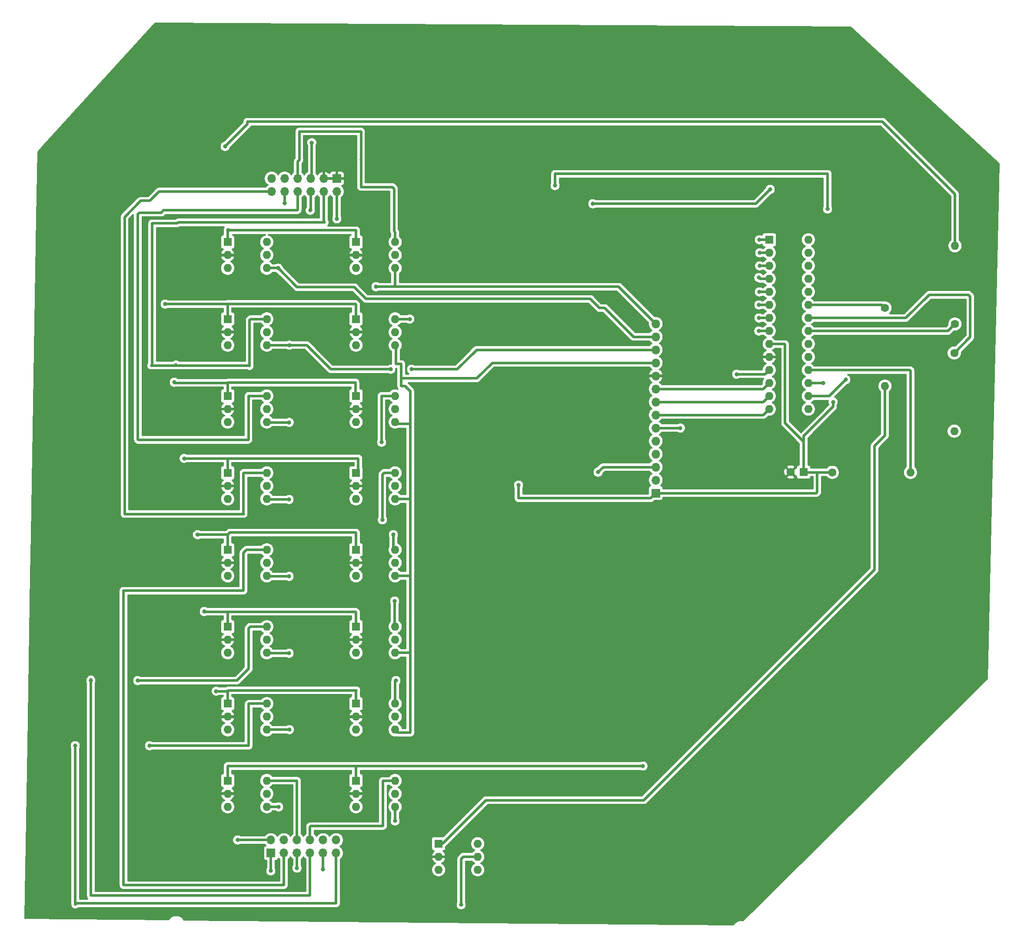
<source format=gbr>
%TF.GenerationSoftware,KiCad,Pcbnew,(5.1.9-0-10_14)*%
%TF.CreationDate,2021-02-22T09:57:15+00:00*%
%TF.ProjectId,Solar_Multiplexer,536f6c61-725f-44d7-956c-7469706c6578,rev?*%
%TF.SameCoordinates,Original*%
%TF.FileFunction,Copper,L2,Bot*%
%TF.FilePolarity,Positive*%
%FSLAX46Y46*%
G04 Gerber Fmt 4.6, Leading zero omitted, Abs format (unit mm)*
G04 Created by KiCad (PCBNEW (5.1.9-0-10_14)) date 2021-02-22 09:57:15*
%MOMM*%
%LPD*%
G01*
G04 APERTURE LIST*
%TA.AperFunction,ComponentPad*%
%ADD10O,1.600000X1.600000*%
%TD*%
%TA.AperFunction,ComponentPad*%
%ADD11R,1.600000X1.600000*%
%TD*%
%TA.AperFunction,ComponentPad*%
%ADD12C,1.600000*%
%TD*%
%TA.AperFunction,ComponentPad*%
%ADD13O,1.700000X1.700000*%
%TD*%
%TA.AperFunction,ComponentPad*%
%ADD14R,1.700000X1.700000*%
%TD*%
%TA.AperFunction,ViaPad*%
%ADD15C,0.800000*%
%TD*%
%TA.AperFunction,Conductor*%
%ADD16C,0.500000*%
%TD*%
%TA.AperFunction,Conductor*%
%ADD17C,0.300000*%
%TD*%
%TA.AperFunction,Conductor*%
%ADD18C,0.200000*%
%TD*%
G04 APERTURE END LIST*
D10*
%TO.P,U10,6*%
%TO.N,/VB*%
X-292380000Y-225000000D03*
%TO.P,U10,3*%
%TO.N,Net-(U10-Pad3)*%
X-300000000Y-230080000D03*
%TO.P,U10,5*%
%TO.N,Net-(U10-Pad5)*%
X-292380000Y-227540000D03*
%TO.P,U10,2*%
%TO.N,GND*%
X-300000000Y-227540000D03*
%TO.P,U10,4*%
%TO.N,V-*%
X-292380000Y-230080000D03*
D11*
%TO.P,U10,1*%
%TO.N,/BOT*%
X-300000000Y-225000000D03*
%TD*%
D10*
%TO.P,U22,28*%
%TO.N,Net-(U22-Pad28)*%
X-186870000Y-119550000D03*
%TO.P,U22,14*%
%TO.N,MISO*%
X-194490000Y-152570000D03*
%TO.P,U22,27*%
%TO.N,Net-(U22-Pad27)*%
X-186870000Y-122090000D03*
%TO.P,U22,13*%
%TO.N,MOSI*%
X-194490000Y-150030000D03*
%TO.P,U22,26*%
%TO.N,Net-(U22-Pad26)*%
X-186870000Y-124630000D03*
%TO.P,U22,12*%
%TO.N,SCK*%
X-194490000Y-147490000D03*
%TO.P,U22,25*%
%TO.N,Net-(U22-Pad25)*%
X-186870000Y-127170000D03*
%TO.P,U22,11*%
%TO.N,~CS*%
X-194490000Y-144950000D03*
%TO.P,U22,24*%
%TO.N,Net-(U22-Pad24)*%
X-186870000Y-129710000D03*
%TO.P,U22,10*%
%TO.N,GND*%
X-194490000Y-142410000D03*
%TO.P,U22,23*%
%TO.N,Net-(R4-Pad1)*%
X-186870000Y-132250000D03*
%TO.P,U22,9*%
%TO.N,+5V*%
X-194490000Y-139870000D03*
%TO.P,U22,22*%
%TO.N,Net-(R2-Pad1)*%
X-186870000Y-134790000D03*
%TO.P,U22,8*%
%TO.N,Net-(RN1-Pad5)*%
X-194490000Y-137330000D03*
%TO.P,U22,21*%
%TO.N,Net-(R1-Pad1)*%
X-186870000Y-137330000D03*
%TO.P,U22,7*%
%TO.N,Net-(RN1-Pad6)*%
X-194490000Y-134790000D03*
%TO.P,U22,20*%
%TO.N,Net-(U22-Pad20)*%
X-186870000Y-139870000D03*
%TO.P,U22,6*%
%TO.N,Net-(RN1-Pad7)*%
X-194490000Y-132250000D03*
%TO.P,U22,19*%
%TO.N,Net-(U22-Pad19)*%
X-186870000Y-142410000D03*
%TO.P,U22,5*%
%TO.N,Net-(RN1-Pad8)*%
X-194490000Y-129710000D03*
%TO.P,U22,18*%
%TO.N,Net-(R3-Pad2)*%
X-186870000Y-144950000D03*
%TO.P,U22,4*%
%TO.N,Net-(RN4-Pad1)*%
X-194490000Y-127170000D03*
%TO.P,U22,17*%
%TO.N,A2*%
X-186870000Y-147490000D03*
%TO.P,U22,3*%
%TO.N,Net-(RN4-Pad2)*%
X-194490000Y-124630000D03*
%TO.P,U22,16*%
%TO.N,A1*%
X-186870000Y-150030000D03*
%TO.P,U22,2*%
%TO.N,Net-(RN4-Pad3)*%
X-194490000Y-122090000D03*
%TO.P,U22,15*%
%TO.N,A0*%
X-186870000Y-152570000D03*
D11*
%TO.P,U22,1*%
%TO.N,Net-(RN4-Pad4)*%
X-194490000Y-119550000D03*
%TD*%
D10*
%TO.P,U21,6*%
%TO.N,V_D*%
X-251290000Y-237300000D03*
%TO.P,U21,3*%
%TO.N,Net-(U21-Pad3)*%
X-258910000Y-242380000D03*
%TO.P,U21,5*%
%TO.N,/RSense*%
X-251290000Y-239840000D03*
%TO.P,U21,2*%
%TO.N,GND*%
X-258910000Y-239840000D03*
%TO.P,U21,4*%
%TO.N,Net-(U21-Pad4)*%
X-251290000Y-242380000D03*
D11*
%TO.P,U21,1*%
%TO.N,/V_D_EN*%
X-258910000Y-237300000D03*
%TD*%
D10*
%TO.P,U20,6*%
%TO.N,/IB*%
X-267380000Y-225000000D03*
%TO.P,U20,3*%
%TO.N,Net-(U20-Pad3)*%
X-275000000Y-230080000D03*
%TO.P,U20,5*%
%TO.N,Net-(U20-Pad5)*%
X-267380000Y-227540000D03*
%TO.P,U20,2*%
%TO.N,GND*%
X-275000000Y-227540000D03*
%TO.P,U20,4*%
%TO.N,I-*%
X-267380000Y-230080000D03*
D11*
%TO.P,U20,1*%
%TO.N,/BOT*%
X-275000000Y-225000000D03*
%TD*%
D10*
%TO.P,U17,6*%
%TO.N,/I6*%
X-267380000Y-210000000D03*
%TO.P,U17,3*%
%TO.N,Net-(U17-Pad3)*%
X-275000000Y-215080000D03*
%TO.P,U17,5*%
%TO.N,Net-(U17-Pad5)*%
X-267380000Y-212540000D03*
%TO.P,U17,2*%
%TO.N,GND*%
X-275000000Y-212540000D03*
%TO.P,U17,4*%
%TO.N,I+*%
X-267380000Y-215080000D03*
D11*
%TO.P,U17,1*%
%TO.N,/P6*%
X-275000000Y-210000000D03*
%TD*%
D10*
%TO.P,U16,6*%
%TO.N,/I5*%
X-267380000Y-195000000D03*
%TO.P,U16,3*%
%TO.N,Net-(U16-Pad3)*%
X-275000000Y-200080000D03*
%TO.P,U16,5*%
%TO.N,Net-(U16-Pad5)*%
X-267380000Y-197540000D03*
%TO.P,U16,2*%
%TO.N,GND*%
X-275000000Y-197540000D03*
%TO.P,U16,4*%
%TO.N,I+*%
X-267380000Y-200080000D03*
D11*
%TO.P,U16,1*%
%TO.N,/P5*%
X-275000000Y-195000000D03*
%TD*%
D10*
%TO.P,U15,6*%
%TO.N,/I4*%
X-267380000Y-180000000D03*
%TO.P,U15,3*%
%TO.N,Net-(U15-Pad3)*%
X-275000000Y-185080000D03*
%TO.P,U15,5*%
%TO.N,Net-(U15-Pad5)*%
X-267380000Y-182540000D03*
%TO.P,U15,2*%
%TO.N,GND*%
X-275000000Y-182540000D03*
%TO.P,U15,4*%
%TO.N,I+*%
X-267380000Y-185080000D03*
D11*
%TO.P,U15,1*%
%TO.N,/P4*%
X-275000000Y-180000000D03*
%TD*%
D10*
%TO.P,U14,6*%
%TO.N,/I3*%
X-267380000Y-165000000D03*
%TO.P,U14,3*%
%TO.N,Net-(U14-Pad3)*%
X-275000000Y-170080000D03*
%TO.P,U14,5*%
%TO.N,Net-(U14-Pad5)*%
X-267380000Y-167540000D03*
%TO.P,U14,2*%
%TO.N,GND*%
X-275000000Y-167540000D03*
%TO.P,U14,4*%
%TO.N,I+*%
X-267380000Y-170080000D03*
D11*
%TO.P,U14,1*%
%TO.N,/P3*%
X-275000000Y-165000000D03*
%TD*%
D10*
%TO.P,U13,6*%
%TO.N,/I2*%
X-267380000Y-150000000D03*
%TO.P,U13,3*%
%TO.N,Net-(U13-Pad3)*%
X-275000000Y-155080000D03*
%TO.P,U13,5*%
%TO.N,Net-(U13-Pad5)*%
X-267380000Y-152540000D03*
%TO.P,U13,2*%
%TO.N,GND*%
X-275000000Y-152540000D03*
%TO.P,U13,4*%
%TO.N,I+*%
X-267380000Y-155080000D03*
D11*
%TO.P,U13,1*%
%TO.N,/P2*%
X-275000000Y-150000000D03*
%TD*%
D10*
%TO.P,U12,6*%
%TO.N,/I1*%
X-267380000Y-135000000D03*
%TO.P,U12,3*%
%TO.N,Net-(U12-Pad3)*%
X-275000000Y-140080000D03*
%TO.P,U12,5*%
%TO.N,Net-(U12-Pad5)*%
X-267380000Y-137540000D03*
%TO.P,U12,2*%
%TO.N,GND*%
X-275000000Y-137540000D03*
%TO.P,U12,4*%
%TO.N,I+*%
X-267380000Y-140080000D03*
D11*
%TO.P,U12,1*%
%TO.N,/P1*%
X-275000000Y-135000000D03*
%TD*%
D10*
%TO.P,U11,6*%
%TO.N,/IT*%
X-267380000Y-120000000D03*
%TO.P,U11,3*%
%TO.N,Net-(U11-Pad3)*%
X-275000000Y-125080000D03*
%TO.P,U11,5*%
%TO.N,Net-(U11-Pad5)*%
X-267380000Y-122540000D03*
%TO.P,U11,2*%
%TO.N,GND*%
X-275000000Y-122540000D03*
%TO.P,U11,4*%
%TO.N,I-*%
X-267380000Y-125080000D03*
D11*
%TO.P,U11,1*%
%TO.N,/TOP*%
X-275000000Y-120000000D03*
%TD*%
D10*
%TO.P,U7,6*%
%TO.N,/V6*%
X-292380000Y-210000000D03*
%TO.P,U7,3*%
%TO.N,Net-(U7-Pad3)*%
X-300000000Y-215080000D03*
%TO.P,U7,5*%
%TO.N,Net-(U7-Pad5)*%
X-292380000Y-212540000D03*
%TO.P,U7,2*%
%TO.N,GND*%
X-300000000Y-212540000D03*
%TO.P,U7,4*%
%TO.N,V+*%
X-292380000Y-215080000D03*
D11*
%TO.P,U7,1*%
%TO.N,/P6*%
X-300000000Y-210000000D03*
%TD*%
D10*
%TO.P,U6,6*%
%TO.N,/V5*%
X-292380000Y-195000000D03*
%TO.P,U6,3*%
%TO.N,Net-(U6-Pad3)*%
X-300000000Y-200080000D03*
%TO.P,U6,5*%
%TO.N,Net-(U6-Pad5)*%
X-292380000Y-197540000D03*
%TO.P,U6,2*%
%TO.N,GND*%
X-300000000Y-197540000D03*
%TO.P,U6,4*%
%TO.N,V+*%
X-292380000Y-200080000D03*
D11*
%TO.P,U6,1*%
%TO.N,/P5*%
X-300000000Y-195000000D03*
%TD*%
D10*
%TO.P,U5,6*%
%TO.N,/V4*%
X-292380000Y-180000000D03*
%TO.P,U5,3*%
%TO.N,Net-(U5-Pad3)*%
X-300000000Y-185080000D03*
%TO.P,U5,5*%
%TO.N,Net-(U5-Pad5)*%
X-292380000Y-182540000D03*
%TO.P,U5,2*%
%TO.N,GND*%
X-300000000Y-182540000D03*
%TO.P,U5,4*%
%TO.N,V+*%
X-292380000Y-185080000D03*
D11*
%TO.P,U5,1*%
%TO.N,/P4*%
X-300000000Y-180000000D03*
%TD*%
D10*
%TO.P,U4,6*%
%TO.N,/V3*%
X-292380000Y-165000000D03*
%TO.P,U4,3*%
%TO.N,Net-(U4-Pad3)*%
X-300000000Y-170080000D03*
%TO.P,U4,5*%
%TO.N,Net-(U4-Pad5)*%
X-292380000Y-167540000D03*
%TO.P,U4,2*%
%TO.N,GND*%
X-300000000Y-167540000D03*
%TO.P,U4,4*%
%TO.N,V+*%
X-292380000Y-170080000D03*
D11*
%TO.P,U4,1*%
%TO.N,/P3*%
X-300000000Y-165000000D03*
%TD*%
D10*
%TO.P,U3,6*%
%TO.N,/V2*%
X-292380000Y-150000000D03*
%TO.P,U3,3*%
%TO.N,Net-(U3-Pad3)*%
X-300000000Y-155080000D03*
%TO.P,U3,5*%
%TO.N,Net-(U3-Pad5)*%
X-292380000Y-152540000D03*
%TO.P,U3,2*%
%TO.N,GND*%
X-300000000Y-152540000D03*
%TO.P,U3,4*%
%TO.N,V+*%
X-292380000Y-155080000D03*
D11*
%TO.P,U3,1*%
%TO.N,/P2*%
X-300000000Y-150000000D03*
%TD*%
D10*
%TO.P,U2,6*%
%TO.N,/V1*%
X-292380000Y-135000000D03*
%TO.P,U2,3*%
%TO.N,Net-(U2-Pad3)*%
X-300000000Y-140080000D03*
%TO.P,U2,5*%
%TO.N,Net-(U2-Pad5)*%
X-292380000Y-137540000D03*
%TO.P,U2,2*%
%TO.N,GND*%
X-300000000Y-137540000D03*
%TO.P,U2,4*%
%TO.N,V+*%
X-292380000Y-140080000D03*
D11*
%TO.P,U2,1*%
%TO.N,/P1*%
X-300000000Y-135000000D03*
%TD*%
D10*
%TO.P,U1,6*%
%TO.N,/VT*%
X-292380000Y-120000000D03*
%TO.P,U1,3*%
%TO.N,Net-(U1-Pad3)*%
X-300000000Y-125080000D03*
%TO.P,U1,5*%
%TO.N,Net-(U1-Pad5)*%
X-292380000Y-122540000D03*
%TO.P,U1,2*%
%TO.N,GND*%
X-300000000Y-122540000D03*
%TO.P,U1,4*%
%TO.N,V-*%
X-292380000Y-125080000D03*
D11*
%TO.P,U1,1*%
%TO.N,/TOP*%
X-300000000Y-120000000D03*
%TD*%
D10*
%TO.P,R4,2*%
%TO.N,/V_D_EN*%
X-171958000Y-148082000D03*
D12*
%TO.P,R4,1*%
%TO.N,Net-(R4-Pad1)*%
X-171958000Y-132842000D03*
%TD*%
D10*
%TO.P,R3,2*%
%TO.N,Net-(R3-Pad2)*%
X-166980000Y-164890000D03*
D12*
%TO.P,R3,1*%
%TO.N,+5V*%
X-182220000Y-164890000D03*
%TD*%
D10*
%TO.P,R2,2*%
%TO.N,/BOT*%
X-158460000Y-156870000D03*
D12*
%TO.P,R2,1*%
%TO.N,Net-(R2-Pad1)*%
X-158460000Y-141630000D03*
%TD*%
D10*
%TO.P,R1,2*%
%TO.N,/TOP*%
X-158320000Y-120730000D03*
D12*
%TO.P,R1,1*%
%TO.N,Net-(R1-Pad1)*%
X-158320000Y-135970000D03*
%TD*%
D13*
%TO.P,J3,12*%
%TO.N,/V3*%
X-291430000Y-110150000D03*
%TO.P,J3,11*%
%TO.N,Net-(J3-Pad11)*%
X-291430000Y-107610000D03*
%TO.P,J3,10*%
%TO.N,/I3*%
X-288890000Y-110150000D03*
%TO.P,J3,9*%
%TO.N,Net-(J3-Pad9)*%
X-288890000Y-107610000D03*
%TO.P,J3,8*%
%TO.N,/V2*%
X-286350000Y-110150000D03*
%TO.P,J3,7*%
%TO.N,/IT*%
X-286350000Y-107610000D03*
%TO.P,J3,6*%
%TO.N,/I2*%
X-283810000Y-110150000D03*
%TO.P,J3,5*%
%TO.N,/VT*%
X-283810000Y-107610000D03*
%TO.P,J3,4*%
%TO.N,/V1*%
X-281270000Y-110150000D03*
%TO.P,J3,3*%
%TO.N,GND*%
X-281270000Y-107610000D03*
%TO.P,J3,2*%
%TO.N,/I1*%
X-278730000Y-110150000D03*
D14*
%TO.P,J3,1*%
%TO.N,GND*%
X-278730000Y-107610000D03*
%TD*%
D13*
%TO.P,J2,12*%
%TO.N,Net-(J2-Pad12)*%
X-278870000Y-236580000D03*
%TO.P,J2,11*%
%TO.N,/V6*%
X-278870000Y-239120000D03*
%TO.P,J2,10*%
%TO.N,Net-(J2-Pad10)*%
X-281410000Y-236580000D03*
%TO.P,J2,9*%
%TO.N,/I6*%
X-281410000Y-239120000D03*
%TO.P,J2,8*%
%TO.N,/IB*%
X-283950000Y-236580000D03*
%TO.P,J2,7*%
%TO.N,/V5*%
X-283950000Y-239120000D03*
%TO.P,J2,6*%
%TO.N,/VB*%
X-286490000Y-236580000D03*
%TO.P,J2,5*%
%TO.N,/I5*%
X-286490000Y-239120000D03*
%TO.P,J2,4*%
%TO.N,Net-(J2-Pad4)*%
X-289030000Y-236580000D03*
%TO.P,J2,3*%
%TO.N,/V4*%
X-289030000Y-239120000D03*
%TO.P,J2,2*%
%TO.N,/RSense*%
X-291570000Y-236580000D03*
D14*
%TO.P,J2,1*%
%TO.N,/I4*%
X-291570000Y-239120000D03*
%TD*%
D13*
%TO.P,J1,14*%
%TO.N,I-*%
X-216610000Y-135930000D03*
%TO.P,J1,13*%
%TO.N,V-*%
X-216610000Y-138470000D03*
%TO.P,J1,12*%
%TO.N,V+*%
X-216610000Y-141010000D03*
%TO.P,J1,11*%
%TO.N,I+*%
X-216610000Y-143550000D03*
%TO.P,J1,10*%
%TO.N,GND*%
X-216610000Y-146090000D03*
%TO.P,J1,9*%
%TO.N,SCK*%
X-216610000Y-148630000D03*
%TO.P,J1,8*%
%TO.N,MOSI*%
X-216610000Y-151170000D03*
%TO.P,J1,7*%
%TO.N,MISO*%
X-216610000Y-153710000D03*
%TO.P,J1,6*%
%TO.N,Net-(J1-Pad6)*%
X-216610000Y-156250000D03*
%TO.P,J1,5*%
%TO.N,SCL*%
X-216610000Y-158790000D03*
%TO.P,J1,4*%
%TO.N,SDA*%
X-216610000Y-161330000D03*
%TO.P,J1,3*%
%TO.N,V_D*%
X-216610000Y-163870000D03*
%TO.P,J1,2*%
%TO.N,+3V3*%
X-216610000Y-166410000D03*
D14*
%TO.P,J1,1*%
%TO.N,+5V*%
X-216610000Y-168950000D03*
%TD*%
D12*
%TO.P,C1,2*%
%TO.N,GND*%
X-190300000Y-164850000D03*
D11*
%TO.P,C1,1*%
%TO.N,+5V*%
X-187800000Y-164850000D03*
%TD*%
D15*
%TO.N,I-*%
X-271100000Y-128696000D03*
X-267380000Y-232836000D03*
%TO.N,V-*%
X-290068000Y-230124000D03*
X-290180000Y-125080000D03*
%TO.N,V+*%
X-288036000Y-200152000D03*
X-288036000Y-185166000D03*
X-288036000Y-170180000D03*
X-288002000Y-155160000D03*
X-287970000Y-140080000D03*
X-287970000Y-215072000D03*
X-268224000Y-144780000D03*
X-264160000Y-144780000D03*
%TO.N,GND*%
X-278730000Y-104556000D03*
X-269910000Y-104556000D03*
X-249174000Y-169164000D03*
X-178910000Y-155288000D03*
X-282306000Y-122540000D03*
X-282320000Y-137540000D03*
%TO.N,Net-(J1-Pad6)*%
X-211810000Y-156250000D03*
%TO.N,V_D*%
X-227838000Y-164846000D03*
%TO.N,+5V*%
X-182058000Y-151190000D03*
X-243332000Y-167386000D03*
%TO.N,~CS*%
X-200840000Y-145760000D03*
%TO.N,A1*%
X-179578000Y-146812000D03*
X-228854000Y-112522000D03*
X-194310000Y-109728000D03*
%TO.N,A2*%
X-236220000Y-108966000D03*
X-183980000Y-147490000D03*
X-183134000Y-113538000D03*
%TO.N,Net-(RN1-Pad6)*%
X-196500000Y-134790000D03*
%TO.N,Net-(RN1-Pad5)*%
X-196550000Y-137330000D03*
%TO.N,Net-(RN1-Pad8)*%
X-196420000Y-129710000D03*
%TO.N,Net-(RN1-Pad7)*%
X-196520000Y-132250000D03*
%TO.N,/P6*%
X-302228000Y-207550000D03*
%TO.N,/P5*%
X-304546000Y-192024000D03*
%TO.N,/P2*%
X-310388000Y-147320000D03*
%TO.N,/P1*%
X-312166000Y-132080000D03*
%TO.N,/P4*%
X-305829000Y-177051000D03*
%TO.N,/P3*%
X-308474000Y-162170000D03*
%TO.N,Net-(RN4-Pad3)*%
X-196340000Y-122090000D03*
%TO.N,Net-(RN4-Pad2)*%
X-196370000Y-124630000D03*
%TO.N,Net-(RN4-Pad4)*%
X-196410000Y-119550000D03*
%TO.N,Net-(RN4-Pad1)*%
X-196540000Y-126920000D03*
%TO.N,/VT*%
X-283610000Y-100620000D03*
%TO.N,/TOP*%
X-300482000Y-101346000D03*
X-299900000Y-117690000D03*
%TO.N,/V5*%
X-326644000Y-205486000D03*
X-317500000Y-205486000D03*
%TO.N,/V6*%
X-315214000Y-218186000D03*
X-329692000Y-218186000D03*
%TO.N,/BOT*%
X-219112000Y-222160000D03*
%TO.N,/I1*%
X-278730000Y-115440000D03*
X-264540000Y-135000000D03*
%TO.N,/I2*%
X-270002000Y-159004000D03*
X-283910000Y-113820000D03*
%TO.N,/I3*%
X-288890000Y-112410000D03*
X-269870000Y-174140000D03*
%TO.N,/I4*%
X-291592000Y-242570000D03*
X-267716000Y-177038000D03*
%TO.N,/I5*%
X-286490000Y-242040000D03*
X-267462000Y-189992000D03*
%TO.N,/I6*%
X-281410000Y-242294000D03*
X-267208000Y-205486000D03*
%TO.N,/RSense*%
X-298048000Y-236580000D03*
X-254508000Y-249174000D03*
%TD*%
D16*
%TO.N,I-*%
X-267380000Y-125080000D02*
X-267380000Y-128696000D01*
X-267380000Y-128696000D02*
X-267552000Y-128524000D01*
X-267380000Y-128696000D02*
X-271100000Y-128696000D01*
X-271100000Y-128696000D02*
X-271100000Y-128696000D01*
X-267380000Y-230080000D02*
X-267380000Y-232836000D01*
X-267380000Y-232836000D02*
X-267380000Y-232836000D01*
X-223844000Y-128696000D02*
X-216610000Y-135930000D01*
X-267380000Y-128696000D02*
X-223844000Y-128696000D01*
%TO.N,V-*%
X-292380000Y-125080000D02*
X-290180000Y-125080000D01*
X-290180000Y-125080000D02*
X-290180000Y-125080000D01*
X-290112000Y-230080000D02*
X-290068000Y-230124000D01*
X-292380000Y-230080000D02*
X-290112000Y-230080000D01*
X-275336000Y-128778000D02*
X-286482000Y-128778000D01*
X-286482000Y-128778000D02*
X-290180000Y-125080000D01*
X-220940000Y-138470000D02*
X-226568000Y-132842000D01*
X-229362000Y-131064000D02*
X-273050000Y-131064000D01*
X-273050000Y-131064000D02*
X-275336000Y-128778000D01*
X-227584000Y-132842000D02*
X-229362000Y-131064000D01*
X-226568000Y-132842000D02*
X-227584000Y-132842000D01*
X-216610000Y-138470000D02*
X-220940000Y-138470000D01*
%TO.N,V+*%
X-287944000Y-155160000D02*
X-288002000Y-155160000D01*
X-292380000Y-140080000D02*
X-287970000Y-140080000D01*
X-292354000Y-170180000D02*
X-288036000Y-170180000D01*
X-292354000Y-185166000D02*
X-288036000Y-185166000D01*
X-292354000Y-200152000D02*
X-288036000Y-200152000D01*
X-288036000Y-200152000D02*
X-287944000Y-200152000D01*
X-288036000Y-185166000D02*
X-287944000Y-185166000D01*
X-288036000Y-170180000D02*
X-287944000Y-170180000D01*
X-288002000Y-155160000D02*
X-292354000Y-155160000D01*
X-287970000Y-140080000D02*
X-287970000Y-140080000D01*
X-287978000Y-215080000D02*
X-287970000Y-215072000D01*
X-292380000Y-215080000D02*
X-287978000Y-215080000D01*
X-287970000Y-140080000D02*
X-284608000Y-140080000D01*
X-279908000Y-144780000D02*
X-280289000Y-144399000D01*
X-268224000Y-144780000D02*
X-279908000Y-144780000D01*
X-284608000Y-140080000D02*
X-280289000Y-144399000D01*
X-264160000Y-144780000D02*
X-255270000Y-144780000D01*
X-251500000Y-141010000D02*
X-216610000Y-141010000D01*
X-255270000Y-144780000D02*
X-251500000Y-141010000D01*
%TO.N,I+*%
X-267012000Y-155448000D02*
X-267380000Y-155080000D01*
X-264414000Y-155448000D02*
X-267012000Y-155448000D01*
X-266814000Y-215646000D02*
X-267380000Y-215080000D01*
X-264414000Y-215646000D02*
X-266814000Y-215646000D01*
X-264486000Y-200080000D02*
X-264414000Y-200152000D01*
X-267380000Y-200080000D02*
X-264486000Y-200080000D01*
X-264414000Y-200152000D02*
X-264414000Y-215646000D01*
X-264500000Y-185080000D02*
X-264414000Y-185166000D01*
X-267380000Y-185080000D02*
X-264500000Y-185080000D01*
X-264414000Y-185166000D02*
X-264414000Y-200152000D01*
X-264514000Y-170080000D02*
X-264414000Y-170180000D01*
X-267380000Y-170080000D02*
X-264514000Y-170080000D01*
X-264414000Y-170180000D02*
X-264414000Y-185166000D01*
X-264414000Y-155448000D02*
X-264414000Y-170180000D01*
X-267380000Y-140080000D02*
X-267336000Y-140080000D01*
X-267336000Y-140080000D02*
X-267462000Y-140206000D01*
X-264414000Y-149098000D02*
X-264414000Y-155448000D01*
X-265430000Y-148082000D02*
X-264414000Y-149098000D01*
X-267208000Y-140252000D02*
X-267380000Y-140080000D01*
X-267208000Y-143764000D02*
X-267208000Y-140252000D01*
X-265430000Y-148082000D02*
X-266192000Y-148082000D01*
X-267208000Y-143764000D02*
X-266192000Y-143764000D01*
X-216610000Y-143550000D02*
X-248452000Y-143550000D01*
X-251460000Y-146558000D02*
X-266192000Y-146558000D01*
X-248452000Y-143550000D02*
X-251460000Y-146558000D01*
X-266192000Y-146558000D02*
X-266192000Y-148082000D01*
X-266192000Y-143764000D02*
X-266192000Y-146558000D01*
%TO.N,GND*%
X-278730000Y-107610000D02*
X-278730000Y-104556000D01*
X-278730000Y-104556000D02*
X-278730000Y-104556000D01*
X-275000000Y-137540000D02*
X-282320000Y-137540000D01*
X-275000000Y-122540000D02*
X-282306000Y-122540000D01*
X-282306000Y-122540000D02*
X-282306000Y-122540000D01*
X-282320000Y-137540000D02*
X-282322000Y-137540000D01*
%TO.N,SCK*%
X-195630000Y-148630000D02*
X-194490000Y-147490000D01*
X-216610000Y-148630000D02*
X-195630000Y-148630000D01*
%TO.N,MOSI*%
X-195630000Y-151170000D02*
X-194490000Y-150030000D01*
X-216610000Y-151170000D02*
X-195630000Y-151170000D01*
%TO.N,MISO*%
X-195630000Y-153710000D02*
X-194490000Y-152570000D01*
X-216610000Y-153710000D02*
X-195630000Y-153710000D01*
%TO.N,Net-(J1-Pad6)*%
X-216610000Y-156250000D02*
X-211810000Y-156250000D01*
X-211810000Y-156250000D02*
X-211810000Y-156250000D01*
%TO.N,V_D*%
X-226862000Y-163870000D02*
X-227838000Y-164846000D01*
X-216610000Y-163870000D02*
X-226862000Y-163870000D01*
%TO.N,+5V*%
X-187760000Y-164890000D02*
X-187800000Y-164850000D01*
X-187800000Y-164850000D02*
X-187800000Y-158920000D01*
X-187800000Y-158920000D02*
X-191420000Y-155300000D01*
X-191420000Y-155300000D02*
X-191420000Y-139970000D01*
X-191520000Y-139870000D02*
X-194490000Y-139870000D01*
X-191420000Y-139970000D02*
X-191520000Y-139870000D01*
X-216610000Y-168950000D02*
X-185330000Y-168950000D01*
X-185150000Y-168770000D02*
X-185150000Y-164890000D01*
X-185150000Y-164890000D02*
X-187760000Y-164890000D01*
X-185330000Y-168950000D02*
X-185150000Y-168770000D01*
X-182220000Y-164890000D02*
X-185150000Y-164890000D01*
X-182058000Y-151190000D02*
X-182058000Y-152086000D01*
X-187800000Y-157828000D02*
X-187800000Y-158920000D01*
X-182058000Y-152086000D02*
X-187800000Y-157828000D01*
X-243332000Y-167386000D02*
X-243332000Y-169926000D01*
X-217586000Y-169926000D02*
X-216610000Y-168950000D01*
X-243332000Y-169926000D02*
X-217586000Y-169926000D01*
%TO.N,~CS*%
X-195300000Y-145760000D02*
X-194490000Y-144950000D01*
X-200840000Y-145760000D02*
X-195300000Y-145760000D01*
%TO.N,A1*%
X-186870000Y-150030000D02*
X-182796000Y-150030000D01*
X-182796000Y-150030000D02*
X-180086000Y-147320000D01*
X-180086000Y-147320000D02*
X-179578000Y-146812000D01*
X-179578000Y-146812000D02*
X-179578000Y-146812000D01*
X-197104000Y-112522000D02*
X-194310000Y-109728000D01*
X-228854000Y-112522000D02*
X-197104000Y-112522000D01*
%TO.N,A2*%
X-186870000Y-147490000D02*
X-183980000Y-147490000D01*
X-183980000Y-147490000D02*
X-183980000Y-147490000D01*
X-183134000Y-113538000D02*
X-183134000Y-106680000D01*
X-183134000Y-106680000D02*
X-236220000Y-106680000D01*
X-236220000Y-106680000D02*
X-236220000Y-108966000D01*
%TO.N,Net-(RN1-Pad6)*%
X-194490000Y-134790000D02*
X-196500000Y-134790000D01*
X-196500000Y-134790000D02*
X-196500000Y-134790000D01*
%TO.N,Net-(RN1-Pad5)*%
X-194490000Y-137330000D02*
X-195840000Y-137330000D01*
X-195840000Y-137330000D02*
X-196550000Y-137330000D01*
X-196550000Y-137330000D02*
X-196550000Y-137330000D01*
%TO.N,Net-(RN1-Pad8)*%
X-194490000Y-129710000D02*
X-196420000Y-129710000D01*
X-196420000Y-129710000D02*
X-196420000Y-129710000D01*
%TO.N,Net-(RN1-Pad7)*%
X-194490000Y-132250000D02*
X-196520000Y-132250000D01*
X-196520000Y-132250000D02*
X-196520000Y-132250000D01*
%TO.N,/P6*%
X-300000000Y-210000000D02*
X-300000000Y-207550000D01*
X-300000000Y-207550000D02*
X-299860000Y-207410000D01*
X-299860000Y-207410000D02*
X-274920000Y-207410000D01*
X-275000000Y-207490000D02*
X-275000000Y-210000000D01*
X-274920000Y-207410000D02*
X-275000000Y-207490000D01*
X-300000000Y-207550000D02*
X-302228000Y-207550000D01*
X-302228000Y-207550000D02*
X-302228000Y-207550000D01*
%TO.N,/P5*%
X-300000000Y-195000000D02*
X-300000000Y-192150000D01*
X-300000000Y-192150000D02*
X-299910000Y-192060000D01*
X-299910000Y-192060000D02*
X-275130000Y-192060000D01*
X-275000000Y-192190000D02*
X-275000000Y-195000000D01*
X-275130000Y-192060000D02*
X-275000000Y-192190000D01*
X-304510000Y-192060000D02*
X-304546000Y-192024000D01*
X-299910000Y-192060000D02*
X-304510000Y-192060000D01*
%TO.N,/P2*%
X-300000000Y-150000000D02*
X-300000000Y-147440000D01*
X-300000000Y-147440000D02*
X-299950000Y-147390000D01*
X-299950000Y-147390000D02*
X-275090000Y-147390000D01*
X-275090000Y-149910000D02*
X-275000000Y-150000000D01*
X-275090000Y-147390000D02*
X-275090000Y-149910000D01*
X-310268000Y-147440000D02*
X-310388000Y-147320000D01*
X-300000000Y-147440000D02*
X-310268000Y-147440000D01*
%TO.N,/P1*%
X-300000000Y-135000000D02*
X-300000000Y-132080000D01*
X-300000000Y-132080000D02*
X-299950000Y-132030000D01*
X-299950000Y-132030000D02*
X-275160000Y-132030000D01*
X-275000000Y-132190000D02*
X-275000000Y-135000000D01*
X-275160000Y-132030000D02*
X-275000000Y-132190000D01*
X-300000000Y-132080000D02*
X-307313132Y-132080000D01*
X-307313132Y-132080000D02*
X-312166000Y-132080000D01*
X-312166000Y-132080000D02*
X-312166000Y-132080000D01*
%TO.N,/P4*%
X-300000000Y-180000000D02*
X-300000000Y-177090000D01*
X-300000000Y-177090000D02*
X-299961000Y-177051000D01*
X-299530000Y-176620000D02*
X-275090000Y-176620000D01*
X-275000000Y-176710000D02*
X-275000000Y-180000000D01*
X-275090000Y-176620000D02*
X-275000000Y-176710000D01*
X-299961000Y-177051000D02*
X-299530000Y-176620000D01*
X-299961000Y-177051000D02*
X-305829000Y-177051000D01*
X-305829000Y-177051000D02*
X-306057000Y-177051000D01*
%TO.N,/P3*%
X-300000000Y-165000000D02*
X-300000000Y-162170000D01*
X-300000000Y-162170000D02*
X-274540000Y-162170000D01*
X-274540000Y-164540000D02*
X-275000000Y-165000000D01*
X-274540000Y-162170000D02*
X-274540000Y-164540000D01*
X-300000000Y-162170000D02*
X-308474000Y-162170000D01*
X-308474000Y-162170000D02*
X-308492000Y-162170000D01*
%TO.N,Net-(RN4-Pad3)*%
X-194490000Y-122090000D02*
X-196340000Y-122090000D01*
X-196340000Y-122090000D02*
X-196340000Y-122090000D01*
%TO.N,Net-(RN4-Pad2)*%
X-194490000Y-124630000D02*
X-196370000Y-124630000D01*
X-196370000Y-124630000D02*
X-196370000Y-124630000D01*
%TO.N,Net-(RN4-Pad4)*%
X-194490000Y-119550000D02*
X-196410000Y-119550000D01*
X-196410000Y-119550000D02*
X-196410000Y-119550000D01*
%TO.N,Net-(RN4-Pad1)*%
X-194490000Y-127170000D02*
X-196290000Y-127170000D01*
X-196290000Y-127170000D02*
X-196540000Y-126920000D01*
X-196540000Y-126920000D02*
X-196540000Y-126920000D01*
%TO.N,/VT*%
X-283610000Y-107410000D02*
X-283810000Y-107610000D01*
X-283610000Y-100620000D02*
X-283610000Y-107410000D01*
%TO.N,/TOP*%
X-300000000Y-120000000D02*
X-300000000Y-117790000D01*
X-300000000Y-117790000D02*
X-299900000Y-117690000D01*
X-299900000Y-117690000D02*
X-275010000Y-117690000D01*
X-275000000Y-117700000D02*
X-275000000Y-120000000D01*
X-275010000Y-117690000D02*
X-275000000Y-117700000D01*
X-158320000Y-120730000D02*
X-158320000Y-110666000D01*
X-158320000Y-110666000D02*
X-172466000Y-96520000D01*
X-172466000Y-96520000D02*
X-296164000Y-96520000D01*
X-296164000Y-96520000D02*
X-296164000Y-97028000D01*
X-296164000Y-97028000D02*
X-300482000Y-101346000D01*
X-300482000Y-101346000D02*
X-300482000Y-101346000D01*
X-299900000Y-117690000D02*
X-299900000Y-117690000D01*
%TO.N,/V1*%
X-292380000Y-135000000D02*
X-295480000Y-135000000D01*
X-295480000Y-135000000D02*
X-295720000Y-135240000D01*
X-295720000Y-135240000D02*
X-295720000Y-144200000D01*
X-295720000Y-144200000D02*
X-295850000Y-144070000D01*
X-310280000Y-144070000D02*
X-310030000Y-143820000D01*
X-309650000Y-116160000D02*
X-281080000Y-116160000D01*
X-281270000Y-115970000D02*
X-281270000Y-110150000D01*
X-281080000Y-116160000D02*
X-281270000Y-115970000D01*
X-309932000Y-144070000D02*
X-314908000Y-144070000D01*
X-295850000Y-144070000D02*
X-309932000Y-144070000D01*
X-309932000Y-144070000D02*
X-310280000Y-144070000D01*
X-314908000Y-144070000D02*
X-314706000Y-143868000D01*
X-314706000Y-143868000D02*
X-314706000Y-116332000D01*
X-309822000Y-116332000D02*
X-309650000Y-116160000D01*
X-314706000Y-116332000D02*
X-309822000Y-116332000D01*
%TO.N,/V2*%
X-286350000Y-110150000D02*
X-286350000Y-113690000D01*
X-286350000Y-113690000D02*
X-286480000Y-113820000D01*
X-286480000Y-113820000D02*
X-312470000Y-113820000D01*
X-312470000Y-113820000D02*
X-312910000Y-114260000D01*
X-312830000Y-158580000D02*
X-296060000Y-158580000D01*
X-296060000Y-158580000D02*
X-295930000Y-158450000D01*
X-295930000Y-158450000D02*
X-295930000Y-149990000D01*
X-295920000Y-150000000D02*
X-292380000Y-150000000D01*
X-295930000Y-149990000D02*
X-295920000Y-150000000D01*
X-312910000Y-114260000D02*
X-317206000Y-114260000D01*
X-317206000Y-114260000D02*
X-317500000Y-114554000D01*
X-317500000Y-114554000D02*
X-317500000Y-158496000D01*
X-317416000Y-158580000D02*
X-312830000Y-158580000D01*
X-317500000Y-158496000D02*
X-317416000Y-158580000D01*
%TO.N,/V3*%
X-296910000Y-172970000D02*
X-296910000Y-165050000D01*
X-291430000Y-110150000D02*
X-313340000Y-110150000D01*
X-313340000Y-110150000D02*
X-315140000Y-111950000D01*
X-296910000Y-165050000D02*
X-296860000Y-165000000D01*
X-315130000Y-173010000D02*
X-296870000Y-173010000D01*
X-315140000Y-173020000D02*
X-315130000Y-173010000D01*
X-296870000Y-173010000D02*
X-296910000Y-172970000D01*
X-296860000Y-165000000D02*
X-292380000Y-165000000D01*
X-320086000Y-173020000D02*
X-320086000Y-115108000D01*
X-315140000Y-173020000D02*
X-320086000Y-173020000D01*
X-316928000Y-111950000D02*
X-315140000Y-111950000D01*
X-320086000Y-115108000D02*
X-316928000Y-111950000D01*
%TO.N,/V4*%
X-292380000Y-180000000D02*
X-296332000Y-180000000D01*
X-296332000Y-180000000D02*
X-296926000Y-180594000D01*
X-296926000Y-180594000D02*
X-296926000Y-187960000D01*
X-296926000Y-187960000D02*
X-320294000Y-187960000D01*
X-289052000Y-245364000D02*
X-320294000Y-245364000D01*
X-289030000Y-245342000D02*
X-289052000Y-245364000D01*
X-289030000Y-239120000D02*
X-289030000Y-245342000D01*
X-320294000Y-245364000D02*
X-320294000Y-187960000D01*
%TO.N,/V5*%
X-283950000Y-239120000D02*
X-283950000Y-242294000D01*
X-326644000Y-205486000D02*
X-326644000Y-205486000D01*
X-317500000Y-205486000D02*
X-298196000Y-205486000D01*
X-298196000Y-205486000D02*
X-295910000Y-203200000D01*
X-295910000Y-203200000D02*
X-295910000Y-195326000D01*
X-295584000Y-195000000D02*
X-292380000Y-195000000D01*
X-295910000Y-195326000D02*
X-295584000Y-195000000D01*
X-283950000Y-247396000D02*
X-283950000Y-240284000D01*
X-326644000Y-247396000D02*
X-283950000Y-247396000D01*
X-326644000Y-205232000D02*
X-326644000Y-247396000D01*
%TO.N,/V6*%
X-292380000Y-210000000D02*
X-295852000Y-210000000D01*
X-295852000Y-210000000D02*
X-295910000Y-210058000D01*
X-295910000Y-210058000D02*
X-295910000Y-218186000D01*
X-295910000Y-218186000D02*
X-315214000Y-218186000D01*
X-315214000Y-218186000D02*
X-315214000Y-218186000D01*
X-329692000Y-218186000D02*
X-329692000Y-249174000D01*
X-329692000Y-249174000D02*
X-329438000Y-248920000D01*
X-329438000Y-248920000D02*
X-278892000Y-248920000D01*
X-278892000Y-241598000D02*
X-278870000Y-241576000D01*
X-278870000Y-241576000D02*
X-278870000Y-242294000D01*
X-278892000Y-248920000D02*
X-278892000Y-241598000D01*
X-278870000Y-239120000D02*
X-278870000Y-241576000D01*
%TO.N,/VB*%
X-286490000Y-236580000D02*
X-286490000Y-225060000D01*
X-286550000Y-225000000D02*
X-292380000Y-225000000D01*
X-286490000Y-225060000D02*
X-286550000Y-225000000D01*
%TO.N,/BOT*%
X-300000000Y-225000000D02*
X-300000000Y-222120000D01*
X-300000000Y-222120000D02*
X-299960000Y-222160000D01*
X-299960000Y-222160000D02*
X-275000000Y-222160000D01*
X-275000000Y-222160000D02*
X-275000000Y-225000000D01*
X-275000000Y-222160000D02*
X-219112000Y-222160000D01*
X-219112000Y-222160000D02*
X-219112000Y-222160000D01*
%TO.N,/IT*%
X-267380000Y-120000000D02*
X-267380000Y-118060000D01*
X-267380000Y-118060000D02*
X-267590000Y-117850000D01*
X-274030000Y-103980000D02*
X-274050000Y-103960000D01*
X-274070000Y-98430000D02*
X-286030000Y-98430000D01*
X-286350000Y-104300000D02*
X-286350000Y-107610000D01*
X-286010000Y-103960000D02*
X-286350000Y-104300000D01*
X-274030000Y-98470000D02*
X-274070000Y-98430000D01*
X-274030000Y-103980000D02*
X-274030000Y-98470000D01*
X-286030000Y-103940000D02*
X-286010000Y-103960000D01*
X-286030000Y-98430000D02*
X-286030000Y-103940000D01*
X-267590000Y-117850000D02*
X-267590000Y-109600000D01*
X-267934000Y-109256000D02*
X-274030000Y-109256000D01*
X-267590000Y-109600000D02*
X-267934000Y-109256000D01*
X-274030000Y-109256000D02*
X-274030000Y-103980000D01*
%TO.N,/I1*%
X-278730000Y-110150000D02*
X-278730000Y-115440000D01*
X-278730000Y-115440000D02*
X-278730000Y-115440000D01*
X-267380000Y-135000000D02*
X-264540000Y-135000000D01*
%TO.N,Net-(U12-Pad5)*%
X-267380000Y-137540000D02*
X-267336000Y-137540000D01*
X-267336000Y-137540000D02*
X-267208000Y-137668000D01*
%TO.N,/I2*%
X-267380000Y-150000000D02*
X-270000000Y-150000000D01*
X-270000000Y-150000000D02*
X-270040000Y-150040000D01*
X-270040000Y-150040000D02*
X-270040000Y-159020000D01*
X-283810000Y-113720000D02*
X-283910000Y-113820000D01*
X-283810000Y-110150000D02*
X-283810000Y-113720000D01*
%TO.N,/I3*%
X-288890000Y-110150000D02*
X-288890000Y-112410000D01*
X-288890000Y-112410000D02*
X-288890000Y-112410000D01*
X-269870000Y-174140000D02*
X-269870000Y-165340000D01*
X-269530000Y-165000000D02*
X-267380000Y-165000000D01*
X-269870000Y-165340000D02*
X-269530000Y-165000000D01*
%TO.N,/I4*%
X-291570000Y-239120000D02*
X-291570000Y-242548000D01*
X-291570000Y-242548000D02*
X-291592000Y-242570000D01*
X-291592000Y-242570000D02*
X-291592000Y-242570000D01*
X-267716000Y-179664000D02*
X-267380000Y-180000000D01*
X-267716000Y-177038000D02*
X-267716000Y-179664000D01*
%TO.N,/I5*%
X-286490000Y-239120000D02*
X-286490000Y-242040000D01*
X-286490000Y-242040000D02*
X-286490000Y-242040000D01*
X-267462000Y-194918000D02*
X-267380000Y-195000000D01*
X-267462000Y-189992000D02*
X-267462000Y-194918000D01*
%TO.N,/I6*%
X-281410000Y-239120000D02*
X-281410000Y-242294000D01*
X-281410000Y-242294000D02*
X-281410000Y-242294000D01*
X-267380000Y-205658000D02*
X-267208000Y-205486000D01*
X-267380000Y-210000000D02*
X-267380000Y-205658000D01*
%TO.N,/IB*%
X-267424000Y-225044000D02*
X-267380000Y-225000000D01*
X-283950000Y-236580000D02*
X-283950000Y-233970000D01*
X-283850000Y-233870000D02*
X-269812000Y-233870000D01*
X-269812000Y-233870000D02*
X-269748000Y-233806000D01*
X-269748000Y-225044000D02*
X-267424000Y-225044000D01*
X-269748000Y-233806000D02*
X-269748000Y-225044000D01*
X-283950000Y-233970000D02*
X-283850000Y-233870000D01*
%TO.N,/RSense*%
X-291570000Y-236580000D02*
X-298048000Y-236580000D01*
X-298048000Y-236580000D02*
X-298048000Y-236580000D01*
X-254508000Y-249174000D02*
X-254508000Y-240284000D01*
X-254064000Y-239840000D02*
X-251290000Y-239840000D01*
X-254508000Y-240284000D02*
X-254064000Y-239840000D01*
%TO.N,/V_D_EN*%
X-171958000Y-148082000D02*
X-171958000Y-157734000D01*
X-171958000Y-157734000D02*
X-173990000Y-159766000D01*
X-173990000Y-159766000D02*
X-173990000Y-183896000D01*
X-218923999Y-228829999D02*
X-249657999Y-228829999D01*
X-173990000Y-183896000D02*
X-218923999Y-228829999D01*
X-258128000Y-237300000D02*
X-258910000Y-237300000D01*
X-249657999Y-228829999D02*
X-258128000Y-237300000D01*
%TO.N,Net-(R4-Pad1)*%
X-172550000Y-132250000D02*
X-171958000Y-132842000D01*
X-186870000Y-132250000D02*
X-172550000Y-132250000D01*
%TO.N,Net-(R2-Pad1)*%
X-186870000Y-134790000D02*
X-167870000Y-134790000D01*
X-167870000Y-134790000D02*
X-163360000Y-130280000D01*
X-163360000Y-130280000D02*
X-155670000Y-130280000D01*
X-155670000Y-130280000D02*
X-155330000Y-130620000D01*
X-155330000Y-138500000D02*
X-158460000Y-141630000D01*
X-155330000Y-130620000D02*
X-155330000Y-138500000D01*
%TO.N,Net-(R1-Pad1)*%
X-159680000Y-137330000D02*
X-158320000Y-135970000D01*
X-186870000Y-137330000D02*
X-159680000Y-137330000D01*
%TO.N,Net-(R3-Pad2)*%
X-186870000Y-144950000D02*
X-167130000Y-144950000D01*
X-166980000Y-145100000D02*
X-166980000Y-164890000D01*
X-167130000Y-144950000D02*
X-166980000Y-145100000D01*
%TD*%
D17*
%TO.N,GND*%
X-178620909Y-78127672D02*
X-149757502Y-104712389D01*
X-152040584Y-205168004D01*
X-199655421Y-252284256D01*
X-199827640Y-252250000D01*
X-200172360Y-252250000D01*
X-200510456Y-252317251D01*
X-200828936Y-252449170D01*
X-201115560Y-252640686D01*
X-201359314Y-252884440D01*
X-201488723Y-253078115D01*
X-308495467Y-252101775D01*
X-308640686Y-251884440D01*
X-308884440Y-251640686D01*
X-309171064Y-251449170D01*
X-309489544Y-251317251D01*
X-309827640Y-251250000D01*
X-310172360Y-251250000D01*
X-310510456Y-251317251D01*
X-310828936Y-251449170D01*
X-311115560Y-251640686D01*
X-311359314Y-251884440D01*
X-311486299Y-252074487D01*
X-339445456Y-251819385D01*
X-338872675Y-218082584D01*
X-330742000Y-218082584D01*
X-330742000Y-218289416D01*
X-330701650Y-218492274D01*
X-330622498Y-218683362D01*
X-330592000Y-218729006D01*
X-330591999Y-249129783D01*
X-330596354Y-249174000D01*
X-330578977Y-249350430D01*
X-330527513Y-249520081D01*
X-330446341Y-249671943D01*
X-330443942Y-249676432D01*
X-330331474Y-249813475D01*
X-330194431Y-249925943D01*
X-330038080Y-250009514D01*
X-329868430Y-250060977D01*
X-329692000Y-250078354D01*
X-329515569Y-250060977D01*
X-329345919Y-250009514D01*
X-329189568Y-249925943D01*
X-329060476Y-249820000D01*
X-278936207Y-249820000D01*
X-278892000Y-249824354D01*
X-278847794Y-249820000D01*
X-278847793Y-249820000D01*
X-278715569Y-249806977D01*
X-278545919Y-249755514D01*
X-278389568Y-249671943D01*
X-278252525Y-249559475D01*
X-278140057Y-249422432D01*
X-278056486Y-249266081D01*
X-278005023Y-249096431D01*
X-278002478Y-249070584D01*
X-255558000Y-249070584D01*
X-255558000Y-249277416D01*
X-255517650Y-249480274D01*
X-255438498Y-249671362D01*
X-255323589Y-249843336D01*
X-255177336Y-249989589D01*
X-255005362Y-250104498D01*
X-254814274Y-250183650D01*
X-254611416Y-250224000D01*
X-254404584Y-250224000D01*
X-254201726Y-250183650D01*
X-254010638Y-250104498D01*
X-253838664Y-249989589D01*
X-253692411Y-249843336D01*
X-253577502Y-249671362D01*
X-253498350Y-249480274D01*
X-253458000Y-249277416D01*
X-253458000Y-249070584D01*
X-253498350Y-248867726D01*
X-253577502Y-248676638D01*
X-253608000Y-248630994D01*
X-253608000Y-240740000D01*
X-252432540Y-240740000D01*
X-252416289Y-240764321D01*
X-252214321Y-240966289D01*
X-251999242Y-241110000D01*
X-252214321Y-241253711D01*
X-252416289Y-241455679D01*
X-252574973Y-241693167D01*
X-252684277Y-241957051D01*
X-252740000Y-242237187D01*
X-252740000Y-242522813D01*
X-252684277Y-242802949D01*
X-252574973Y-243066833D01*
X-252416289Y-243304321D01*
X-252214321Y-243506289D01*
X-251976833Y-243664973D01*
X-251712949Y-243774277D01*
X-251432813Y-243830000D01*
X-251147187Y-243830000D01*
X-250867051Y-243774277D01*
X-250603167Y-243664973D01*
X-250365679Y-243506289D01*
X-250163711Y-243304321D01*
X-250005027Y-243066833D01*
X-249895723Y-242802949D01*
X-249840000Y-242522813D01*
X-249840000Y-242237187D01*
X-249895723Y-241957051D01*
X-250005027Y-241693167D01*
X-250163711Y-241455679D01*
X-250365679Y-241253711D01*
X-250580758Y-241110000D01*
X-250365679Y-240966289D01*
X-250163711Y-240764321D01*
X-250005027Y-240526833D01*
X-249895723Y-240262949D01*
X-249840000Y-239982813D01*
X-249840000Y-239697187D01*
X-249895723Y-239417051D01*
X-250005027Y-239153167D01*
X-250163711Y-238915679D01*
X-250365679Y-238713711D01*
X-250580758Y-238570000D01*
X-250365679Y-238426289D01*
X-250163711Y-238224321D01*
X-250005027Y-237986833D01*
X-249895723Y-237722949D01*
X-249840000Y-237442813D01*
X-249840000Y-237157187D01*
X-249895723Y-236877051D01*
X-250005027Y-236613167D01*
X-250163711Y-236375679D01*
X-250365679Y-236173711D01*
X-250603167Y-236015027D01*
X-250867051Y-235905723D01*
X-251147187Y-235850000D01*
X-251432813Y-235850000D01*
X-251712949Y-235905723D01*
X-251976833Y-236015027D01*
X-252214321Y-236173711D01*
X-252416289Y-236375679D01*
X-252574973Y-236613167D01*
X-252684277Y-236877051D01*
X-252740000Y-237157187D01*
X-252740000Y-237442813D01*
X-252684277Y-237722949D01*
X-252574973Y-237986833D01*
X-252416289Y-238224321D01*
X-252214321Y-238426289D01*
X-251999242Y-238570000D01*
X-252214321Y-238713711D01*
X-252416289Y-238915679D01*
X-252432540Y-238940000D01*
X-254019793Y-238940000D01*
X-254064000Y-238935646D01*
X-254108207Y-238940000D01*
X-254240431Y-238953023D01*
X-254410081Y-239004486D01*
X-254566432Y-239088057D01*
X-254703475Y-239200525D01*
X-254731661Y-239234870D01*
X-255113139Y-239616347D01*
X-255147474Y-239644525D01*
X-255175652Y-239678860D01*
X-255175655Y-239678863D01*
X-255259943Y-239781569D01*
X-255343513Y-239937919D01*
X-255394977Y-240107570D01*
X-255412354Y-240284000D01*
X-255407999Y-240328217D01*
X-255408000Y-248630994D01*
X-255438498Y-248676638D01*
X-255517650Y-248867726D01*
X-255558000Y-249070584D01*
X-278002478Y-249070584D01*
X-277987646Y-248920000D01*
X-277992000Y-248875793D01*
X-277992000Y-242500024D01*
X-277983023Y-242470431D01*
X-277970000Y-242338207D01*
X-277970000Y-242237187D01*
X-260360000Y-242237187D01*
X-260360000Y-242522813D01*
X-260304277Y-242802949D01*
X-260194973Y-243066833D01*
X-260036289Y-243304321D01*
X-259834321Y-243506289D01*
X-259596833Y-243664973D01*
X-259332949Y-243774277D01*
X-259052813Y-243830000D01*
X-258767187Y-243830000D01*
X-258487051Y-243774277D01*
X-258223167Y-243664973D01*
X-257985679Y-243506289D01*
X-257783711Y-243304321D01*
X-257625027Y-243066833D01*
X-257515723Y-242802949D01*
X-257460000Y-242522813D01*
X-257460000Y-242237187D01*
X-257515723Y-241957051D01*
X-257625027Y-241693167D01*
X-257783711Y-241455679D01*
X-257985679Y-241253711D01*
X-258211441Y-241102862D01*
X-258068915Y-241021139D01*
X-257854647Y-240834356D01*
X-257680936Y-240609361D01*
X-257554457Y-240354799D01*
X-257496905Y-240165059D01*
X-257626389Y-239940000D01*
X-258810000Y-239940000D01*
X-258810000Y-239960000D01*
X-259010000Y-239960000D01*
X-259010000Y-239940000D01*
X-260193611Y-239940000D01*
X-260323095Y-240165059D01*
X-260265543Y-240354799D01*
X-260139064Y-240609361D01*
X-259965353Y-240834356D01*
X-259751085Y-241021139D01*
X-259608559Y-241102862D01*
X-259834321Y-241253711D01*
X-260036289Y-241455679D01*
X-260194973Y-241693167D01*
X-260304277Y-241957051D01*
X-260360000Y-242237187D01*
X-277970000Y-242237187D01*
X-277970000Y-241620206D01*
X-277965646Y-241576000D01*
X-277970000Y-241531793D01*
X-277970000Y-240322674D01*
X-277913806Y-240285126D01*
X-277704874Y-240076194D01*
X-277540717Y-239830517D01*
X-277427644Y-239557534D01*
X-277370000Y-239267737D01*
X-277370000Y-238972263D01*
X-277427644Y-238682466D01*
X-277540717Y-238409483D01*
X-277704874Y-238163806D01*
X-277913806Y-237954874D01*
X-278070760Y-237850000D01*
X-277913806Y-237745126D01*
X-277704874Y-237536194D01*
X-277540717Y-237290517D01*
X-277427644Y-237017534D01*
X-277370000Y-236727737D01*
X-277370000Y-236500000D01*
X-260363145Y-236500000D01*
X-260363145Y-238100000D01*
X-260350595Y-238227422D01*
X-260313427Y-238349948D01*
X-260253070Y-238462868D01*
X-260171843Y-238561843D01*
X-260072868Y-238643070D01*
X-259959948Y-238703427D01*
X-259842930Y-238738924D01*
X-259965353Y-238845644D01*
X-260139064Y-239070639D01*
X-260265543Y-239325201D01*
X-260323095Y-239514941D01*
X-260193611Y-239740000D01*
X-259010000Y-239740000D01*
X-259010000Y-239720000D01*
X-258810000Y-239720000D01*
X-258810000Y-239740000D01*
X-257626389Y-239740000D01*
X-257496905Y-239514941D01*
X-257554457Y-239325201D01*
X-257680936Y-239070639D01*
X-257854647Y-238845644D01*
X-257977070Y-238738924D01*
X-257860052Y-238703427D01*
X-257747132Y-238643070D01*
X-257648157Y-238561843D01*
X-257566930Y-238462868D01*
X-257506573Y-238349948D01*
X-257469405Y-238227422D01*
X-257456855Y-238100000D01*
X-257456855Y-237901647D01*
X-249285207Y-229729999D01*
X-218968205Y-229729999D01*
X-218923999Y-229734353D01*
X-218879793Y-229729999D01*
X-218879792Y-229729999D01*
X-218747568Y-229716976D01*
X-218577918Y-229665513D01*
X-218421567Y-229581942D01*
X-218284524Y-229469474D01*
X-218256342Y-229435134D01*
X-173384865Y-184563657D01*
X-173350525Y-184535475D01*
X-173238057Y-184398432D01*
X-173154486Y-184242081D01*
X-173103023Y-184072431D01*
X-173090000Y-183940207D01*
X-173085646Y-183896000D01*
X-173090000Y-183851793D01*
X-173090000Y-160138792D01*
X-171352860Y-158401653D01*
X-171318525Y-158373475D01*
X-171286673Y-158334664D01*
X-171206057Y-158236432D01*
X-171169510Y-158168057D01*
X-171122486Y-158080081D01*
X-171071023Y-157910431D01*
X-171058000Y-157778207D01*
X-171053646Y-157734000D01*
X-171058000Y-157689794D01*
X-171058000Y-149224540D01*
X-171033679Y-149208289D01*
X-170831711Y-149006321D01*
X-170673027Y-148768833D01*
X-170563723Y-148504949D01*
X-170508000Y-148224813D01*
X-170508000Y-147939187D01*
X-170563723Y-147659051D01*
X-170673027Y-147395167D01*
X-170831711Y-147157679D01*
X-171033679Y-146955711D01*
X-171271167Y-146797027D01*
X-171535051Y-146687723D01*
X-171815187Y-146632000D01*
X-172100813Y-146632000D01*
X-172380949Y-146687723D01*
X-172644833Y-146797027D01*
X-172882321Y-146955711D01*
X-173084289Y-147157679D01*
X-173242973Y-147395167D01*
X-173352277Y-147659051D01*
X-173408000Y-147939187D01*
X-173408000Y-148224813D01*
X-173352277Y-148504949D01*
X-173242973Y-148768833D01*
X-173084289Y-149006321D01*
X-172882321Y-149208289D01*
X-172858000Y-149224540D01*
X-172857999Y-157361206D01*
X-174595135Y-159098343D01*
X-174629475Y-159126525D01*
X-174741943Y-159263569D01*
X-174825514Y-159419920D01*
X-174849963Y-159500517D01*
X-174876977Y-159589570D01*
X-174894354Y-159766000D01*
X-174890000Y-159810207D01*
X-174889999Y-183523207D01*
X-219296791Y-227929999D01*
X-249613796Y-227929999D01*
X-249658000Y-227925645D01*
X-249702204Y-227929999D01*
X-249702206Y-227929999D01*
X-249834430Y-227943022D01*
X-250004080Y-227994485D01*
X-250160431Y-228078056D01*
X-250297474Y-228190524D01*
X-250325654Y-228224862D01*
X-257965406Y-235864614D01*
X-257982578Y-235859405D01*
X-258110000Y-235846855D01*
X-259710000Y-235846855D01*
X-259837422Y-235859405D01*
X-259959948Y-235896573D01*
X-260072868Y-235956930D01*
X-260171843Y-236038157D01*
X-260253070Y-236137132D01*
X-260313427Y-236250052D01*
X-260350595Y-236372578D01*
X-260363145Y-236500000D01*
X-277370000Y-236500000D01*
X-277370000Y-236432263D01*
X-277427644Y-236142466D01*
X-277540717Y-235869483D01*
X-277704874Y-235623806D01*
X-277913806Y-235414874D01*
X-278159483Y-235250717D01*
X-278432466Y-235137644D01*
X-278722263Y-235080000D01*
X-279017737Y-235080000D01*
X-279307534Y-235137644D01*
X-279580517Y-235250717D01*
X-279826194Y-235414874D01*
X-280035126Y-235623806D01*
X-280140000Y-235780760D01*
X-280244874Y-235623806D01*
X-280453806Y-235414874D01*
X-280699483Y-235250717D01*
X-280972466Y-235137644D01*
X-281262263Y-235080000D01*
X-281557737Y-235080000D01*
X-281847534Y-235137644D01*
X-282120517Y-235250717D01*
X-282366194Y-235414874D01*
X-282575126Y-235623806D01*
X-282680000Y-235780760D01*
X-282784874Y-235623806D01*
X-282993806Y-235414874D01*
X-283050000Y-235377326D01*
X-283050000Y-234770000D01*
X-269856206Y-234770000D01*
X-269812000Y-234774354D01*
X-269767794Y-234770000D01*
X-269767793Y-234770000D01*
X-269635569Y-234756977D01*
X-269465919Y-234705514D01*
X-269309568Y-234621943D01*
X-269172525Y-234509475D01*
X-269144341Y-234475132D01*
X-269142867Y-234473658D01*
X-269108525Y-234445475D01*
X-268996057Y-234308432D01*
X-268912486Y-234152081D01*
X-268861023Y-233982431D01*
X-268848000Y-233850207D01*
X-268848000Y-233850206D01*
X-268843646Y-233806000D01*
X-268848000Y-233761793D01*
X-268848000Y-225944000D01*
X-268486610Y-225944000D01*
X-268304321Y-226126289D01*
X-268089242Y-226270000D01*
X-268304321Y-226413711D01*
X-268506289Y-226615679D01*
X-268664973Y-226853167D01*
X-268774277Y-227117051D01*
X-268830000Y-227397187D01*
X-268830000Y-227682813D01*
X-268774277Y-227962949D01*
X-268664973Y-228226833D01*
X-268506289Y-228464321D01*
X-268304321Y-228666289D01*
X-268089242Y-228810000D01*
X-268304321Y-228953711D01*
X-268506289Y-229155679D01*
X-268664973Y-229393167D01*
X-268774277Y-229657051D01*
X-268830000Y-229937187D01*
X-268830000Y-230222813D01*
X-268774277Y-230502949D01*
X-268664973Y-230766833D01*
X-268506289Y-231004321D01*
X-268304321Y-231206289D01*
X-268280000Y-231222540D01*
X-268279999Y-232292993D01*
X-268310498Y-232338638D01*
X-268389650Y-232529726D01*
X-268430000Y-232732584D01*
X-268430000Y-232939416D01*
X-268389650Y-233142274D01*
X-268310498Y-233333362D01*
X-268195589Y-233505336D01*
X-268049336Y-233651589D01*
X-267877362Y-233766498D01*
X-267686274Y-233845650D01*
X-267483416Y-233886000D01*
X-267276584Y-233886000D01*
X-267073726Y-233845650D01*
X-266882638Y-233766498D01*
X-266710664Y-233651589D01*
X-266564411Y-233505336D01*
X-266449502Y-233333362D01*
X-266370350Y-233142274D01*
X-266330000Y-232939416D01*
X-266330000Y-232732584D01*
X-266370350Y-232529726D01*
X-266449502Y-232338638D01*
X-266480000Y-232292994D01*
X-266480000Y-231222540D01*
X-266455679Y-231206289D01*
X-266253711Y-231004321D01*
X-266095027Y-230766833D01*
X-265985723Y-230502949D01*
X-265930000Y-230222813D01*
X-265930000Y-229937187D01*
X-265985723Y-229657051D01*
X-266095027Y-229393167D01*
X-266253711Y-229155679D01*
X-266455679Y-228953711D01*
X-266670758Y-228810000D01*
X-266455679Y-228666289D01*
X-266253711Y-228464321D01*
X-266095027Y-228226833D01*
X-265985723Y-227962949D01*
X-265930000Y-227682813D01*
X-265930000Y-227397187D01*
X-265985723Y-227117051D01*
X-266095027Y-226853167D01*
X-266253711Y-226615679D01*
X-266455679Y-226413711D01*
X-266670758Y-226270000D01*
X-266455679Y-226126289D01*
X-266253711Y-225924321D01*
X-266095027Y-225686833D01*
X-265985723Y-225422949D01*
X-265930000Y-225142813D01*
X-265930000Y-224857187D01*
X-265985723Y-224577051D01*
X-266095027Y-224313167D01*
X-266253711Y-224075679D01*
X-266455679Y-223873711D01*
X-266693167Y-223715027D01*
X-266957051Y-223605723D01*
X-267237187Y-223550000D01*
X-267522813Y-223550000D01*
X-267802949Y-223605723D01*
X-268066833Y-223715027D01*
X-268304321Y-223873711D01*
X-268506289Y-224075679D01*
X-268551940Y-224144000D01*
X-269703793Y-224144000D01*
X-269748000Y-224139646D01*
X-269792206Y-224144000D01*
X-269792207Y-224144000D01*
X-269924431Y-224157023D01*
X-270094081Y-224208486D01*
X-270250432Y-224292057D01*
X-270387475Y-224404525D01*
X-270499943Y-224541568D01*
X-270583514Y-224697919D01*
X-270634977Y-224867569D01*
X-270652354Y-225044000D01*
X-270647999Y-225088217D01*
X-270648000Y-232970000D01*
X-283805804Y-232970000D01*
X-283850001Y-232965647D01*
X-283894197Y-232970000D01*
X-283894207Y-232970000D01*
X-284026431Y-232983023D01*
X-284196081Y-233034486D01*
X-284352432Y-233118057D01*
X-284489475Y-233230525D01*
X-284517660Y-233264869D01*
X-284555137Y-233302346D01*
X-284589474Y-233330525D01*
X-284617652Y-233364860D01*
X-284617655Y-233364863D01*
X-284701943Y-233467569D01*
X-284785513Y-233623919D01*
X-284836977Y-233793570D01*
X-284854354Y-233970000D01*
X-284849999Y-234014216D01*
X-284850000Y-235377326D01*
X-284906194Y-235414874D01*
X-285115126Y-235623806D01*
X-285220000Y-235780760D01*
X-285324874Y-235623806D01*
X-285533806Y-235414874D01*
X-285590000Y-235377326D01*
X-285590000Y-229937187D01*
X-276450000Y-229937187D01*
X-276450000Y-230222813D01*
X-276394277Y-230502949D01*
X-276284973Y-230766833D01*
X-276126289Y-231004321D01*
X-275924321Y-231206289D01*
X-275686833Y-231364973D01*
X-275422949Y-231474277D01*
X-275142813Y-231530000D01*
X-274857187Y-231530000D01*
X-274577051Y-231474277D01*
X-274313167Y-231364973D01*
X-274075679Y-231206289D01*
X-273873711Y-231004321D01*
X-273715027Y-230766833D01*
X-273605723Y-230502949D01*
X-273550000Y-230222813D01*
X-273550000Y-229937187D01*
X-273605723Y-229657051D01*
X-273715027Y-229393167D01*
X-273873711Y-229155679D01*
X-274075679Y-228953711D01*
X-274301441Y-228802862D01*
X-274158915Y-228721139D01*
X-273944647Y-228534356D01*
X-273770936Y-228309361D01*
X-273644457Y-228054799D01*
X-273586905Y-227865059D01*
X-273716389Y-227640000D01*
X-274900000Y-227640000D01*
X-274900000Y-227660000D01*
X-275100000Y-227660000D01*
X-275100000Y-227640000D01*
X-276283611Y-227640000D01*
X-276413095Y-227865059D01*
X-276355543Y-228054799D01*
X-276229064Y-228309361D01*
X-276055353Y-228534356D01*
X-275841085Y-228721139D01*
X-275698559Y-228802862D01*
X-275924321Y-228953711D01*
X-276126289Y-229155679D01*
X-276284973Y-229393167D01*
X-276394277Y-229657051D01*
X-276450000Y-229937187D01*
X-285590000Y-229937187D01*
X-285590000Y-225104207D01*
X-285585646Y-225060000D01*
X-285591555Y-225000001D01*
X-285603023Y-224883569D01*
X-285654486Y-224713919D01*
X-285738057Y-224557568D01*
X-285850525Y-224420525D01*
X-285883480Y-224393480D01*
X-285910525Y-224360525D01*
X-286047568Y-224248057D01*
X-286203919Y-224164486D01*
X-286373569Y-224113023D01*
X-286505793Y-224100000D01*
X-286505794Y-224100000D01*
X-286550000Y-224095646D01*
X-286594206Y-224100000D01*
X-291237460Y-224100000D01*
X-291253711Y-224075679D01*
X-291455679Y-223873711D01*
X-291693167Y-223715027D01*
X-291957051Y-223605723D01*
X-292237187Y-223550000D01*
X-292522813Y-223550000D01*
X-292802949Y-223605723D01*
X-293066833Y-223715027D01*
X-293304321Y-223873711D01*
X-293506289Y-224075679D01*
X-293664973Y-224313167D01*
X-293774277Y-224577051D01*
X-293830000Y-224857187D01*
X-293830000Y-225142813D01*
X-293774277Y-225422949D01*
X-293664973Y-225686833D01*
X-293506289Y-225924321D01*
X-293304321Y-226126289D01*
X-293089242Y-226270000D01*
X-293304321Y-226413711D01*
X-293506289Y-226615679D01*
X-293664973Y-226853167D01*
X-293774277Y-227117051D01*
X-293830000Y-227397187D01*
X-293830000Y-227682813D01*
X-293774277Y-227962949D01*
X-293664973Y-228226833D01*
X-293506289Y-228464321D01*
X-293304321Y-228666289D01*
X-293089242Y-228810000D01*
X-293304321Y-228953711D01*
X-293506289Y-229155679D01*
X-293664973Y-229393167D01*
X-293774277Y-229657051D01*
X-293830000Y-229937187D01*
X-293830000Y-230222813D01*
X-293774277Y-230502949D01*
X-293664973Y-230766833D01*
X-293506289Y-231004321D01*
X-293304321Y-231206289D01*
X-293066833Y-231364973D01*
X-292802949Y-231474277D01*
X-292522813Y-231530000D01*
X-292237187Y-231530000D01*
X-291957051Y-231474277D01*
X-291693167Y-231364973D01*
X-291455679Y-231206289D01*
X-291253711Y-231004321D01*
X-291237460Y-230980000D01*
X-290676856Y-230980000D01*
X-290565362Y-231054498D01*
X-290374274Y-231133650D01*
X-290171416Y-231174000D01*
X-289964584Y-231174000D01*
X-289761726Y-231133650D01*
X-289570638Y-231054498D01*
X-289398664Y-230939589D01*
X-289252411Y-230793336D01*
X-289137502Y-230621362D01*
X-289058350Y-230430274D01*
X-289018000Y-230227416D01*
X-289018000Y-230020584D01*
X-289058350Y-229817726D01*
X-289137502Y-229626638D01*
X-289252411Y-229454664D01*
X-289398664Y-229308411D01*
X-289570638Y-229193502D01*
X-289761726Y-229114350D01*
X-289964584Y-229074000D01*
X-290171416Y-229074000D01*
X-290374274Y-229114350D01*
X-290532766Y-229180000D01*
X-291237460Y-229180000D01*
X-291253711Y-229155679D01*
X-291455679Y-228953711D01*
X-291670758Y-228810000D01*
X-291455679Y-228666289D01*
X-291253711Y-228464321D01*
X-291095027Y-228226833D01*
X-290985723Y-227962949D01*
X-290930000Y-227682813D01*
X-290930000Y-227397187D01*
X-290985723Y-227117051D01*
X-291095027Y-226853167D01*
X-291253711Y-226615679D01*
X-291455679Y-226413711D01*
X-291670758Y-226270000D01*
X-291455679Y-226126289D01*
X-291253711Y-225924321D01*
X-291237460Y-225900000D01*
X-287389999Y-225900000D01*
X-287390000Y-235377326D01*
X-287446194Y-235414874D01*
X-287655126Y-235623806D01*
X-287760000Y-235780760D01*
X-287864874Y-235623806D01*
X-288073806Y-235414874D01*
X-288319483Y-235250717D01*
X-288592466Y-235137644D01*
X-288882263Y-235080000D01*
X-289177737Y-235080000D01*
X-289467534Y-235137644D01*
X-289740517Y-235250717D01*
X-289986194Y-235414874D01*
X-290195126Y-235623806D01*
X-290300000Y-235780760D01*
X-290404874Y-235623806D01*
X-290613806Y-235414874D01*
X-290859483Y-235250717D01*
X-291132466Y-235137644D01*
X-291422263Y-235080000D01*
X-291717737Y-235080000D01*
X-292007534Y-235137644D01*
X-292280517Y-235250717D01*
X-292526194Y-235414874D01*
X-292735126Y-235623806D01*
X-292772674Y-235680000D01*
X-297504994Y-235680000D01*
X-297550638Y-235649502D01*
X-297741726Y-235570350D01*
X-297944584Y-235530000D01*
X-298151416Y-235530000D01*
X-298354274Y-235570350D01*
X-298545362Y-235649502D01*
X-298717336Y-235764411D01*
X-298863589Y-235910664D01*
X-298978498Y-236082638D01*
X-299057650Y-236273726D01*
X-299098000Y-236476584D01*
X-299098000Y-236683416D01*
X-299057650Y-236886274D01*
X-298978498Y-237077362D01*
X-298863589Y-237249336D01*
X-298717336Y-237395589D01*
X-298545362Y-237510498D01*
X-298354274Y-237589650D01*
X-298151416Y-237630000D01*
X-297944584Y-237630000D01*
X-297741726Y-237589650D01*
X-297550638Y-237510498D01*
X-297504994Y-237480000D01*
X-292772674Y-237480000D01*
X-292735126Y-237536194D01*
X-292619922Y-237651398D01*
X-292669948Y-237666573D01*
X-292782868Y-237726930D01*
X-292881843Y-237808157D01*
X-292963070Y-237907132D01*
X-293023427Y-238020052D01*
X-293060595Y-238142578D01*
X-293073145Y-238270000D01*
X-293073145Y-239970000D01*
X-293060595Y-240097422D01*
X-293023427Y-240219948D01*
X-292963070Y-240332868D01*
X-292881843Y-240431843D01*
X-292782868Y-240513070D01*
X-292669948Y-240573427D01*
X-292547422Y-240610595D01*
X-292470000Y-240618220D01*
X-292469999Y-241994068D01*
X-292522498Y-242072638D01*
X-292601650Y-242263726D01*
X-292642000Y-242466584D01*
X-292642000Y-242673416D01*
X-292601650Y-242876274D01*
X-292522498Y-243067362D01*
X-292407589Y-243239336D01*
X-292261336Y-243385589D01*
X-292089362Y-243500498D01*
X-291898274Y-243579650D01*
X-291695416Y-243620000D01*
X-291488584Y-243620000D01*
X-291285726Y-243579650D01*
X-291094638Y-243500498D01*
X-290922664Y-243385589D01*
X-290776411Y-243239336D01*
X-290661502Y-243067362D01*
X-290582350Y-242876274D01*
X-290542000Y-242673416D01*
X-290542000Y-242466584D01*
X-290582350Y-242263726D01*
X-290661502Y-242072638D01*
X-290670000Y-242059920D01*
X-290670000Y-240618220D01*
X-290592578Y-240610595D01*
X-290470052Y-240573427D01*
X-290357132Y-240513070D01*
X-290258157Y-240431843D01*
X-290176930Y-240332868D01*
X-290116573Y-240219948D01*
X-290101398Y-240169922D01*
X-289986194Y-240285126D01*
X-289930000Y-240322674D01*
X-289929999Y-244464000D01*
X-319394000Y-244464000D01*
X-319394000Y-229937187D01*
X-301450000Y-229937187D01*
X-301450000Y-230222813D01*
X-301394277Y-230502949D01*
X-301284973Y-230766833D01*
X-301126289Y-231004321D01*
X-300924321Y-231206289D01*
X-300686833Y-231364973D01*
X-300422949Y-231474277D01*
X-300142813Y-231530000D01*
X-299857187Y-231530000D01*
X-299577051Y-231474277D01*
X-299313167Y-231364973D01*
X-299075679Y-231206289D01*
X-298873711Y-231004321D01*
X-298715027Y-230766833D01*
X-298605723Y-230502949D01*
X-298550000Y-230222813D01*
X-298550000Y-229937187D01*
X-298605723Y-229657051D01*
X-298715027Y-229393167D01*
X-298873711Y-229155679D01*
X-299075679Y-228953711D01*
X-299301441Y-228802862D01*
X-299158915Y-228721139D01*
X-298944647Y-228534356D01*
X-298770936Y-228309361D01*
X-298644457Y-228054799D01*
X-298586905Y-227865059D01*
X-298716389Y-227640000D01*
X-299900000Y-227640000D01*
X-299900000Y-227660000D01*
X-300100000Y-227660000D01*
X-300100000Y-227640000D01*
X-301283611Y-227640000D01*
X-301413095Y-227865059D01*
X-301355543Y-228054799D01*
X-301229064Y-228309361D01*
X-301055353Y-228534356D01*
X-300841085Y-228721139D01*
X-300698559Y-228802862D01*
X-300924321Y-228953711D01*
X-301126289Y-229155679D01*
X-301284973Y-229393167D01*
X-301394277Y-229657051D01*
X-301450000Y-229937187D01*
X-319394000Y-229937187D01*
X-319394000Y-224200000D01*
X-301453145Y-224200000D01*
X-301453145Y-225800000D01*
X-301440595Y-225927422D01*
X-301403427Y-226049948D01*
X-301343070Y-226162868D01*
X-301261843Y-226261843D01*
X-301162868Y-226343070D01*
X-301049948Y-226403427D01*
X-300932930Y-226438924D01*
X-301055353Y-226545644D01*
X-301229064Y-226770639D01*
X-301355543Y-227025201D01*
X-301413095Y-227214941D01*
X-301283611Y-227440000D01*
X-300100000Y-227440000D01*
X-300100000Y-227420000D01*
X-299900000Y-227420000D01*
X-299900000Y-227440000D01*
X-298716389Y-227440000D01*
X-298586905Y-227214941D01*
X-298644457Y-227025201D01*
X-298770936Y-226770639D01*
X-298944647Y-226545644D01*
X-299067070Y-226438924D01*
X-298950052Y-226403427D01*
X-298837132Y-226343070D01*
X-298738157Y-226261843D01*
X-298656930Y-226162868D01*
X-298596573Y-226049948D01*
X-298559405Y-225927422D01*
X-298546855Y-225800000D01*
X-298546855Y-224200000D01*
X-298559405Y-224072578D01*
X-298596573Y-223950052D01*
X-298656930Y-223837132D01*
X-298738157Y-223738157D01*
X-298837132Y-223656930D01*
X-298950052Y-223596573D01*
X-299072578Y-223559405D01*
X-299100000Y-223556704D01*
X-299100000Y-223060000D01*
X-275900000Y-223060000D01*
X-275900000Y-223556704D01*
X-275927422Y-223559405D01*
X-276049948Y-223596573D01*
X-276162868Y-223656930D01*
X-276261843Y-223738157D01*
X-276343070Y-223837132D01*
X-276403427Y-223950052D01*
X-276440595Y-224072578D01*
X-276453145Y-224200000D01*
X-276453145Y-225800000D01*
X-276440595Y-225927422D01*
X-276403427Y-226049948D01*
X-276343070Y-226162868D01*
X-276261843Y-226261843D01*
X-276162868Y-226343070D01*
X-276049948Y-226403427D01*
X-275932930Y-226438924D01*
X-276055353Y-226545644D01*
X-276229064Y-226770639D01*
X-276355543Y-227025201D01*
X-276413095Y-227214941D01*
X-276283611Y-227440000D01*
X-275100000Y-227440000D01*
X-275100000Y-227420000D01*
X-274900000Y-227420000D01*
X-274900000Y-227440000D01*
X-273716389Y-227440000D01*
X-273586905Y-227214941D01*
X-273644457Y-227025201D01*
X-273770936Y-226770639D01*
X-273944647Y-226545644D01*
X-274067070Y-226438924D01*
X-273950052Y-226403427D01*
X-273837132Y-226343070D01*
X-273738157Y-226261843D01*
X-273656930Y-226162868D01*
X-273596573Y-226049948D01*
X-273559405Y-225927422D01*
X-273546855Y-225800000D01*
X-273546855Y-224200000D01*
X-273559405Y-224072578D01*
X-273596573Y-223950052D01*
X-273656930Y-223837132D01*
X-273738157Y-223738157D01*
X-273837132Y-223656930D01*
X-273950052Y-223596573D01*
X-274072578Y-223559405D01*
X-274100000Y-223556704D01*
X-274100000Y-223060000D01*
X-219655006Y-223060000D01*
X-219609362Y-223090498D01*
X-219418274Y-223169650D01*
X-219215416Y-223210000D01*
X-219008584Y-223210000D01*
X-218805726Y-223169650D01*
X-218614638Y-223090498D01*
X-218442664Y-222975589D01*
X-218296411Y-222829336D01*
X-218181502Y-222657362D01*
X-218102350Y-222466274D01*
X-218062000Y-222263416D01*
X-218062000Y-222056584D01*
X-218102350Y-221853726D01*
X-218181502Y-221662638D01*
X-218296411Y-221490664D01*
X-218442664Y-221344411D01*
X-218614638Y-221229502D01*
X-218805726Y-221150350D01*
X-219008584Y-221110000D01*
X-219215416Y-221110000D01*
X-219418274Y-221150350D01*
X-219609362Y-221229502D01*
X-219655006Y-221260000D01*
X-274955794Y-221260000D01*
X-275000000Y-221255646D01*
X-275044207Y-221260000D01*
X-299734638Y-221260000D01*
X-299823569Y-221233023D01*
X-300000000Y-221215646D01*
X-300176430Y-221233023D01*
X-300346080Y-221284486D01*
X-300502431Y-221368057D01*
X-300639474Y-221480525D01*
X-300672301Y-221520525D01*
X-300751943Y-221617569D01*
X-300835513Y-221773919D01*
X-300886977Y-221943570D01*
X-300904354Y-222120000D01*
X-300899999Y-222164216D01*
X-300899999Y-223556704D01*
X-300927422Y-223559405D01*
X-301049948Y-223596573D01*
X-301162868Y-223656930D01*
X-301261843Y-223738157D01*
X-301343070Y-223837132D01*
X-301403427Y-223950052D01*
X-301440595Y-224072578D01*
X-301453145Y-224200000D01*
X-319394000Y-224200000D01*
X-319394000Y-218082584D01*
X-316264000Y-218082584D01*
X-316264000Y-218289416D01*
X-316223650Y-218492274D01*
X-316144498Y-218683362D01*
X-316029589Y-218855336D01*
X-315883336Y-219001589D01*
X-315711362Y-219116498D01*
X-315520274Y-219195650D01*
X-315317416Y-219236000D01*
X-315110584Y-219236000D01*
X-314907726Y-219195650D01*
X-314716638Y-219116498D01*
X-314670994Y-219086000D01*
X-295954206Y-219086000D01*
X-295910000Y-219090354D01*
X-295733569Y-219072977D01*
X-295563919Y-219021514D01*
X-295407568Y-218937943D01*
X-295270525Y-218825475D01*
X-295158057Y-218688432D01*
X-295074486Y-218532081D01*
X-295023023Y-218362431D01*
X-295010000Y-218230207D01*
X-295005646Y-218186000D01*
X-295010000Y-218141793D01*
X-295010000Y-210900000D01*
X-293522540Y-210900000D01*
X-293506289Y-210924321D01*
X-293304321Y-211126289D01*
X-293089242Y-211270000D01*
X-293304321Y-211413711D01*
X-293506289Y-211615679D01*
X-293664973Y-211853167D01*
X-293774277Y-212117051D01*
X-293830000Y-212397187D01*
X-293830000Y-212682813D01*
X-293774277Y-212962949D01*
X-293664973Y-213226833D01*
X-293506289Y-213464321D01*
X-293304321Y-213666289D01*
X-293089242Y-213810000D01*
X-293304321Y-213953711D01*
X-293506289Y-214155679D01*
X-293664973Y-214393167D01*
X-293774277Y-214657051D01*
X-293830000Y-214937187D01*
X-293830000Y-215222813D01*
X-293774277Y-215502949D01*
X-293664973Y-215766833D01*
X-293506289Y-216004321D01*
X-293304321Y-216206289D01*
X-293066833Y-216364973D01*
X-292802949Y-216474277D01*
X-292522813Y-216530000D01*
X-292237187Y-216530000D01*
X-291957051Y-216474277D01*
X-291693167Y-216364973D01*
X-291455679Y-216206289D01*
X-291253711Y-216004321D01*
X-291237460Y-215980000D01*
X-288501033Y-215980000D01*
X-288467362Y-216002498D01*
X-288276274Y-216081650D01*
X-288073416Y-216122000D01*
X-287866584Y-216122000D01*
X-287663726Y-216081650D01*
X-287472638Y-216002498D01*
X-287300664Y-215887589D01*
X-287154411Y-215741336D01*
X-287039502Y-215569362D01*
X-286960350Y-215378274D01*
X-286920000Y-215175416D01*
X-286920000Y-214968584D01*
X-286926245Y-214937187D01*
X-276450000Y-214937187D01*
X-276450000Y-215222813D01*
X-276394277Y-215502949D01*
X-276284973Y-215766833D01*
X-276126289Y-216004321D01*
X-275924321Y-216206289D01*
X-275686833Y-216364973D01*
X-275422949Y-216474277D01*
X-275142813Y-216530000D01*
X-274857187Y-216530000D01*
X-274577051Y-216474277D01*
X-274313167Y-216364973D01*
X-274075679Y-216206289D01*
X-273873711Y-216004321D01*
X-273715027Y-215766833D01*
X-273605723Y-215502949D01*
X-273550000Y-215222813D01*
X-273550000Y-214937187D01*
X-273605723Y-214657051D01*
X-273715027Y-214393167D01*
X-273873711Y-214155679D01*
X-274075679Y-213953711D01*
X-274301441Y-213802862D01*
X-274158915Y-213721139D01*
X-273944647Y-213534356D01*
X-273770936Y-213309361D01*
X-273644457Y-213054799D01*
X-273586905Y-212865059D01*
X-273716389Y-212640000D01*
X-274900000Y-212640000D01*
X-274900000Y-212660000D01*
X-275100000Y-212660000D01*
X-275100000Y-212640000D01*
X-276283611Y-212640000D01*
X-276413095Y-212865059D01*
X-276355543Y-213054799D01*
X-276229064Y-213309361D01*
X-276055353Y-213534356D01*
X-275841085Y-213721139D01*
X-275698559Y-213802862D01*
X-275924321Y-213953711D01*
X-276126289Y-214155679D01*
X-276284973Y-214393167D01*
X-276394277Y-214657051D01*
X-276450000Y-214937187D01*
X-286926245Y-214937187D01*
X-286960350Y-214765726D01*
X-287039502Y-214574638D01*
X-287154411Y-214402664D01*
X-287300664Y-214256411D01*
X-287472638Y-214141502D01*
X-287663726Y-214062350D01*
X-287866584Y-214022000D01*
X-288073416Y-214022000D01*
X-288276274Y-214062350D01*
X-288467362Y-214141502D01*
X-288524979Y-214180000D01*
X-291237460Y-214180000D01*
X-291253711Y-214155679D01*
X-291455679Y-213953711D01*
X-291670758Y-213810000D01*
X-291455679Y-213666289D01*
X-291253711Y-213464321D01*
X-291095027Y-213226833D01*
X-290985723Y-212962949D01*
X-290930000Y-212682813D01*
X-290930000Y-212397187D01*
X-290985723Y-212117051D01*
X-291095027Y-211853167D01*
X-291253711Y-211615679D01*
X-291455679Y-211413711D01*
X-291670758Y-211270000D01*
X-291455679Y-211126289D01*
X-291253711Y-210924321D01*
X-291095027Y-210686833D01*
X-290985723Y-210422949D01*
X-290930000Y-210142813D01*
X-290930000Y-209857187D01*
X-290985723Y-209577051D01*
X-291095027Y-209313167D01*
X-291253711Y-209075679D01*
X-291455679Y-208873711D01*
X-291693167Y-208715027D01*
X-291957051Y-208605723D01*
X-292237187Y-208550000D01*
X-292522813Y-208550000D01*
X-292802949Y-208605723D01*
X-293066833Y-208715027D01*
X-293304321Y-208873711D01*
X-293506289Y-209075679D01*
X-293522540Y-209100000D01*
X-295807804Y-209100000D01*
X-295852001Y-209095647D01*
X-295896197Y-209100000D01*
X-295896207Y-209100000D01*
X-296028431Y-209113023D01*
X-296198081Y-209164486D01*
X-296354432Y-209248057D01*
X-296491475Y-209360525D01*
X-296517619Y-209392381D01*
X-296549475Y-209418525D01*
X-296661943Y-209555569D01*
X-296745514Y-209711920D01*
X-296779383Y-209823570D01*
X-296796977Y-209881570D01*
X-296814354Y-210058000D01*
X-296810000Y-210102207D01*
X-296809999Y-217286000D01*
X-314670994Y-217286000D01*
X-314716638Y-217255502D01*
X-314907726Y-217176350D01*
X-315110584Y-217136000D01*
X-315317416Y-217136000D01*
X-315520274Y-217176350D01*
X-315711362Y-217255502D01*
X-315883336Y-217370411D01*
X-316029589Y-217516664D01*
X-316144498Y-217688638D01*
X-316223650Y-217879726D01*
X-316264000Y-218082584D01*
X-319394000Y-218082584D01*
X-319394000Y-214937187D01*
X-301450000Y-214937187D01*
X-301450000Y-215222813D01*
X-301394277Y-215502949D01*
X-301284973Y-215766833D01*
X-301126289Y-216004321D01*
X-300924321Y-216206289D01*
X-300686833Y-216364973D01*
X-300422949Y-216474277D01*
X-300142813Y-216530000D01*
X-299857187Y-216530000D01*
X-299577051Y-216474277D01*
X-299313167Y-216364973D01*
X-299075679Y-216206289D01*
X-298873711Y-216004321D01*
X-298715027Y-215766833D01*
X-298605723Y-215502949D01*
X-298550000Y-215222813D01*
X-298550000Y-214937187D01*
X-298605723Y-214657051D01*
X-298715027Y-214393167D01*
X-298873711Y-214155679D01*
X-299075679Y-213953711D01*
X-299301441Y-213802862D01*
X-299158915Y-213721139D01*
X-298944647Y-213534356D01*
X-298770936Y-213309361D01*
X-298644457Y-213054799D01*
X-298586905Y-212865059D01*
X-298716389Y-212640000D01*
X-299900000Y-212640000D01*
X-299900000Y-212660000D01*
X-300100000Y-212660000D01*
X-300100000Y-212640000D01*
X-301283611Y-212640000D01*
X-301413095Y-212865059D01*
X-301355543Y-213054799D01*
X-301229064Y-213309361D01*
X-301055353Y-213534356D01*
X-300841085Y-213721139D01*
X-300698559Y-213802862D01*
X-300924321Y-213953711D01*
X-301126289Y-214155679D01*
X-301284973Y-214393167D01*
X-301394277Y-214657051D01*
X-301450000Y-214937187D01*
X-319394000Y-214937187D01*
X-319394000Y-207446584D01*
X-303278000Y-207446584D01*
X-303278000Y-207653416D01*
X-303237650Y-207856274D01*
X-303158498Y-208047362D01*
X-303043589Y-208219336D01*
X-302897336Y-208365589D01*
X-302725362Y-208480498D01*
X-302534274Y-208559650D01*
X-302331416Y-208600000D01*
X-302124584Y-208600000D01*
X-301921726Y-208559650D01*
X-301730638Y-208480498D01*
X-301684994Y-208450000D01*
X-300899999Y-208450000D01*
X-300899999Y-208556704D01*
X-300927422Y-208559405D01*
X-301049948Y-208596573D01*
X-301162868Y-208656930D01*
X-301261843Y-208738157D01*
X-301343070Y-208837132D01*
X-301403427Y-208950052D01*
X-301440595Y-209072578D01*
X-301453145Y-209200000D01*
X-301453145Y-210800000D01*
X-301440595Y-210927422D01*
X-301403427Y-211049948D01*
X-301343070Y-211162868D01*
X-301261843Y-211261843D01*
X-301162868Y-211343070D01*
X-301049948Y-211403427D01*
X-300932930Y-211438924D01*
X-301055353Y-211545644D01*
X-301229064Y-211770639D01*
X-301355543Y-212025201D01*
X-301413095Y-212214941D01*
X-301283611Y-212440000D01*
X-300100000Y-212440000D01*
X-300100000Y-212420000D01*
X-299900000Y-212420000D01*
X-299900000Y-212440000D01*
X-298716389Y-212440000D01*
X-298586905Y-212214941D01*
X-298644457Y-212025201D01*
X-298770936Y-211770639D01*
X-298944647Y-211545644D01*
X-299067070Y-211438924D01*
X-298950052Y-211403427D01*
X-298837132Y-211343070D01*
X-298738157Y-211261843D01*
X-298656930Y-211162868D01*
X-298596573Y-211049948D01*
X-298559405Y-210927422D01*
X-298546855Y-210800000D01*
X-298546855Y-209200000D01*
X-298559405Y-209072578D01*
X-298596573Y-208950052D01*
X-298656930Y-208837132D01*
X-298738157Y-208738157D01*
X-298837132Y-208656930D01*
X-298950052Y-208596573D01*
X-299072578Y-208559405D01*
X-299100000Y-208556704D01*
X-299100000Y-208310000D01*
X-275900000Y-208310000D01*
X-275900000Y-208556704D01*
X-275927422Y-208559405D01*
X-276049948Y-208596573D01*
X-276162868Y-208656930D01*
X-276261843Y-208738157D01*
X-276343070Y-208837132D01*
X-276403427Y-208950052D01*
X-276440595Y-209072578D01*
X-276453145Y-209200000D01*
X-276453145Y-210800000D01*
X-276440595Y-210927422D01*
X-276403427Y-211049948D01*
X-276343070Y-211162868D01*
X-276261843Y-211261843D01*
X-276162868Y-211343070D01*
X-276049948Y-211403427D01*
X-275932930Y-211438924D01*
X-276055353Y-211545644D01*
X-276229064Y-211770639D01*
X-276355543Y-212025201D01*
X-276413095Y-212214941D01*
X-276283611Y-212440000D01*
X-275100000Y-212440000D01*
X-275100000Y-212420000D01*
X-274900000Y-212420000D01*
X-274900000Y-212440000D01*
X-273716389Y-212440000D01*
X-273586905Y-212214941D01*
X-273644457Y-212025201D01*
X-273770936Y-211770639D01*
X-273944647Y-211545644D01*
X-274067070Y-211438924D01*
X-273950052Y-211403427D01*
X-273837132Y-211343070D01*
X-273738157Y-211261843D01*
X-273656930Y-211162868D01*
X-273596573Y-211049948D01*
X-273559405Y-210927422D01*
X-273546855Y-210800000D01*
X-273546855Y-209200000D01*
X-273559405Y-209072578D01*
X-273596573Y-208950052D01*
X-273656930Y-208837132D01*
X-273738157Y-208738157D01*
X-273837132Y-208656930D01*
X-273950052Y-208596573D01*
X-274072578Y-208559405D01*
X-274100000Y-208556704D01*
X-274100000Y-207785106D01*
X-274084486Y-207756081D01*
X-274033023Y-207586431D01*
X-274015646Y-207410000D01*
X-274033023Y-207233569D01*
X-274084486Y-207063919D01*
X-274168057Y-206907568D01*
X-274280525Y-206770525D01*
X-274417568Y-206658057D01*
X-274573919Y-206574486D01*
X-274743569Y-206523023D01*
X-274875793Y-206510000D01*
X-274875794Y-206510000D01*
X-274920001Y-206505646D01*
X-274964207Y-206510000D01*
X-299815794Y-206510000D01*
X-299860000Y-206505646D01*
X-299904206Y-206510000D01*
X-299904207Y-206510000D01*
X-300036431Y-206523023D01*
X-300206081Y-206574486D01*
X-300347358Y-206650000D01*
X-301684994Y-206650000D01*
X-301730638Y-206619502D01*
X-301921726Y-206540350D01*
X-302124584Y-206500000D01*
X-302331416Y-206500000D01*
X-302534274Y-206540350D01*
X-302725362Y-206619502D01*
X-302897336Y-206734411D01*
X-303043589Y-206880664D01*
X-303158498Y-207052638D01*
X-303237650Y-207243726D01*
X-303278000Y-207446584D01*
X-319394000Y-207446584D01*
X-319394000Y-205382584D01*
X-318550000Y-205382584D01*
X-318550000Y-205589416D01*
X-318509650Y-205792274D01*
X-318430498Y-205983362D01*
X-318315589Y-206155336D01*
X-318169336Y-206301589D01*
X-317997362Y-206416498D01*
X-317806274Y-206495650D01*
X-317603416Y-206536000D01*
X-317396584Y-206536000D01*
X-317193726Y-206495650D01*
X-317002638Y-206416498D01*
X-316956994Y-206386000D01*
X-298240206Y-206386000D01*
X-298196000Y-206390354D01*
X-298151794Y-206386000D01*
X-298151793Y-206386000D01*
X-298019569Y-206372977D01*
X-297849919Y-206321514D01*
X-297693568Y-206237943D01*
X-297556525Y-206125475D01*
X-297528343Y-206091135D01*
X-295304859Y-203867652D01*
X-295270525Y-203839475D01*
X-295158057Y-203702432D01*
X-295074486Y-203546081D01*
X-295023023Y-203376431D01*
X-295010000Y-203244207D01*
X-295010000Y-203244205D01*
X-295005646Y-203200001D01*
X-295010000Y-203155797D01*
X-295010000Y-195900000D01*
X-293522540Y-195900000D01*
X-293506289Y-195924321D01*
X-293304321Y-196126289D01*
X-293089242Y-196270000D01*
X-293304321Y-196413711D01*
X-293506289Y-196615679D01*
X-293664973Y-196853167D01*
X-293774277Y-197117051D01*
X-293830000Y-197397187D01*
X-293830000Y-197682813D01*
X-293774277Y-197962949D01*
X-293664973Y-198226833D01*
X-293506289Y-198464321D01*
X-293304321Y-198666289D01*
X-293089242Y-198810000D01*
X-293304321Y-198953711D01*
X-293506289Y-199155679D01*
X-293664973Y-199393167D01*
X-293774277Y-199657051D01*
X-293830000Y-199937187D01*
X-293830000Y-200222813D01*
X-293774277Y-200502949D01*
X-293664973Y-200766833D01*
X-293506289Y-201004321D01*
X-293304321Y-201206289D01*
X-293066833Y-201364973D01*
X-292802949Y-201474277D01*
X-292522813Y-201530000D01*
X-292237187Y-201530000D01*
X-291957051Y-201474277D01*
X-291693167Y-201364973D01*
X-291455679Y-201206289D01*
X-291301390Y-201052000D01*
X-288579006Y-201052000D01*
X-288533362Y-201082498D01*
X-288342274Y-201161650D01*
X-288139416Y-201202000D01*
X-287932584Y-201202000D01*
X-287729726Y-201161650D01*
X-287538638Y-201082498D01*
X-287366664Y-200967589D01*
X-287220411Y-200821336D01*
X-287105502Y-200649362D01*
X-287026350Y-200458274D01*
X-286986000Y-200255416D01*
X-286986000Y-200048584D01*
X-287008157Y-199937187D01*
X-276450000Y-199937187D01*
X-276450000Y-200222813D01*
X-276394277Y-200502949D01*
X-276284973Y-200766833D01*
X-276126289Y-201004321D01*
X-275924321Y-201206289D01*
X-275686833Y-201364973D01*
X-275422949Y-201474277D01*
X-275142813Y-201530000D01*
X-274857187Y-201530000D01*
X-274577051Y-201474277D01*
X-274313167Y-201364973D01*
X-274075679Y-201206289D01*
X-273873711Y-201004321D01*
X-273715027Y-200766833D01*
X-273605723Y-200502949D01*
X-273550000Y-200222813D01*
X-273550000Y-199937187D01*
X-273605723Y-199657051D01*
X-273715027Y-199393167D01*
X-273873711Y-199155679D01*
X-274075679Y-198953711D01*
X-274301441Y-198802862D01*
X-274158915Y-198721139D01*
X-273944647Y-198534356D01*
X-273770936Y-198309361D01*
X-273644457Y-198054799D01*
X-273586905Y-197865059D01*
X-273716389Y-197640000D01*
X-274900000Y-197640000D01*
X-274900000Y-197660000D01*
X-275100000Y-197660000D01*
X-275100000Y-197640000D01*
X-276283611Y-197640000D01*
X-276413095Y-197865059D01*
X-276355543Y-198054799D01*
X-276229064Y-198309361D01*
X-276055353Y-198534356D01*
X-275841085Y-198721139D01*
X-275698559Y-198802862D01*
X-275924321Y-198953711D01*
X-276126289Y-199155679D01*
X-276284973Y-199393167D01*
X-276394277Y-199657051D01*
X-276450000Y-199937187D01*
X-287008157Y-199937187D01*
X-287026350Y-199845726D01*
X-287105502Y-199654638D01*
X-287220411Y-199482664D01*
X-287366664Y-199336411D01*
X-287538638Y-199221502D01*
X-287729726Y-199142350D01*
X-287932584Y-199102000D01*
X-288139416Y-199102000D01*
X-288342274Y-199142350D01*
X-288533362Y-199221502D01*
X-288579006Y-199252000D01*
X-291189352Y-199252000D01*
X-291253711Y-199155679D01*
X-291455679Y-198953711D01*
X-291670758Y-198810000D01*
X-291455679Y-198666289D01*
X-291253711Y-198464321D01*
X-291095027Y-198226833D01*
X-290985723Y-197962949D01*
X-290930000Y-197682813D01*
X-290930000Y-197397187D01*
X-290985723Y-197117051D01*
X-291095027Y-196853167D01*
X-291253711Y-196615679D01*
X-291455679Y-196413711D01*
X-291670758Y-196270000D01*
X-291455679Y-196126289D01*
X-291253711Y-195924321D01*
X-291095027Y-195686833D01*
X-290985723Y-195422949D01*
X-290930000Y-195142813D01*
X-290930000Y-194857187D01*
X-290985723Y-194577051D01*
X-291095027Y-194313167D01*
X-291253711Y-194075679D01*
X-291455679Y-193873711D01*
X-291693167Y-193715027D01*
X-291957051Y-193605723D01*
X-292237187Y-193550000D01*
X-292522813Y-193550000D01*
X-292802949Y-193605723D01*
X-293066833Y-193715027D01*
X-293304321Y-193873711D01*
X-293506289Y-194075679D01*
X-293522540Y-194100000D01*
X-295539793Y-194100000D01*
X-295584000Y-194095646D01*
X-295628207Y-194100000D01*
X-295760431Y-194113023D01*
X-295930081Y-194164486D01*
X-296086432Y-194248057D01*
X-296223475Y-194360525D01*
X-296251661Y-194394870D01*
X-296515138Y-194658347D01*
X-296549474Y-194686525D01*
X-296577652Y-194720860D01*
X-296577655Y-194720863D01*
X-296661943Y-194823569D01*
X-296745513Y-194979919D01*
X-296796977Y-195149570D01*
X-296814354Y-195326000D01*
X-296809999Y-195370217D01*
X-296810000Y-202827207D01*
X-298568792Y-204586000D01*
X-316956994Y-204586000D01*
X-317002638Y-204555502D01*
X-317193726Y-204476350D01*
X-317396584Y-204436000D01*
X-317603416Y-204436000D01*
X-317806274Y-204476350D01*
X-317997362Y-204555502D01*
X-318169336Y-204670411D01*
X-318315589Y-204816664D01*
X-318430498Y-204988638D01*
X-318509650Y-205179726D01*
X-318550000Y-205382584D01*
X-319394000Y-205382584D01*
X-319394000Y-199937187D01*
X-301450000Y-199937187D01*
X-301450000Y-200222813D01*
X-301394277Y-200502949D01*
X-301284973Y-200766833D01*
X-301126289Y-201004321D01*
X-300924321Y-201206289D01*
X-300686833Y-201364973D01*
X-300422949Y-201474277D01*
X-300142813Y-201530000D01*
X-299857187Y-201530000D01*
X-299577051Y-201474277D01*
X-299313167Y-201364973D01*
X-299075679Y-201206289D01*
X-298873711Y-201004321D01*
X-298715027Y-200766833D01*
X-298605723Y-200502949D01*
X-298550000Y-200222813D01*
X-298550000Y-199937187D01*
X-298605723Y-199657051D01*
X-298715027Y-199393167D01*
X-298873711Y-199155679D01*
X-299075679Y-198953711D01*
X-299301441Y-198802862D01*
X-299158915Y-198721139D01*
X-298944647Y-198534356D01*
X-298770936Y-198309361D01*
X-298644457Y-198054799D01*
X-298586905Y-197865059D01*
X-298716389Y-197640000D01*
X-299900000Y-197640000D01*
X-299900000Y-197660000D01*
X-300100000Y-197660000D01*
X-300100000Y-197640000D01*
X-301283611Y-197640000D01*
X-301413095Y-197865059D01*
X-301355543Y-198054799D01*
X-301229064Y-198309361D01*
X-301055353Y-198534356D01*
X-300841085Y-198721139D01*
X-300698559Y-198802862D01*
X-300924321Y-198953711D01*
X-301126289Y-199155679D01*
X-301284973Y-199393167D01*
X-301394277Y-199657051D01*
X-301450000Y-199937187D01*
X-319394000Y-199937187D01*
X-319394000Y-191920584D01*
X-305596000Y-191920584D01*
X-305596000Y-192127416D01*
X-305555650Y-192330274D01*
X-305476498Y-192521362D01*
X-305361589Y-192693336D01*
X-305215336Y-192839589D01*
X-305043362Y-192954498D01*
X-304852274Y-193033650D01*
X-304649416Y-193074000D01*
X-304442584Y-193074000D01*
X-304239726Y-193033650D01*
X-304061921Y-192960000D01*
X-300899999Y-192960000D01*
X-300899999Y-193556704D01*
X-300927422Y-193559405D01*
X-301049948Y-193596573D01*
X-301162868Y-193656930D01*
X-301261843Y-193738157D01*
X-301343070Y-193837132D01*
X-301403427Y-193950052D01*
X-301440595Y-194072578D01*
X-301453145Y-194200000D01*
X-301453145Y-195800000D01*
X-301440595Y-195927422D01*
X-301403427Y-196049948D01*
X-301343070Y-196162868D01*
X-301261843Y-196261843D01*
X-301162868Y-196343070D01*
X-301049948Y-196403427D01*
X-300932930Y-196438924D01*
X-301055353Y-196545644D01*
X-301229064Y-196770639D01*
X-301355543Y-197025201D01*
X-301413095Y-197214941D01*
X-301283611Y-197440000D01*
X-300100000Y-197440000D01*
X-300100000Y-197420000D01*
X-299900000Y-197420000D01*
X-299900000Y-197440000D01*
X-298716389Y-197440000D01*
X-298586905Y-197214941D01*
X-298644457Y-197025201D01*
X-298770936Y-196770639D01*
X-298944647Y-196545644D01*
X-299067070Y-196438924D01*
X-298950052Y-196403427D01*
X-298837132Y-196343070D01*
X-298738157Y-196261843D01*
X-298656930Y-196162868D01*
X-298596573Y-196049948D01*
X-298559405Y-195927422D01*
X-298546855Y-195800000D01*
X-298546855Y-194200000D01*
X-298559405Y-194072578D01*
X-298596573Y-193950052D01*
X-298656930Y-193837132D01*
X-298738157Y-193738157D01*
X-298837132Y-193656930D01*
X-298950052Y-193596573D01*
X-299072578Y-193559405D01*
X-299100000Y-193556704D01*
X-299100000Y-192960000D01*
X-275900000Y-192960000D01*
X-275900000Y-193556704D01*
X-275927422Y-193559405D01*
X-276049948Y-193596573D01*
X-276162868Y-193656930D01*
X-276261843Y-193738157D01*
X-276343070Y-193837132D01*
X-276403427Y-193950052D01*
X-276440595Y-194072578D01*
X-276453145Y-194200000D01*
X-276453145Y-195800000D01*
X-276440595Y-195927422D01*
X-276403427Y-196049948D01*
X-276343070Y-196162868D01*
X-276261843Y-196261843D01*
X-276162868Y-196343070D01*
X-276049948Y-196403427D01*
X-275932930Y-196438924D01*
X-276055353Y-196545644D01*
X-276229064Y-196770639D01*
X-276355543Y-197025201D01*
X-276413095Y-197214941D01*
X-276283611Y-197440000D01*
X-275100000Y-197440000D01*
X-275100000Y-197420000D01*
X-274900000Y-197420000D01*
X-274900000Y-197440000D01*
X-273716389Y-197440000D01*
X-273586905Y-197214941D01*
X-273644457Y-197025201D01*
X-273770936Y-196770639D01*
X-273944647Y-196545644D01*
X-274067070Y-196438924D01*
X-273950052Y-196403427D01*
X-273837132Y-196343070D01*
X-273738157Y-196261843D01*
X-273656930Y-196162868D01*
X-273596573Y-196049948D01*
X-273559405Y-195927422D01*
X-273546855Y-195800000D01*
X-273546855Y-194200000D01*
X-273559405Y-194072578D01*
X-273596573Y-193950052D01*
X-273656930Y-193837132D01*
X-273738157Y-193738157D01*
X-273837132Y-193656930D01*
X-273950052Y-193596573D01*
X-274072578Y-193559405D01*
X-274100000Y-193556704D01*
X-274100000Y-192234207D01*
X-274095646Y-192190000D01*
X-274113023Y-192013570D01*
X-274164486Y-191843919D01*
X-274185866Y-191803919D01*
X-274248057Y-191687568D01*
X-274360525Y-191550525D01*
X-274394868Y-191522341D01*
X-274462344Y-191454864D01*
X-274490525Y-191420525D01*
X-274627568Y-191308057D01*
X-274783919Y-191224486D01*
X-274953569Y-191173023D01*
X-275085793Y-191160000D01*
X-275085794Y-191160000D01*
X-275130000Y-191155646D01*
X-275174206Y-191160000D01*
X-299865797Y-191160000D01*
X-299910001Y-191155646D01*
X-299954205Y-191160000D01*
X-303949116Y-191160000D01*
X-304048638Y-191093502D01*
X-304239726Y-191014350D01*
X-304442584Y-190974000D01*
X-304649416Y-190974000D01*
X-304852274Y-191014350D01*
X-305043362Y-191093502D01*
X-305215336Y-191208411D01*
X-305361589Y-191354664D01*
X-305476498Y-191526638D01*
X-305555650Y-191717726D01*
X-305596000Y-191920584D01*
X-319394000Y-191920584D01*
X-319394000Y-188860000D01*
X-296970206Y-188860000D01*
X-296926000Y-188864354D01*
X-296749569Y-188846977D01*
X-296579919Y-188795514D01*
X-296423568Y-188711943D01*
X-296286525Y-188599475D01*
X-296174057Y-188462432D01*
X-296090486Y-188306081D01*
X-296039023Y-188136431D01*
X-296026000Y-188004207D01*
X-296021646Y-187960000D01*
X-296026000Y-187915793D01*
X-296026000Y-180966792D01*
X-295959209Y-180900000D01*
X-293522540Y-180900000D01*
X-293506289Y-180924321D01*
X-293304321Y-181126289D01*
X-293089242Y-181270000D01*
X-293304321Y-181413711D01*
X-293506289Y-181615679D01*
X-293664973Y-181853167D01*
X-293774277Y-182117051D01*
X-293830000Y-182397187D01*
X-293830000Y-182682813D01*
X-293774277Y-182962949D01*
X-293664973Y-183226833D01*
X-293506289Y-183464321D01*
X-293304321Y-183666289D01*
X-293089242Y-183810000D01*
X-293304321Y-183953711D01*
X-293506289Y-184155679D01*
X-293664973Y-184393167D01*
X-293774277Y-184657051D01*
X-293830000Y-184937187D01*
X-293830000Y-185222813D01*
X-293774277Y-185502949D01*
X-293664973Y-185766833D01*
X-293506289Y-186004321D01*
X-293304321Y-186206289D01*
X-293066833Y-186364973D01*
X-292802949Y-186474277D01*
X-292522813Y-186530000D01*
X-292237187Y-186530000D01*
X-291957051Y-186474277D01*
X-291693167Y-186364973D01*
X-291455679Y-186206289D01*
X-291315390Y-186066000D01*
X-288579006Y-186066000D01*
X-288533362Y-186096498D01*
X-288342274Y-186175650D01*
X-288139416Y-186216000D01*
X-287932584Y-186216000D01*
X-287729726Y-186175650D01*
X-287538638Y-186096498D01*
X-287366664Y-185981589D01*
X-287220411Y-185835336D01*
X-287105502Y-185663362D01*
X-287026350Y-185472274D01*
X-286986000Y-185269416D01*
X-286986000Y-185062584D01*
X-287010942Y-184937187D01*
X-276450000Y-184937187D01*
X-276450000Y-185222813D01*
X-276394277Y-185502949D01*
X-276284973Y-185766833D01*
X-276126289Y-186004321D01*
X-275924321Y-186206289D01*
X-275686833Y-186364973D01*
X-275422949Y-186474277D01*
X-275142813Y-186530000D01*
X-274857187Y-186530000D01*
X-274577051Y-186474277D01*
X-274313167Y-186364973D01*
X-274075679Y-186206289D01*
X-273873711Y-186004321D01*
X-273715027Y-185766833D01*
X-273605723Y-185502949D01*
X-273550000Y-185222813D01*
X-273550000Y-184937187D01*
X-273605723Y-184657051D01*
X-273715027Y-184393167D01*
X-273873711Y-184155679D01*
X-274075679Y-183953711D01*
X-274301441Y-183802862D01*
X-274158915Y-183721139D01*
X-273944647Y-183534356D01*
X-273770936Y-183309361D01*
X-273644457Y-183054799D01*
X-273586905Y-182865059D01*
X-273716389Y-182640000D01*
X-274900000Y-182640000D01*
X-274900000Y-182660000D01*
X-275100000Y-182660000D01*
X-275100000Y-182640000D01*
X-276283611Y-182640000D01*
X-276413095Y-182865059D01*
X-276355543Y-183054799D01*
X-276229064Y-183309361D01*
X-276055353Y-183534356D01*
X-275841085Y-183721139D01*
X-275698559Y-183802862D01*
X-275924321Y-183953711D01*
X-276126289Y-184155679D01*
X-276284973Y-184393167D01*
X-276394277Y-184657051D01*
X-276450000Y-184937187D01*
X-287010942Y-184937187D01*
X-287026350Y-184859726D01*
X-287105502Y-184668638D01*
X-287220411Y-184496664D01*
X-287366664Y-184350411D01*
X-287538638Y-184235502D01*
X-287729726Y-184156350D01*
X-287932584Y-184116000D01*
X-288139416Y-184116000D01*
X-288342274Y-184156350D01*
X-288533362Y-184235502D01*
X-288579006Y-184266000D01*
X-291179997Y-184266000D01*
X-291253711Y-184155679D01*
X-291455679Y-183953711D01*
X-291670758Y-183810000D01*
X-291455679Y-183666289D01*
X-291253711Y-183464321D01*
X-291095027Y-183226833D01*
X-290985723Y-182962949D01*
X-290930000Y-182682813D01*
X-290930000Y-182397187D01*
X-290985723Y-182117051D01*
X-291095027Y-181853167D01*
X-291253711Y-181615679D01*
X-291455679Y-181413711D01*
X-291670758Y-181270000D01*
X-291455679Y-181126289D01*
X-291253711Y-180924321D01*
X-291095027Y-180686833D01*
X-290985723Y-180422949D01*
X-290930000Y-180142813D01*
X-290930000Y-179857187D01*
X-290985723Y-179577051D01*
X-291095027Y-179313167D01*
X-291253711Y-179075679D01*
X-291455679Y-178873711D01*
X-291693167Y-178715027D01*
X-291957051Y-178605723D01*
X-292237187Y-178550000D01*
X-292522813Y-178550000D01*
X-292802949Y-178605723D01*
X-293066833Y-178715027D01*
X-293304321Y-178873711D01*
X-293506289Y-179075679D01*
X-293522540Y-179100000D01*
X-296287793Y-179100000D01*
X-296332000Y-179095646D01*
X-296376207Y-179100000D01*
X-296508431Y-179113023D01*
X-296678081Y-179164486D01*
X-296834432Y-179248057D01*
X-296971475Y-179360525D01*
X-296999661Y-179394870D01*
X-297531134Y-179926342D01*
X-297565475Y-179954525D01*
X-297677943Y-180091569D01*
X-297761514Y-180247920D01*
X-297791291Y-180346081D01*
X-297812977Y-180417570D01*
X-297830354Y-180594000D01*
X-297826000Y-180638207D01*
X-297825999Y-187060000D01*
X-320249793Y-187060000D01*
X-320294000Y-187055646D01*
X-320338206Y-187060000D01*
X-320338207Y-187060000D01*
X-320470431Y-187073023D01*
X-320640081Y-187124486D01*
X-320796432Y-187208057D01*
X-320933475Y-187320525D01*
X-321045943Y-187457568D01*
X-321129514Y-187613919D01*
X-321180977Y-187783569D01*
X-321198354Y-187960000D01*
X-321193999Y-188004217D01*
X-321194000Y-245319793D01*
X-321198354Y-245364000D01*
X-321180977Y-245540431D01*
X-321129514Y-245710081D01*
X-321045943Y-245866432D01*
X-320979711Y-245947136D01*
X-320933475Y-246003475D01*
X-320796432Y-246115943D01*
X-320640081Y-246199514D01*
X-320470431Y-246250977D01*
X-320294000Y-246268354D01*
X-320249794Y-246264000D01*
X-289096206Y-246264000D01*
X-289052000Y-246268354D01*
X-289007794Y-246264000D01*
X-289007793Y-246264000D01*
X-288875569Y-246250977D01*
X-288705919Y-246199514D01*
X-288549568Y-246115943D01*
X-288412525Y-246003475D01*
X-288402608Y-245991392D01*
X-288390525Y-245981475D01*
X-288278057Y-245844432D01*
X-288194486Y-245688081D01*
X-288143023Y-245518431D01*
X-288130000Y-245386207D01*
X-288130000Y-245386206D01*
X-288125646Y-245342000D01*
X-288130000Y-245297793D01*
X-288130000Y-240322674D01*
X-288073806Y-240285126D01*
X-287864874Y-240076194D01*
X-287760000Y-239919240D01*
X-287655126Y-240076194D01*
X-287446194Y-240285126D01*
X-287390000Y-240322674D01*
X-287389999Y-241496993D01*
X-287420498Y-241542638D01*
X-287499650Y-241733726D01*
X-287540000Y-241936584D01*
X-287540000Y-242143416D01*
X-287499650Y-242346274D01*
X-287420498Y-242537362D01*
X-287305589Y-242709336D01*
X-287159336Y-242855589D01*
X-286987362Y-242970498D01*
X-286796274Y-243049650D01*
X-286593416Y-243090000D01*
X-286386584Y-243090000D01*
X-286183726Y-243049650D01*
X-285992638Y-242970498D01*
X-285820664Y-242855589D01*
X-285674411Y-242709336D01*
X-285559502Y-242537362D01*
X-285480350Y-242346274D01*
X-285440000Y-242143416D01*
X-285440000Y-241936584D01*
X-285480350Y-241733726D01*
X-285559502Y-241542638D01*
X-285590000Y-241496994D01*
X-285590000Y-240322674D01*
X-285533806Y-240285126D01*
X-285324874Y-240076194D01*
X-285220000Y-239919240D01*
X-285115126Y-240076194D01*
X-284906194Y-240285126D01*
X-284850000Y-240322674D01*
X-284849999Y-240711023D01*
X-284850000Y-246496000D01*
X-325744000Y-246496000D01*
X-325744000Y-206029006D01*
X-325713502Y-205983362D01*
X-325634350Y-205792274D01*
X-325594000Y-205589416D01*
X-325594000Y-205382584D01*
X-325634350Y-205179726D01*
X-325713502Y-204988638D01*
X-325828411Y-204816664D01*
X-325865130Y-204779945D01*
X-325892057Y-204729568D01*
X-326004525Y-204592525D01*
X-326141569Y-204480057D01*
X-326297920Y-204396486D01*
X-326467570Y-204345023D01*
X-326644000Y-204327646D01*
X-326820431Y-204345023D01*
X-326990081Y-204396486D01*
X-327146432Y-204480057D01*
X-327283475Y-204592525D01*
X-327395943Y-204729569D01*
X-327422869Y-204779944D01*
X-327459589Y-204816664D01*
X-327574498Y-204988638D01*
X-327653650Y-205179726D01*
X-327694000Y-205382584D01*
X-327694000Y-205589416D01*
X-327653650Y-205792274D01*
X-327574498Y-205983362D01*
X-327544000Y-206029006D01*
X-327543999Y-247351783D01*
X-327548354Y-247396000D01*
X-327530977Y-247572431D01*
X-327479514Y-247742081D01*
X-327395943Y-247898432D01*
X-327296175Y-248020000D01*
X-328792000Y-248020000D01*
X-328792000Y-218729006D01*
X-328761502Y-218683362D01*
X-328682350Y-218492274D01*
X-328642000Y-218289416D01*
X-328642000Y-218082584D01*
X-328682350Y-217879726D01*
X-328761502Y-217688638D01*
X-328876411Y-217516664D01*
X-329022664Y-217370411D01*
X-329194638Y-217255502D01*
X-329385726Y-217176350D01*
X-329588584Y-217136000D01*
X-329795416Y-217136000D01*
X-329998274Y-217176350D01*
X-330189362Y-217255502D01*
X-330361336Y-217370411D01*
X-330507589Y-217516664D01*
X-330622498Y-217688638D01*
X-330701650Y-217879726D01*
X-330742000Y-218082584D01*
X-338872675Y-218082584D01*
X-338309936Y-184937187D01*
X-301450000Y-184937187D01*
X-301450000Y-185222813D01*
X-301394277Y-185502949D01*
X-301284973Y-185766833D01*
X-301126289Y-186004321D01*
X-300924321Y-186206289D01*
X-300686833Y-186364973D01*
X-300422949Y-186474277D01*
X-300142813Y-186530000D01*
X-299857187Y-186530000D01*
X-299577051Y-186474277D01*
X-299313167Y-186364973D01*
X-299075679Y-186206289D01*
X-298873711Y-186004321D01*
X-298715027Y-185766833D01*
X-298605723Y-185502949D01*
X-298550000Y-185222813D01*
X-298550000Y-184937187D01*
X-298605723Y-184657051D01*
X-298715027Y-184393167D01*
X-298873711Y-184155679D01*
X-299075679Y-183953711D01*
X-299301441Y-183802862D01*
X-299158915Y-183721139D01*
X-298944647Y-183534356D01*
X-298770936Y-183309361D01*
X-298644457Y-183054799D01*
X-298586905Y-182865059D01*
X-298716389Y-182640000D01*
X-299900000Y-182640000D01*
X-299900000Y-182660000D01*
X-300100000Y-182660000D01*
X-300100000Y-182640000D01*
X-301283611Y-182640000D01*
X-301413095Y-182865059D01*
X-301355543Y-183054799D01*
X-301229064Y-183309361D01*
X-301055353Y-183534356D01*
X-300841085Y-183721139D01*
X-300698559Y-183802862D01*
X-300924321Y-183953711D01*
X-301126289Y-184155679D01*
X-301284973Y-184393167D01*
X-301394277Y-184657051D01*
X-301450000Y-184937187D01*
X-338309936Y-184937187D01*
X-338176044Y-177051000D01*
X-306961354Y-177051000D01*
X-306943977Y-177227431D01*
X-306892514Y-177397081D01*
X-306808943Y-177553432D01*
X-306696475Y-177690475D01*
X-306573652Y-177791273D01*
X-306498336Y-177866589D01*
X-306326362Y-177981498D01*
X-306135274Y-178060650D01*
X-305932416Y-178101000D01*
X-305725584Y-178101000D01*
X-305522726Y-178060650D01*
X-305331638Y-177981498D01*
X-305285994Y-177951000D01*
X-300899999Y-177951000D01*
X-300900000Y-178556704D01*
X-300927422Y-178559405D01*
X-301049948Y-178596573D01*
X-301162868Y-178656930D01*
X-301261843Y-178738157D01*
X-301343070Y-178837132D01*
X-301403427Y-178950052D01*
X-301440595Y-179072578D01*
X-301453145Y-179200000D01*
X-301453145Y-180800000D01*
X-301440595Y-180927422D01*
X-301403427Y-181049948D01*
X-301343070Y-181162868D01*
X-301261843Y-181261843D01*
X-301162868Y-181343070D01*
X-301049948Y-181403427D01*
X-300932930Y-181438924D01*
X-301055353Y-181545644D01*
X-301229064Y-181770639D01*
X-301355543Y-182025201D01*
X-301413095Y-182214941D01*
X-301283611Y-182440000D01*
X-300100000Y-182440000D01*
X-300100000Y-182420000D01*
X-299900000Y-182420000D01*
X-299900000Y-182440000D01*
X-298716389Y-182440000D01*
X-298586905Y-182214941D01*
X-298644457Y-182025201D01*
X-298770936Y-181770639D01*
X-298944647Y-181545644D01*
X-299067070Y-181438924D01*
X-298950052Y-181403427D01*
X-298837132Y-181343070D01*
X-298738157Y-181261843D01*
X-298656930Y-181162868D01*
X-298596573Y-181049948D01*
X-298559405Y-180927422D01*
X-298546855Y-180800000D01*
X-298546855Y-179200000D01*
X-298559405Y-179072578D01*
X-298596573Y-178950052D01*
X-298656930Y-178837132D01*
X-298738157Y-178738157D01*
X-298837132Y-178656930D01*
X-298950052Y-178596573D01*
X-299072578Y-178559405D01*
X-299100000Y-178556704D01*
X-299100000Y-177520000D01*
X-275900000Y-177520000D01*
X-275899999Y-178556704D01*
X-275927422Y-178559405D01*
X-276049948Y-178596573D01*
X-276162868Y-178656930D01*
X-276261843Y-178738157D01*
X-276343070Y-178837132D01*
X-276403427Y-178950052D01*
X-276440595Y-179072578D01*
X-276453145Y-179200000D01*
X-276453145Y-180800000D01*
X-276440595Y-180927422D01*
X-276403427Y-181049948D01*
X-276343070Y-181162868D01*
X-276261843Y-181261843D01*
X-276162868Y-181343070D01*
X-276049948Y-181403427D01*
X-275932930Y-181438924D01*
X-276055353Y-181545644D01*
X-276229064Y-181770639D01*
X-276355543Y-182025201D01*
X-276413095Y-182214941D01*
X-276283611Y-182440000D01*
X-275100000Y-182440000D01*
X-275100000Y-182420000D01*
X-274900000Y-182420000D01*
X-274900000Y-182440000D01*
X-273716389Y-182440000D01*
X-273586905Y-182214941D01*
X-273644457Y-182025201D01*
X-273770936Y-181770639D01*
X-273944647Y-181545644D01*
X-274067070Y-181438924D01*
X-273950052Y-181403427D01*
X-273837132Y-181343070D01*
X-273738157Y-181261843D01*
X-273656930Y-181162868D01*
X-273596573Y-181049948D01*
X-273559405Y-180927422D01*
X-273546855Y-180800000D01*
X-273546855Y-179200000D01*
X-273559405Y-179072578D01*
X-273596573Y-178950052D01*
X-273656930Y-178837132D01*
X-273738157Y-178738157D01*
X-273837132Y-178656930D01*
X-273950052Y-178596573D01*
X-274072578Y-178559405D01*
X-274100000Y-178556704D01*
X-274100000Y-176754203D01*
X-274095646Y-176709999D01*
X-274100000Y-176665793D01*
X-274113023Y-176533569D01*
X-274164486Y-176363919D01*
X-274248057Y-176207568D01*
X-274360525Y-176070525D01*
X-274394864Y-176042344D01*
X-274422343Y-176014865D01*
X-274450525Y-175980525D01*
X-274587568Y-175868057D01*
X-274743919Y-175784486D01*
X-274913569Y-175733023D01*
X-275045793Y-175720000D01*
X-275045794Y-175720000D01*
X-275090000Y-175715646D01*
X-275134206Y-175720000D01*
X-299485794Y-175720000D01*
X-299530001Y-175715646D01*
X-299574207Y-175720000D01*
X-299706431Y-175733023D01*
X-299876081Y-175784486D01*
X-300032432Y-175868057D01*
X-300169475Y-175980525D01*
X-300197657Y-176014865D01*
X-300333792Y-176151000D01*
X-305285994Y-176151000D01*
X-305331638Y-176120502D01*
X-305522726Y-176041350D01*
X-305725584Y-176001000D01*
X-305932416Y-176001000D01*
X-306135274Y-176041350D01*
X-306326362Y-176120502D01*
X-306498336Y-176235411D01*
X-306573652Y-176310727D01*
X-306696475Y-176411525D01*
X-306808943Y-176548568D01*
X-306892514Y-176704919D01*
X-306943977Y-176874569D01*
X-306961354Y-177051000D01*
X-338176044Y-177051000D01*
X-337124380Y-115108000D01*
X-320990354Y-115108000D01*
X-320985999Y-115152217D01*
X-320986000Y-172975793D01*
X-320990354Y-173020000D01*
X-320972977Y-173196431D01*
X-320921514Y-173366081D01*
X-320837943Y-173522432D01*
X-320794689Y-173575137D01*
X-320725475Y-173659475D01*
X-320588432Y-173771943D01*
X-320432081Y-173855514D01*
X-320262431Y-173906977D01*
X-320086000Y-173924354D01*
X-320041794Y-173920000D01*
X-315184206Y-173920000D01*
X-315140000Y-173924354D01*
X-315095794Y-173920000D01*
X-315095793Y-173920000D01*
X-314994262Y-173910000D01*
X-296914206Y-173910000D01*
X-296870000Y-173914354D01*
X-296693569Y-173896977D01*
X-296523919Y-173845514D01*
X-296367568Y-173761943D01*
X-296230525Y-173649475D01*
X-296118057Y-173512432D01*
X-296034486Y-173356081D01*
X-295983023Y-173186431D01*
X-295965646Y-173010000D01*
X-295983023Y-172833570D01*
X-296010000Y-172744639D01*
X-296010000Y-165900000D01*
X-293522540Y-165900000D01*
X-293506289Y-165924321D01*
X-293304321Y-166126289D01*
X-293089242Y-166270000D01*
X-293304321Y-166413711D01*
X-293506289Y-166615679D01*
X-293664973Y-166853167D01*
X-293774277Y-167117051D01*
X-293830000Y-167397187D01*
X-293830000Y-167682813D01*
X-293774277Y-167962949D01*
X-293664973Y-168226833D01*
X-293506289Y-168464321D01*
X-293304321Y-168666289D01*
X-293089242Y-168810000D01*
X-293304321Y-168953711D01*
X-293506289Y-169155679D01*
X-293664973Y-169393167D01*
X-293774277Y-169657051D01*
X-293830000Y-169937187D01*
X-293830000Y-170222813D01*
X-293774277Y-170502949D01*
X-293664973Y-170766833D01*
X-293506289Y-171004321D01*
X-293304321Y-171206289D01*
X-293066833Y-171364973D01*
X-292802949Y-171474277D01*
X-292522813Y-171530000D01*
X-292237187Y-171530000D01*
X-291957051Y-171474277D01*
X-291693167Y-171364973D01*
X-291455679Y-171206289D01*
X-291329390Y-171080000D01*
X-288579006Y-171080000D01*
X-288533362Y-171110498D01*
X-288342274Y-171189650D01*
X-288139416Y-171230000D01*
X-287932584Y-171230000D01*
X-287729726Y-171189650D01*
X-287538638Y-171110498D01*
X-287366664Y-170995589D01*
X-287220411Y-170849336D01*
X-287105502Y-170677362D01*
X-287026350Y-170486274D01*
X-286986000Y-170283416D01*
X-286986000Y-170076584D01*
X-287013727Y-169937187D01*
X-276450000Y-169937187D01*
X-276450000Y-170222813D01*
X-276394277Y-170502949D01*
X-276284973Y-170766833D01*
X-276126289Y-171004321D01*
X-275924321Y-171206289D01*
X-275686833Y-171364973D01*
X-275422949Y-171474277D01*
X-275142813Y-171530000D01*
X-274857187Y-171530000D01*
X-274577051Y-171474277D01*
X-274313167Y-171364973D01*
X-274075679Y-171206289D01*
X-273873711Y-171004321D01*
X-273715027Y-170766833D01*
X-273605723Y-170502949D01*
X-273550000Y-170222813D01*
X-273550000Y-169937187D01*
X-273605723Y-169657051D01*
X-273715027Y-169393167D01*
X-273873711Y-169155679D01*
X-274075679Y-168953711D01*
X-274301441Y-168802862D01*
X-274158915Y-168721139D01*
X-273944647Y-168534356D01*
X-273770936Y-168309361D01*
X-273644457Y-168054799D01*
X-273586905Y-167865059D01*
X-273716389Y-167640000D01*
X-274900000Y-167640000D01*
X-274900000Y-167660000D01*
X-275100000Y-167660000D01*
X-275100000Y-167640000D01*
X-276283611Y-167640000D01*
X-276413095Y-167865059D01*
X-276355543Y-168054799D01*
X-276229064Y-168309361D01*
X-276055353Y-168534356D01*
X-275841085Y-168721139D01*
X-275698559Y-168802862D01*
X-275924321Y-168953711D01*
X-276126289Y-169155679D01*
X-276284973Y-169393167D01*
X-276394277Y-169657051D01*
X-276450000Y-169937187D01*
X-287013727Y-169937187D01*
X-287026350Y-169873726D01*
X-287105502Y-169682638D01*
X-287220411Y-169510664D01*
X-287366664Y-169364411D01*
X-287538638Y-169249502D01*
X-287729726Y-169170350D01*
X-287932584Y-169130000D01*
X-288139416Y-169130000D01*
X-288342274Y-169170350D01*
X-288533362Y-169249502D01*
X-288579006Y-169280000D01*
X-291170643Y-169280000D01*
X-291253711Y-169155679D01*
X-291455679Y-168953711D01*
X-291670758Y-168810000D01*
X-291455679Y-168666289D01*
X-291253711Y-168464321D01*
X-291095027Y-168226833D01*
X-290985723Y-167962949D01*
X-290930000Y-167682813D01*
X-290930000Y-167397187D01*
X-290985723Y-167117051D01*
X-291095027Y-166853167D01*
X-291253711Y-166615679D01*
X-291455679Y-166413711D01*
X-291670758Y-166270000D01*
X-291455679Y-166126289D01*
X-291253711Y-165924321D01*
X-291095027Y-165686833D01*
X-290985723Y-165422949D01*
X-290930000Y-165142813D01*
X-290930000Y-164857187D01*
X-290985723Y-164577051D01*
X-291095027Y-164313167D01*
X-291253711Y-164075679D01*
X-291455679Y-163873711D01*
X-291693167Y-163715027D01*
X-291957051Y-163605723D01*
X-292237187Y-163550000D01*
X-292522813Y-163550000D01*
X-292802949Y-163605723D01*
X-293066833Y-163715027D01*
X-293304321Y-163873711D01*
X-293506289Y-164075679D01*
X-293522540Y-164100000D01*
X-296815793Y-164100000D01*
X-296860000Y-164095646D01*
X-296904206Y-164100000D01*
X-296904207Y-164100000D01*
X-297036431Y-164113023D01*
X-297206081Y-164164486D01*
X-297362432Y-164248057D01*
X-297499475Y-164360525D01*
X-297522015Y-164387990D01*
X-297549474Y-164410525D01*
X-297577652Y-164444860D01*
X-297577655Y-164444863D01*
X-297661943Y-164547569D01*
X-297745513Y-164703919D01*
X-297796977Y-164873570D01*
X-297814354Y-165050000D01*
X-297809999Y-165094217D01*
X-297810000Y-172110000D01*
X-315085797Y-172110000D01*
X-315130001Y-172105646D01*
X-315174205Y-172110000D01*
X-315174207Y-172110000D01*
X-315275738Y-172120000D01*
X-319186000Y-172120000D01*
X-319186000Y-169937187D01*
X-301450000Y-169937187D01*
X-301450000Y-170222813D01*
X-301394277Y-170502949D01*
X-301284973Y-170766833D01*
X-301126289Y-171004321D01*
X-300924321Y-171206289D01*
X-300686833Y-171364973D01*
X-300422949Y-171474277D01*
X-300142813Y-171530000D01*
X-299857187Y-171530000D01*
X-299577051Y-171474277D01*
X-299313167Y-171364973D01*
X-299075679Y-171206289D01*
X-298873711Y-171004321D01*
X-298715027Y-170766833D01*
X-298605723Y-170502949D01*
X-298550000Y-170222813D01*
X-298550000Y-169937187D01*
X-298605723Y-169657051D01*
X-298715027Y-169393167D01*
X-298873711Y-169155679D01*
X-299075679Y-168953711D01*
X-299301441Y-168802862D01*
X-299158915Y-168721139D01*
X-298944647Y-168534356D01*
X-298770936Y-168309361D01*
X-298644457Y-168054799D01*
X-298586905Y-167865059D01*
X-298716389Y-167640000D01*
X-299900000Y-167640000D01*
X-299900000Y-167660000D01*
X-300100000Y-167660000D01*
X-300100000Y-167640000D01*
X-301283611Y-167640000D01*
X-301413095Y-167865059D01*
X-301355543Y-168054799D01*
X-301229064Y-168309361D01*
X-301055353Y-168534356D01*
X-300841085Y-168721139D01*
X-300698559Y-168802862D01*
X-300924321Y-168953711D01*
X-301126289Y-169155679D01*
X-301284973Y-169393167D01*
X-301394277Y-169657051D01*
X-301450000Y-169937187D01*
X-319186000Y-169937187D01*
X-319186000Y-162066584D01*
X-309524000Y-162066584D01*
X-309524000Y-162273416D01*
X-309483650Y-162476274D01*
X-309404498Y-162667362D01*
X-309289589Y-162839336D01*
X-309143336Y-162985589D01*
X-308971362Y-163100498D01*
X-308780274Y-163179650D01*
X-308577416Y-163220000D01*
X-308370584Y-163220000D01*
X-308167726Y-163179650D01*
X-307976638Y-163100498D01*
X-307930994Y-163070000D01*
X-300899999Y-163070000D01*
X-300899999Y-163556704D01*
X-300927422Y-163559405D01*
X-301049948Y-163596573D01*
X-301162868Y-163656930D01*
X-301261843Y-163738157D01*
X-301343070Y-163837132D01*
X-301403427Y-163950052D01*
X-301440595Y-164072578D01*
X-301453145Y-164200000D01*
X-301453145Y-165800000D01*
X-301440595Y-165927422D01*
X-301403427Y-166049948D01*
X-301343070Y-166162868D01*
X-301261843Y-166261843D01*
X-301162868Y-166343070D01*
X-301049948Y-166403427D01*
X-300932930Y-166438924D01*
X-301055353Y-166545644D01*
X-301229064Y-166770639D01*
X-301355543Y-167025201D01*
X-301413095Y-167214941D01*
X-301283611Y-167440000D01*
X-300100000Y-167440000D01*
X-300100000Y-167420000D01*
X-299900000Y-167420000D01*
X-299900000Y-167440000D01*
X-298716389Y-167440000D01*
X-298586905Y-167214941D01*
X-298644457Y-167025201D01*
X-298770936Y-166770639D01*
X-298944647Y-166545644D01*
X-299067070Y-166438924D01*
X-298950052Y-166403427D01*
X-298837132Y-166343070D01*
X-298738157Y-166261843D01*
X-298656930Y-166162868D01*
X-298596573Y-166049948D01*
X-298559405Y-165927422D01*
X-298546855Y-165800000D01*
X-298546855Y-164200000D01*
X-298559405Y-164072578D01*
X-298596573Y-163950052D01*
X-298656930Y-163837132D01*
X-298738157Y-163738157D01*
X-298837132Y-163656930D01*
X-298950052Y-163596573D01*
X-299072578Y-163559405D01*
X-299100000Y-163556704D01*
X-299100000Y-163070000D01*
X-275440000Y-163070000D01*
X-275439999Y-163546855D01*
X-275800000Y-163546855D01*
X-275927422Y-163559405D01*
X-276049948Y-163596573D01*
X-276162868Y-163656930D01*
X-276261843Y-163738157D01*
X-276343070Y-163837132D01*
X-276403427Y-163950052D01*
X-276440595Y-164072578D01*
X-276453145Y-164200000D01*
X-276453145Y-165800000D01*
X-276440595Y-165927422D01*
X-276403427Y-166049948D01*
X-276343070Y-166162868D01*
X-276261843Y-166261843D01*
X-276162868Y-166343070D01*
X-276049948Y-166403427D01*
X-275932930Y-166438924D01*
X-276055353Y-166545644D01*
X-276229064Y-166770639D01*
X-276355543Y-167025201D01*
X-276413095Y-167214941D01*
X-276283611Y-167440000D01*
X-275100000Y-167440000D01*
X-275100000Y-167420000D01*
X-274900000Y-167420000D01*
X-274900000Y-167440000D01*
X-273716389Y-167440000D01*
X-273586905Y-167214941D01*
X-273644457Y-167025201D01*
X-273770936Y-166770639D01*
X-273944647Y-166545644D01*
X-274067070Y-166438924D01*
X-273950052Y-166403427D01*
X-273837132Y-166343070D01*
X-273738157Y-166261843D01*
X-273656930Y-166162868D01*
X-273596573Y-166049948D01*
X-273559405Y-165927422D01*
X-273546855Y-165800000D01*
X-273546855Y-164200000D01*
X-273559405Y-164072578D01*
X-273596573Y-163950052D01*
X-273640000Y-163868806D01*
X-273640000Y-162214207D01*
X-273635646Y-162170000D01*
X-273653023Y-161993569D01*
X-273704486Y-161823919D01*
X-273788057Y-161667568D01*
X-273900525Y-161530525D01*
X-274037568Y-161418057D01*
X-274193919Y-161334486D01*
X-274363569Y-161283023D01*
X-274495793Y-161270000D01*
X-274495794Y-161270000D01*
X-274540000Y-161265646D01*
X-274584207Y-161270000D01*
X-299955793Y-161270000D01*
X-300000000Y-161265646D01*
X-300044206Y-161270000D01*
X-307930994Y-161270000D01*
X-307976638Y-161239502D01*
X-308167726Y-161160350D01*
X-308370584Y-161120000D01*
X-308577416Y-161120000D01*
X-308780274Y-161160350D01*
X-308971362Y-161239502D01*
X-309143336Y-161354411D01*
X-309289589Y-161500664D01*
X-309404498Y-161672638D01*
X-309483650Y-161863726D01*
X-309524000Y-162066584D01*
X-319186000Y-162066584D01*
X-319186000Y-115480792D01*
X-318400000Y-114694792D01*
X-318399999Y-158451783D01*
X-318404354Y-158496000D01*
X-318386977Y-158672430D01*
X-318335513Y-158842081D01*
X-318251943Y-158998431D01*
X-318167655Y-159101137D01*
X-318167652Y-159101140D01*
X-318139474Y-159135475D01*
X-318105137Y-159163655D01*
X-318083660Y-159185132D01*
X-318055475Y-159219475D01*
X-317918432Y-159331943D01*
X-317762081Y-159415514D01*
X-317592431Y-159466977D01*
X-317460207Y-159480000D01*
X-317460206Y-159480000D01*
X-317416000Y-159484354D01*
X-317371794Y-159480000D01*
X-296104206Y-159480000D01*
X-296060000Y-159484354D01*
X-296015794Y-159480000D01*
X-296015793Y-159480000D01*
X-295883569Y-159466977D01*
X-295713919Y-159415514D01*
X-295557568Y-159331943D01*
X-295420525Y-159219475D01*
X-295392341Y-159185133D01*
X-295324868Y-159117659D01*
X-295290525Y-159089475D01*
X-295178057Y-158952432D01*
X-295094486Y-158796081D01*
X-295043023Y-158626431D01*
X-295030000Y-158494207D01*
X-295030000Y-158494206D01*
X-295025646Y-158450000D01*
X-295030000Y-158405793D01*
X-295030000Y-150900000D01*
X-293522540Y-150900000D01*
X-293506289Y-150924321D01*
X-293304321Y-151126289D01*
X-293089242Y-151270000D01*
X-293304321Y-151413711D01*
X-293506289Y-151615679D01*
X-293664973Y-151853167D01*
X-293774277Y-152117051D01*
X-293830000Y-152397187D01*
X-293830000Y-152682813D01*
X-293774277Y-152962949D01*
X-293664973Y-153226833D01*
X-293506289Y-153464321D01*
X-293304321Y-153666289D01*
X-293089242Y-153810000D01*
X-293304321Y-153953711D01*
X-293506289Y-154155679D01*
X-293664973Y-154393167D01*
X-293774277Y-154657051D01*
X-293830000Y-154937187D01*
X-293830000Y-155222813D01*
X-293774277Y-155502949D01*
X-293664973Y-155766833D01*
X-293506289Y-156004321D01*
X-293304321Y-156206289D01*
X-293066833Y-156364973D01*
X-292802949Y-156474277D01*
X-292522813Y-156530000D01*
X-292237187Y-156530000D01*
X-291957051Y-156474277D01*
X-291693167Y-156364973D01*
X-291455679Y-156206289D01*
X-291309390Y-156060000D01*
X-288545006Y-156060000D01*
X-288499362Y-156090498D01*
X-288308274Y-156169650D01*
X-288105416Y-156210000D01*
X-287898584Y-156210000D01*
X-287695726Y-156169650D01*
X-287504638Y-156090498D01*
X-287332664Y-155975589D01*
X-287186411Y-155829336D01*
X-287071502Y-155657362D01*
X-286992350Y-155466274D01*
X-286952000Y-155263416D01*
X-286952000Y-155056584D01*
X-286975748Y-154937187D01*
X-276450000Y-154937187D01*
X-276450000Y-155222813D01*
X-276394277Y-155502949D01*
X-276284973Y-155766833D01*
X-276126289Y-156004321D01*
X-275924321Y-156206289D01*
X-275686833Y-156364973D01*
X-275422949Y-156474277D01*
X-275142813Y-156530000D01*
X-274857187Y-156530000D01*
X-274577051Y-156474277D01*
X-274313167Y-156364973D01*
X-274075679Y-156206289D01*
X-273873711Y-156004321D01*
X-273715027Y-155766833D01*
X-273605723Y-155502949D01*
X-273550000Y-155222813D01*
X-273550000Y-154937187D01*
X-273605723Y-154657051D01*
X-273715027Y-154393167D01*
X-273873711Y-154155679D01*
X-274075679Y-153953711D01*
X-274301441Y-153802862D01*
X-274158915Y-153721139D01*
X-273944647Y-153534356D01*
X-273770936Y-153309361D01*
X-273644457Y-153054799D01*
X-273586905Y-152865059D01*
X-273716389Y-152640000D01*
X-274900000Y-152640000D01*
X-274900000Y-152660000D01*
X-275100000Y-152660000D01*
X-275100000Y-152640000D01*
X-276283611Y-152640000D01*
X-276413095Y-152865059D01*
X-276355543Y-153054799D01*
X-276229064Y-153309361D01*
X-276055353Y-153534356D01*
X-275841085Y-153721139D01*
X-275698559Y-153802862D01*
X-275924321Y-153953711D01*
X-276126289Y-154155679D01*
X-276284973Y-154393167D01*
X-276394277Y-154657051D01*
X-276450000Y-154937187D01*
X-286975748Y-154937187D01*
X-286992350Y-154853726D01*
X-287071502Y-154662638D01*
X-287186411Y-154490664D01*
X-287332664Y-154344411D01*
X-287504638Y-154229502D01*
X-287695726Y-154150350D01*
X-287898584Y-154110000D01*
X-288105416Y-154110000D01*
X-288308274Y-154150350D01*
X-288499362Y-154229502D01*
X-288545006Y-154260000D01*
X-291184006Y-154260000D01*
X-291253711Y-154155679D01*
X-291455679Y-153953711D01*
X-291670758Y-153810000D01*
X-291455679Y-153666289D01*
X-291253711Y-153464321D01*
X-291095027Y-153226833D01*
X-290985723Y-152962949D01*
X-290930000Y-152682813D01*
X-290930000Y-152397187D01*
X-290985723Y-152117051D01*
X-291095027Y-151853167D01*
X-291253711Y-151615679D01*
X-291455679Y-151413711D01*
X-291670758Y-151270000D01*
X-291455679Y-151126289D01*
X-291253711Y-150924321D01*
X-291095027Y-150686833D01*
X-290985723Y-150422949D01*
X-290930000Y-150142813D01*
X-290930000Y-149857187D01*
X-290985723Y-149577051D01*
X-291095027Y-149313167D01*
X-291253711Y-149075679D01*
X-291455679Y-148873711D01*
X-291693167Y-148715027D01*
X-291957051Y-148605723D01*
X-292237187Y-148550000D01*
X-292522813Y-148550000D01*
X-292802949Y-148605723D01*
X-293066833Y-148715027D01*
X-293304321Y-148873711D01*
X-293506289Y-149075679D01*
X-293522540Y-149100000D01*
X-295784262Y-149100000D01*
X-295930000Y-149085646D01*
X-296106430Y-149103023D01*
X-296276080Y-149154486D01*
X-296432431Y-149238057D01*
X-296569474Y-149350525D01*
X-296630481Y-149424863D01*
X-296681943Y-149487569D01*
X-296765513Y-149643919D01*
X-296816977Y-149813570D01*
X-296834354Y-149990000D01*
X-296829999Y-150034217D01*
X-296830000Y-157680000D01*
X-316600000Y-157680000D01*
X-316600000Y-154937187D01*
X-301450000Y-154937187D01*
X-301450000Y-155222813D01*
X-301394277Y-155502949D01*
X-301284973Y-155766833D01*
X-301126289Y-156004321D01*
X-300924321Y-156206289D01*
X-300686833Y-156364973D01*
X-300422949Y-156474277D01*
X-300142813Y-156530000D01*
X-299857187Y-156530000D01*
X-299577051Y-156474277D01*
X-299313167Y-156364973D01*
X-299075679Y-156206289D01*
X-298873711Y-156004321D01*
X-298715027Y-155766833D01*
X-298605723Y-155502949D01*
X-298550000Y-155222813D01*
X-298550000Y-154937187D01*
X-298605723Y-154657051D01*
X-298715027Y-154393167D01*
X-298873711Y-154155679D01*
X-299075679Y-153953711D01*
X-299301441Y-153802862D01*
X-299158915Y-153721139D01*
X-298944647Y-153534356D01*
X-298770936Y-153309361D01*
X-298644457Y-153054799D01*
X-298586905Y-152865059D01*
X-298716389Y-152640000D01*
X-299900000Y-152640000D01*
X-299900000Y-152660000D01*
X-300100000Y-152660000D01*
X-300100000Y-152640000D01*
X-301283611Y-152640000D01*
X-301413095Y-152865059D01*
X-301355543Y-153054799D01*
X-301229064Y-153309361D01*
X-301055353Y-153534356D01*
X-300841085Y-153721139D01*
X-300698559Y-153802862D01*
X-300924321Y-153953711D01*
X-301126289Y-154155679D01*
X-301284973Y-154393167D01*
X-301394277Y-154657051D01*
X-301450000Y-154937187D01*
X-316600000Y-154937187D01*
X-316600000Y-147216584D01*
X-311438000Y-147216584D01*
X-311438000Y-147423416D01*
X-311397650Y-147626274D01*
X-311318498Y-147817362D01*
X-311203589Y-147989336D01*
X-311057336Y-148135589D01*
X-310885362Y-148250498D01*
X-310694274Y-148329650D01*
X-310491416Y-148370000D01*
X-310284584Y-148370000D01*
X-310133760Y-148340000D01*
X-300899999Y-148340000D01*
X-300899999Y-148556704D01*
X-300927422Y-148559405D01*
X-301049948Y-148596573D01*
X-301162868Y-148656930D01*
X-301261843Y-148738157D01*
X-301343070Y-148837132D01*
X-301403427Y-148950052D01*
X-301440595Y-149072578D01*
X-301453145Y-149200000D01*
X-301453145Y-150800000D01*
X-301440595Y-150927422D01*
X-301403427Y-151049948D01*
X-301343070Y-151162868D01*
X-301261843Y-151261843D01*
X-301162868Y-151343070D01*
X-301049948Y-151403427D01*
X-300932930Y-151438924D01*
X-301055353Y-151545644D01*
X-301229064Y-151770639D01*
X-301355543Y-152025201D01*
X-301413095Y-152214941D01*
X-301283611Y-152440000D01*
X-300100000Y-152440000D01*
X-300100000Y-152420000D01*
X-299900000Y-152420000D01*
X-299900000Y-152440000D01*
X-298716389Y-152440000D01*
X-298586905Y-152214941D01*
X-298644457Y-152025201D01*
X-298770936Y-151770639D01*
X-298944647Y-151545644D01*
X-299067070Y-151438924D01*
X-298950052Y-151403427D01*
X-298837132Y-151343070D01*
X-298738157Y-151261843D01*
X-298656930Y-151162868D01*
X-298596573Y-151049948D01*
X-298559405Y-150927422D01*
X-298546855Y-150800000D01*
X-298546855Y-149200000D01*
X-298559405Y-149072578D01*
X-298596573Y-148950052D01*
X-298656930Y-148837132D01*
X-298738157Y-148738157D01*
X-298837132Y-148656930D01*
X-298950052Y-148596573D01*
X-299072578Y-148559405D01*
X-299100000Y-148556704D01*
X-299100000Y-148290000D01*
X-275990000Y-148290000D01*
X-275990000Y-148578388D01*
X-276049948Y-148596573D01*
X-276162868Y-148656930D01*
X-276261843Y-148738157D01*
X-276343070Y-148837132D01*
X-276403427Y-148950052D01*
X-276440595Y-149072578D01*
X-276453145Y-149200000D01*
X-276453145Y-150800000D01*
X-276440595Y-150927422D01*
X-276403427Y-151049948D01*
X-276343070Y-151162868D01*
X-276261843Y-151261843D01*
X-276162868Y-151343070D01*
X-276049948Y-151403427D01*
X-275932930Y-151438924D01*
X-276055353Y-151545644D01*
X-276229064Y-151770639D01*
X-276355543Y-152025201D01*
X-276413095Y-152214941D01*
X-276283611Y-152440000D01*
X-275100000Y-152440000D01*
X-275100000Y-152420000D01*
X-274900000Y-152420000D01*
X-274900000Y-152440000D01*
X-273716389Y-152440000D01*
X-273586905Y-152214941D01*
X-273644457Y-152025201D01*
X-273770936Y-151770639D01*
X-273944647Y-151545644D01*
X-274067070Y-151438924D01*
X-273950052Y-151403427D01*
X-273837132Y-151343070D01*
X-273738157Y-151261843D01*
X-273656930Y-151162868D01*
X-273596573Y-151049948D01*
X-273559405Y-150927422D01*
X-273546855Y-150800000D01*
X-273546855Y-149200000D01*
X-273559405Y-149072578D01*
X-273596573Y-148950052D01*
X-273656930Y-148837132D01*
X-273738157Y-148738157D01*
X-273837132Y-148656930D01*
X-273950052Y-148596573D01*
X-274072578Y-148559405D01*
X-274190000Y-148547840D01*
X-274190000Y-147434207D01*
X-274185646Y-147390000D01*
X-274203023Y-147213569D01*
X-274254486Y-147043919D01*
X-274338057Y-146887568D01*
X-274450525Y-146750525D01*
X-274587568Y-146638057D01*
X-274743919Y-146554486D01*
X-274913569Y-146503023D01*
X-275045793Y-146490000D01*
X-275045794Y-146490000D01*
X-275090000Y-146485646D01*
X-275134207Y-146490000D01*
X-299905793Y-146490000D01*
X-299950000Y-146485646D01*
X-299994206Y-146490000D01*
X-299994207Y-146490000D01*
X-300126431Y-146503023D01*
X-300248327Y-146540000D01*
X-309683075Y-146540000D01*
X-309718664Y-146504411D01*
X-309890638Y-146389502D01*
X-310081726Y-146310350D01*
X-310284584Y-146270000D01*
X-310491416Y-146270000D01*
X-310694274Y-146310350D01*
X-310885362Y-146389502D01*
X-311057336Y-146504411D01*
X-311203589Y-146650664D01*
X-311318498Y-146822638D01*
X-311397650Y-147013726D01*
X-311438000Y-147216584D01*
X-316600000Y-147216584D01*
X-316600000Y-115160000D01*
X-312954206Y-115160000D01*
X-312910000Y-115164354D01*
X-312865794Y-115160000D01*
X-312865793Y-115160000D01*
X-312733569Y-115146977D01*
X-312563919Y-115095514D01*
X-312407568Y-115011943D01*
X-312270525Y-114899475D01*
X-312242343Y-114865135D01*
X-312097208Y-114720000D01*
X-286524206Y-114720000D01*
X-286480000Y-114724354D01*
X-286435794Y-114720000D01*
X-286435793Y-114720000D01*
X-286303569Y-114706977D01*
X-286133919Y-114655514D01*
X-285977568Y-114571943D01*
X-285840525Y-114459475D01*
X-285812341Y-114425133D01*
X-285744869Y-114357660D01*
X-285710525Y-114329475D01*
X-285598057Y-114192432D01*
X-285514486Y-114036081D01*
X-285463023Y-113866431D01*
X-285450000Y-113734207D01*
X-285450000Y-113734206D01*
X-285445646Y-113690000D01*
X-285450000Y-113645793D01*
X-285450000Y-111352674D01*
X-285393806Y-111315126D01*
X-285184874Y-111106194D01*
X-285080000Y-110949240D01*
X-284975126Y-111106194D01*
X-284766194Y-111315126D01*
X-284710000Y-111352674D01*
X-284709999Y-113135074D01*
X-284725589Y-113150664D01*
X-284840498Y-113322638D01*
X-284919650Y-113513726D01*
X-284960000Y-113716584D01*
X-284960000Y-113923416D01*
X-284919650Y-114126274D01*
X-284840498Y-114317362D01*
X-284725589Y-114489336D01*
X-284579336Y-114635589D01*
X-284407362Y-114750498D01*
X-284216274Y-114829650D01*
X-284013416Y-114870000D01*
X-283806584Y-114870000D01*
X-283603726Y-114829650D01*
X-283412638Y-114750498D01*
X-283240664Y-114635589D01*
X-283094411Y-114489336D01*
X-282979502Y-114317362D01*
X-282900350Y-114126274D01*
X-282860000Y-113923416D01*
X-282860000Y-113716584D01*
X-282900350Y-113513726D01*
X-282910000Y-113490429D01*
X-282910000Y-111352674D01*
X-282853806Y-111315126D01*
X-282644874Y-111106194D01*
X-282540000Y-110949240D01*
X-282435126Y-111106194D01*
X-282226194Y-111315126D01*
X-282169999Y-111352674D01*
X-282170000Y-115260000D01*
X-309605793Y-115260000D01*
X-309650000Y-115255646D01*
X-309694206Y-115260000D01*
X-309694207Y-115260000D01*
X-309826431Y-115273023D01*
X-309996081Y-115324486D01*
X-310152432Y-115408057D01*
X-310181607Y-115432000D01*
X-314661793Y-115432000D01*
X-314706000Y-115427646D01*
X-314750206Y-115432000D01*
X-314750207Y-115432000D01*
X-314882431Y-115445023D01*
X-315052081Y-115496486D01*
X-315208432Y-115580057D01*
X-315345475Y-115692525D01*
X-315457943Y-115829568D01*
X-315541514Y-115985919D01*
X-315592977Y-116155569D01*
X-315610354Y-116332000D01*
X-315605999Y-116376217D01*
X-315606000Y-143501838D01*
X-315659943Y-143567568D01*
X-315743514Y-143723919D01*
X-315794977Y-143893569D01*
X-315812354Y-144070000D01*
X-315794977Y-144246431D01*
X-315743514Y-144416081D01*
X-315659943Y-144572432D01*
X-315547475Y-144709475D01*
X-315410432Y-144821943D01*
X-315254081Y-144905514D01*
X-315084431Y-144956977D01*
X-314952207Y-144970000D01*
X-314952206Y-144970000D01*
X-314908000Y-144974354D01*
X-314863794Y-144970000D01*
X-310324206Y-144970000D01*
X-310280000Y-144974354D01*
X-310235794Y-144970000D01*
X-296188649Y-144970000D01*
X-296066081Y-145035514D01*
X-295896430Y-145086977D01*
X-295720000Y-145104354D01*
X-295543569Y-145086977D01*
X-295373919Y-145035514D01*
X-295217568Y-144951943D01*
X-295080525Y-144839475D01*
X-294968057Y-144702432D01*
X-294884486Y-144546081D01*
X-294833023Y-144376431D01*
X-294820000Y-144244207D01*
X-294815646Y-144200000D01*
X-294820000Y-144155794D01*
X-294820000Y-135900000D01*
X-293522540Y-135900000D01*
X-293506289Y-135924321D01*
X-293304321Y-136126289D01*
X-293089242Y-136270000D01*
X-293304321Y-136413711D01*
X-293506289Y-136615679D01*
X-293664973Y-136853167D01*
X-293774277Y-137117051D01*
X-293830000Y-137397187D01*
X-293830000Y-137682813D01*
X-293774277Y-137962949D01*
X-293664973Y-138226833D01*
X-293506289Y-138464321D01*
X-293304321Y-138666289D01*
X-293089242Y-138810000D01*
X-293304321Y-138953711D01*
X-293506289Y-139155679D01*
X-293664973Y-139393167D01*
X-293774277Y-139657051D01*
X-293830000Y-139937187D01*
X-293830000Y-140222813D01*
X-293774277Y-140502949D01*
X-293664973Y-140766833D01*
X-293506289Y-141004321D01*
X-293304321Y-141206289D01*
X-293066833Y-141364973D01*
X-292802949Y-141474277D01*
X-292522813Y-141530000D01*
X-292237187Y-141530000D01*
X-291957051Y-141474277D01*
X-291693167Y-141364973D01*
X-291455679Y-141206289D01*
X-291253711Y-141004321D01*
X-291237460Y-140980000D01*
X-288513006Y-140980000D01*
X-288467362Y-141010498D01*
X-288276274Y-141089650D01*
X-288073416Y-141130000D01*
X-287866584Y-141130000D01*
X-287663726Y-141089650D01*
X-287472638Y-141010498D01*
X-287426994Y-140980000D01*
X-284980792Y-140980000D01*
X-280956655Y-145004137D01*
X-280575661Y-145385130D01*
X-280547475Y-145419475D01*
X-280410432Y-145531943D01*
X-280254081Y-145615514D01*
X-280084431Y-145666977D01*
X-279952207Y-145680000D01*
X-279952198Y-145680000D01*
X-279908001Y-145684353D01*
X-279863804Y-145680000D01*
X-268767006Y-145680000D01*
X-268721362Y-145710498D01*
X-268530274Y-145789650D01*
X-268327416Y-145830000D01*
X-268120584Y-145830000D01*
X-267917726Y-145789650D01*
X-267726638Y-145710498D01*
X-267554664Y-145595589D01*
X-267408411Y-145449336D01*
X-267293502Y-145277362D01*
X-267214350Y-145086274D01*
X-267174000Y-144883416D01*
X-267174000Y-144676584D01*
X-267176259Y-144665228D01*
X-267163794Y-144664000D01*
X-267092000Y-144664000D01*
X-267091999Y-146513783D01*
X-267096354Y-146558000D01*
X-267092000Y-146602207D01*
X-267091999Y-148037784D01*
X-267096354Y-148082000D01*
X-267078977Y-148258431D01*
X-267027514Y-148428081D01*
X-266943943Y-148584432D01*
X-266910721Y-148624914D01*
X-266957051Y-148605723D01*
X-267237187Y-148550000D01*
X-267522813Y-148550000D01*
X-267802949Y-148605723D01*
X-268066833Y-148715027D01*
X-268304321Y-148873711D01*
X-268506289Y-149075679D01*
X-268522540Y-149100000D01*
X-269955793Y-149100000D01*
X-270000000Y-149095646D01*
X-270044206Y-149100000D01*
X-270044207Y-149100000D01*
X-270176431Y-149113023D01*
X-270346081Y-149164486D01*
X-270502432Y-149248057D01*
X-270639475Y-149360525D01*
X-270657505Y-149382495D01*
X-270679475Y-149400525D01*
X-270791943Y-149537569D01*
X-270875514Y-149693920D01*
X-270925041Y-149857187D01*
X-270926977Y-149863570D01*
X-270944354Y-150040000D01*
X-270940000Y-150084207D01*
X-270939999Y-158524747D01*
X-271011650Y-158697726D01*
X-271052000Y-158900584D01*
X-271052000Y-159107416D01*
X-271011650Y-159310274D01*
X-270932498Y-159501362D01*
X-270817589Y-159673336D01*
X-270671336Y-159819589D01*
X-270499362Y-159934498D01*
X-270308274Y-160013650D01*
X-270105416Y-160054000D01*
X-269898584Y-160054000D01*
X-269695726Y-160013650D01*
X-269504638Y-159934498D01*
X-269332664Y-159819589D01*
X-269186411Y-159673336D01*
X-269071502Y-159501362D01*
X-268992350Y-159310274D01*
X-268952000Y-159107416D01*
X-268952000Y-158900584D01*
X-268992350Y-158697726D01*
X-269071502Y-158506638D01*
X-269140000Y-158404123D01*
X-269140000Y-150900000D01*
X-268522540Y-150900000D01*
X-268506289Y-150924321D01*
X-268304321Y-151126289D01*
X-268089242Y-151270000D01*
X-268304321Y-151413711D01*
X-268506289Y-151615679D01*
X-268664973Y-151853167D01*
X-268774277Y-152117051D01*
X-268830000Y-152397187D01*
X-268830000Y-152682813D01*
X-268774277Y-152962949D01*
X-268664973Y-153226833D01*
X-268506289Y-153464321D01*
X-268304321Y-153666289D01*
X-268089242Y-153810000D01*
X-268304321Y-153953711D01*
X-268506289Y-154155679D01*
X-268664973Y-154393167D01*
X-268774277Y-154657051D01*
X-268830000Y-154937187D01*
X-268830000Y-155222813D01*
X-268774277Y-155502949D01*
X-268664973Y-155766833D01*
X-268506289Y-156004321D01*
X-268304321Y-156206289D01*
X-268066833Y-156364973D01*
X-267802949Y-156474277D01*
X-267522813Y-156530000D01*
X-267237187Y-156530000D01*
X-266957051Y-156474277D01*
X-266693167Y-156364973D01*
X-266667765Y-156348000D01*
X-265314000Y-156348000D01*
X-265313999Y-169180000D01*
X-266237460Y-169180000D01*
X-266253711Y-169155679D01*
X-266455679Y-168953711D01*
X-266670758Y-168810000D01*
X-266455679Y-168666289D01*
X-266253711Y-168464321D01*
X-266095027Y-168226833D01*
X-265985723Y-167962949D01*
X-265930000Y-167682813D01*
X-265930000Y-167397187D01*
X-265985723Y-167117051D01*
X-266095027Y-166853167D01*
X-266253711Y-166615679D01*
X-266455679Y-166413711D01*
X-266670758Y-166270000D01*
X-266455679Y-166126289D01*
X-266253711Y-165924321D01*
X-266095027Y-165686833D01*
X-265985723Y-165422949D01*
X-265930000Y-165142813D01*
X-265930000Y-164857187D01*
X-265985723Y-164577051D01*
X-266095027Y-164313167D01*
X-266253711Y-164075679D01*
X-266455679Y-163873711D01*
X-266693167Y-163715027D01*
X-266957051Y-163605723D01*
X-267237187Y-163550000D01*
X-267522813Y-163550000D01*
X-267802949Y-163605723D01*
X-268066833Y-163715027D01*
X-268304321Y-163873711D01*
X-268506289Y-164075679D01*
X-268522540Y-164100000D01*
X-269485793Y-164100000D01*
X-269530000Y-164095646D01*
X-269574207Y-164100000D01*
X-269706431Y-164113023D01*
X-269876081Y-164164486D01*
X-270032432Y-164248057D01*
X-270169475Y-164360525D01*
X-270197661Y-164394870D01*
X-270475138Y-164672347D01*
X-270509474Y-164700525D01*
X-270537652Y-164734860D01*
X-270537655Y-164734863D01*
X-270621943Y-164837569D01*
X-270705513Y-164993919D01*
X-270756977Y-165163570D01*
X-270774354Y-165340000D01*
X-270769999Y-165384217D01*
X-270770000Y-173596994D01*
X-270800498Y-173642638D01*
X-270879650Y-173833726D01*
X-270920000Y-174036584D01*
X-270920000Y-174243416D01*
X-270879650Y-174446274D01*
X-270800498Y-174637362D01*
X-270685589Y-174809336D01*
X-270539336Y-174955589D01*
X-270367362Y-175070498D01*
X-270176274Y-175149650D01*
X-269973416Y-175190000D01*
X-269766584Y-175190000D01*
X-269563726Y-175149650D01*
X-269372638Y-175070498D01*
X-269200664Y-174955589D01*
X-269054411Y-174809336D01*
X-268939502Y-174637362D01*
X-268860350Y-174446274D01*
X-268820000Y-174243416D01*
X-268820000Y-174036584D01*
X-268860350Y-173833726D01*
X-268939502Y-173642638D01*
X-268970000Y-173596994D01*
X-268970000Y-165900000D01*
X-268522540Y-165900000D01*
X-268506289Y-165924321D01*
X-268304321Y-166126289D01*
X-268089242Y-166270000D01*
X-268304321Y-166413711D01*
X-268506289Y-166615679D01*
X-268664973Y-166853167D01*
X-268774277Y-167117051D01*
X-268830000Y-167397187D01*
X-268830000Y-167682813D01*
X-268774277Y-167962949D01*
X-268664973Y-168226833D01*
X-268506289Y-168464321D01*
X-268304321Y-168666289D01*
X-268089242Y-168810000D01*
X-268304321Y-168953711D01*
X-268506289Y-169155679D01*
X-268664973Y-169393167D01*
X-268774277Y-169657051D01*
X-268830000Y-169937187D01*
X-268830000Y-170222813D01*
X-268774277Y-170502949D01*
X-268664973Y-170766833D01*
X-268506289Y-171004321D01*
X-268304321Y-171206289D01*
X-268066833Y-171364973D01*
X-267802949Y-171474277D01*
X-267522813Y-171530000D01*
X-267237187Y-171530000D01*
X-266957051Y-171474277D01*
X-266693167Y-171364973D01*
X-266455679Y-171206289D01*
X-266253711Y-171004321D01*
X-266237460Y-170980000D01*
X-265314000Y-170980000D01*
X-265313999Y-184180000D01*
X-266237460Y-184180000D01*
X-266253711Y-184155679D01*
X-266455679Y-183953711D01*
X-266670758Y-183810000D01*
X-266455679Y-183666289D01*
X-266253711Y-183464321D01*
X-266095027Y-183226833D01*
X-265985723Y-182962949D01*
X-265930000Y-182682813D01*
X-265930000Y-182397187D01*
X-265985723Y-182117051D01*
X-266095027Y-181853167D01*
X-266253711Y-181615679D01*
X-266455679Y-181413711D01*
X-266670758Y-181270000D01*
X-266455679Y-181126289D01*
X-266253711Y-180924321D01*
X-266095027Y-180686833D01*
X-265985723Y-180422949D01*
X-265930000Y-180142813D01*
X-265930000Y-179857187D01*
X-265985723Y-179577051D01*
X-266095027Y-179313167D01*
X-266253711Y-179075679D01*
X-266455679Y-178873711D01*
X-266693167Y-178715027D01*
X-266816000Y-178664148D01*
X-266816000Y-177581006D01*
X-266785502Y-177535362D01*
X-266706350Y-177344274D01*
X-266666000Y-177141416D01*
X-266666000Y-176934584D01*
X-266706350Y-176731726D01*
X-266785502Y-176540638D01*
X-266900411Y-176368664D01*
X-267046664Y-176222411D01*
X-267218638Y-176107502D01*
X-267409726Y-176028350D01*
X-267612584Y-175988000D01*
X-267819416Y-175988000D01*
X-268022274Y-176028350D01*
X-268213362Y-176107502D01*
X-268385336Y-176222411D01*
X-268531589Y-176368664D01*
X-268646498Y-176540638D01*
X-268725650Y-176731726D01*
X-268766000Y-176934584D01*
X-268766000Y-177141416D01*
X-268725650Y-177344274D01*
X-268646498Y-177535362D01*
X-268616000Y-177581006D01*
X-268615999Y-179239872D01*
X-268664973Y-179313167D01*
X-268774277Y-179577051D01*
X-268830000Y-179857187D01*
X-268830000Y-180142813D01*
X-268774277Y-180422949D01*
X-268664973Y-180686833D01*
X-268506289Y-180924321D01*
X-268304321Y-181126289D01*
X-268089242Y-181270000D01*
X-268304321Y-181413711D01*
X-268506289Y-181615679D01*
X-268664973Y-181853167D01*
X-268774277Y-182117051D01*
X-268830000Y-182397187D01*
X-268830000Y-182682813D01*
X-268774277Y-182962949D01*
X-268664973Y-183226833D01*
X-268506289Y-183464321D01*
X-268304321Y-183666289D01*
X-268089242Y-183810000D01*
X-268304321Y-183953711D01*
X-268506289Y-184155679D01*
X-268664973Y-184393167D01*
X-268774277Y-184657051D01*
X-268830000Y-184937187D01*
X-268830000Y-185222813D01*
X-268774277Y-185502949D01*
X-268664973Y-185766833D01*
X-268506289Y-186004321D01*
X-268304321Y-186206289D01*
X-268066833Y-186364973D01*
X-267802949Y-186474277D01*
X-267522813Y-186530000D01*
X-267237187Y-186530000D01*
X-266957051Y-186474277D01*
X-266693167Y-186364973D01*
X-266455679Y-186206289D01*
X-266253711Y-186004321D01*
X-266237460Y-185980000D01*
X-265314000Y-185980000D01*
X-265313999Y-199180000D01*
X-266237460Y-199180000D01*
X-266253711Y-199155679D01*
X-266455679Y-198953711D01*
X-266670758Y-198810000D01*
X-266455679Y-198666289D01*
X-266253711Y-198464321D01*
X-266095027Y-198226833D01*
X-265985723Y-197962949D01*
X-265930000Y-197682813D01*
X-265930000Y-197397187D01*
X-265985723Y-197117051D01*
X-266095027Y-196853167D01*
X-266253711Y-196615679D01*
X-266455679Y-196413711D01*
X-266670758Y-196270000D01*
X-266455679Y-196126289D01*
X-266253711Y-195924321D01*
X-266095027Y-195686833D01*
X-265985723Y-195422949D01*
X-265930000Y-195142813D01*
X-265930000Y-194857187D01*
X-265985723Y-194577051D01*
X-266095027Y-194313167D01*
X-266253711Y-194075679D01*
X-266455679Y-193873711D01*
X-266562000Y-193802670D01*
X-266562000Y-190535006D01*
X-266531502Y-190489362D01*
X-266452350Y-190298274D01*
X-266412000Y-190095416D01*
X-266412000Y-189888584D01*
X-266452350Y-189685726D01*
X-266531502Y-189494638D01*
X-266646411Y-189322664D01*
X-266792664Y-189176411D01*
X-266964638Y-189061502D01*
X-267155726Y-188982350D01*
X-267358584Y-188942000D01*
X-267565416Y-188942000D01*
X-267768274Y-188982350D01*
X-267959362Y-189061502D01*
X-268131336Y-189176411D01*
X-268277589Y-189322664D01*
X-268392498Y-189494638D01*
X-268471650Y-189685726D01*
X-268512000Y-189888584D01*
X-268512000Y-190095416D01*
X-268471650Y-190298274D01*
X-268392498Y-190489362D01*
X-268362000Y-190535006D01*
X-268361999Y-193931389D01*
X-268506289Y-194075679D01*
X-268664973Y-194313167D01*
X-268774277Y-194577051D01*
X-268830000Y-194857187D01*
X-268830000Y-195142813D01*
X-268774277Y-195422949D01*
X-268664973Y-195686833D01*
X-268506289Y-195924321D01*
X-268304321Y-196126289D01*
X-268089242Y-196270000D01*
X-268304321Y-196413711D01*
X-268506289Y-196615679D01*
X-268664973Y-196853167D01*
X-268774277Y-197117051D01*
X-268830000Y-197397187D01*
X-268830000Y-197682813D01*
X-268774277Y-197962949D01*
X-268664973Y-198226833D01*
X-268506289Y-198464321D01*
X-268304321Y-198666289D01*
X-268089242Y-198810000D01*
X-268304321Y-198953711D01*
X-268506289Y-199155679D01*
X-268664973Y-199393167D01*
X-268774277Y-199657051D01*
X-268830000Y-199937187D01*
X-268830000Y-200222813D01*
X-268774277Y-200502949D01*
X-268664973Y-200766833D01*
X-268506289Y-201004321D01*
X-268304321Y-201206289D01*
X-268066833Y-201364973D01*
X-267802949Y-201474277D01*
X-267522813Y-201530000D01*
X-267237187Y-201530000D01*
X-266957051Y-201474277D01*
X-266693167Y-201364973D01*
X-266455679Y-201206289D01*
X-266253711Y-201004321D01*
X-266237460Y-200980000D01*
X-265314000Y-200980000D01*
X-265313999Y-214746000D01*
X-265968030Y-214746000D01*
X-265985723Y-214657051D01*
X-266095027Y-214393167D01*
X-266253711Y-214155679D01*
X-266455679Y-213953711D01*
X-266670758Y-213810000D01*
X-266455679Y-213666289D01*
X-266253711Y-213464321D01*
X-266095027Y-213226833D01*
X-265985723Y-212962949D01*
X-265930000Y-212682813D01*
X-265930000Y-212397187D01*
X-265985723Y-212117051D01*
X-266095027Y-211853167D01*
X-266253711Y-211615679D01*
X-266455679Y-211413711D01*
X-266670758Y-211270000D01*
X-266455679Y-211126289D01*
X-266253711Y-210924321D01*
X-266095027Y-210686833D01*
X-265985723Y-210422949D01*
X-265930000Y-210142813D01*
X-265930000Y-209857187D01*
X-265985723Y-209577051D01*
X-266095027Y-209313167D01*
X-266253711Y-209075679D01*
X-266455679Y-208873711D01*
X-266480000Y-208857460D01*
X-266480000Y-206242925D01*
X-266392411Y-206155336D01*
X-266277502Y-205983362D01*
X-266198350Y-205792274D01*
X-266158000Y-205589416D01*
X-266158000Y-205382584D01*
X-266198350Y-205179726D01*
X-266277502Y-204988638D01*
X-266392411Y-204816664D01*
X-266538664Y-204670411D01*
X-266710638Y-204555502D01*
X-266901726Y-204476350D01*
X-267104584Y-204436000D01*
X-267311416Y-204436000D01*
X-267514274Y-204476350D01*
X-267705362Y-204555502D01*
X-267877336Y-204670411D01*
X-268023589Y-204816664D01*
X-268138498Y-204988638D01*
X-268217650Y-205179726D01*
X-268258000Y-205382584D01*
X-268258000Y-205451977D01*
X-268266977Y-205481570D01*
X-268284354Y-205658000D01*
X-268279999Y-205702216D01*
X-268280000Y-208857460D01*
X-268304321Y-208873711D01*
X-268506289Y-209075679D01*
X-268664973Y-209313167D01*
X-268774277Y-209577051D01*
X-268830000Y-209857187D01*
X-268830000Y-210142813D01*
X-268774277Y-210422949D01*
X-268664973Y-210686833D01*
X-268506289Y-210924321D01*
X-268304321Y-211126289D01*
X-268089242Y-211270000D01*
X-268304321Y-211413711D01*
X-268506289Y-211615679D01*
X-268664973Y-211853167D01*
X-268774277Y-212117051D01*
X-268830000Y-212397187D01*
X-268830000Y-212682813D01*
X-268774277Y-212962949D01*
X-268664973Y-213226833D01*
X-268506289Y-213464321D01*
X-268304321Y-213666289D01*
X-268089242Y-213810000D01*
X-268304321Y-213953711D01*
X-268506289Y-214155679D01*
X-268664973Y-214393167D01*
X-268774277Y-214657051D01*
X-268830000Y-214937187D01*
X-268830000Y-215222813D01*
X-268774277Y-215502949D01*
X-268664973Y-215766833D01*
X-268506289Y-216004321D01*
X-268304321Y-216206289D01*
X-268066833Y-216364973D01*
X-267802949Y-216474277D01*
X-267522813Y-216530000D01*
X-267237187Y-216530000D01*
X-267094083Y-216501535D01*
X-267000245Y-216530000D01*
X-266990431Y-216532977D01*
X-266814000Y-216550354D01*
X-266769793Y-216546000D01*
X-264458206Y-216546000D01*
X-264414000Y-216550354D01*
X-264237569Y-216532977D01*
X-264067919Y-216481514D01*
X-263911568Y-216397943D01*
X-263774525Y-216285475D01*
X-263662057Y-216148432D01*
X-263578486Y-215992081D01*
X-263527023Y-215822431D01*
X-263514000Y-215690207D01*
X-263509646Y-215646000D01*
X-263514000Y-215601793D01*
X-263514000Y-200196196D01*
X-263509647Y-200151999D01*
X-263514000Y-200107803D01*
X-263514000Y-185210196D01*
X-263509647Y-185165999D01*
X-263514000Y-185121803D01*
X-263514000Y-170224196D01*
X-263509647Y-170179999D01*
X-263514000Y-170135803D01*
X-263514000Y-167282584D01*
X-244382000Y-167282584D01*
X-244382000Y-167489416D01*
X-244341650Y-167692274D01*
X-244262498Y-167883362D01*
X-244232000Y-167929006D01*
X-244231999Y-169881783D01*
X-244236354Y-169926000D01*
X-244218977Y-170102431D01*
X-244167514Y-170272081D01*
X-244083943Y-170428432D01*
X-243971475Y-170565475D01*
X-243834432Y-170677943D01*
X-243678081Y-170761514D01*
X-243508431Y-170812977D01*
X-243376207Y-170826000D01*
X-243376206Y-170826000D01*
X-243332000Y-170830354D01*
X-243287793Y-170826000D01*
X-217630206Y-170826000D01*
X-217586000Y-170830354D01*
X-217541794Y-170826000D01*
X-217541793Y-170826000D01*
X-217409569Y-170812977D01*
X-217239919Y-170761514D01*
X-217083568Y-170677943D01*
X-216946525Y-170565475D01*
X-216918343Y-170531135D01*
X-216840353Y-170453145D01*
X-215760000Y-170453145D01*
X-215632578Y-170440595D01*
X-215510052Y-170403427D01*
X-215397132Y-170343070D01*
X-215298157Y-170261843D01*
X-215216930Y-170162868D01*
X-215156573Y-170049948D01*
X-215119405Y-169927422D01*
X-215111780Y-169850000D01*
X-185374206Y-169850000D01*
X-185330000Y-169854354D01*
X-185285794Y-169850000D01*
X-185285793Y-169850000D01*
X-185153569Y-169836977D01*
X-184983919Y-169785514D01*
X-184827568Y-169701943D01*
X-184690525Y-169589475D01*
X-184662342Y-169555133D01*
X-184544868Y-169437659D01*
X-184510525Y-169409475D01*
X-184398057Y-169272432D01*
X-184314486Y-169116081D01*
X-184263023Y-168946431D01*
X-184250000Y-168814207D01*
X-184250000Y-168814198D01*
X-184245647Y-168770001D01*
X-184250000Y-168725804D01*
X-184250000Y-165790000D01*
X-183362540Y-165790000D01*
X-183346289Y-165814321D01*
X-183144321Y-166016289D01*
X-182906833Y-166174973D01*
X-182642949Y-166284277D01*
X-182362813Y-166340000D01*
X-182077187Y-166340000D01*
X-181797051Y-166284277D01*
X-181533167Y-166174973D01*
X-181295679Y-166016289D01*
X-181093711Y-165814321D01*
X-180935027Y-165576833D01*
X-180825723Y-165312949D01*
X-180770000Y-165032813D01*
X-180770000Y-164747187D01*
X-180825723Y-164467051D01*
X-180935027Y-164203167D01*
X-181093711Y-163965679D01*
X-181295679Y-163763711D01*
X-181533167Y-163605027D01*
X-181797051Y-163495723D01*
X-182077187Y-163440000D01*
X-182362813Y-163440000D01*
X-182642949Y-163495723D01*
X-182906833Y-163605027D01*
X-183144321Y-163763711D01*
X-183346289Y-163965679D01*
X-183362540Y-163990000D01*
X-185105793Y-163990000D01*
X-185150000Y-163985646D01*
X-185194206Y-163990000D01*
X-186352764Y-163990000D01*
X-186359405Y-163922578D01*
X-186396573Y-163800052D01*
X-186456930Y-163687132D01*
X-186538157Y-163588157D01*
X-186637132Y-163506930D01*
X-186750052Y-163446573D01*
X-186872578Y-163409405D01*
X-186900000Y-163406704D01*
X-186900000Y-158964206D01*
X-186895646Y-158919999D01*
X-186900000Y-158875793D01*
X-186900000Y-158200792D01*
X-181452865Y-152753657D01*
X-181418525Y-152725475D01*
X-181306057Y-152588432D01*
X-181222486Y-152432081D01*
X-181171023Y-152262431D01*
X-181158000Y-152130207D01*
X-181158000Y-152130205D01*
X-181153646Y-152086001D01*
X-181158000Y-152041797D01*
X-181158000Y-151733006D01*
X-181127502Y-151687362D01*
X-181048350Y-151496274D01*
X-181008000Y-151293416D01*
X-181008000Y-151086584D01*
X-181048350Y-150883726D01*
X-181127502Y-150692638D01*
X-181242411Y-150520664D01*
X-181388664Y-150374411D01*
X-181560638Y-150259502D01*
X-181696453Y-150203245D01*
X-179325568Y-147832360D01*
X-179271726Y-147821650D01*
X-179080638Y-147742498D01*
X-178908664Y-147627589D01*
X-178762411Y-147481336D01*
X-178647502Y-147309362D01*
X-178568350Y-147118274D01*
X-178528000Y-146915416D01*
X-178528000Y-146708584D01*
X-178568350Y-146505726D01*
X-178647502Y-146314638D01*
X-178762411Y-146142664D01*
X-178908664Y-145996411D01*
X-179080638Y-145881502D01*
X-179156690Y-145850000D01*
X-167880000Y-145850000D01*
X-167879999Y-163747460D01*
X-167904321Y-163763711D01*
X-168106289Y-163965679D01*
X-168264973Y-164203167D01*
X-168374277Y-164467051D01*
X-168430000Y-164747187D01*
X-168430000Y-165032813D01*
X-168374277Y-165312949D01*
X-168264973Y-165576833D01*
X-168106289Y-165814321D01*
X-167904321Y-166016289D01*
X-167666833Y-166174973D01*
X-167402949Y-166284277D01*
X-167122813Y-166340000D01*
X-166837187Y-166340000D01*
X-166557051Y-166284277D01*
X-166293167Y-166174973D01*
X-166055679Y-166016289D01*
X-165853711Y-165814321D01*
X-165695027Y-165576833D01*
X-165585723Y-165312949D01*
X-165530000Y-165032813D01*
X-165530000Y-164747187D01*
X-165585723Y-164467051D01*
X-165695027Y-164203167D01*
X-165853711Y-163965679D01*
X-166055679Y-163763711D01*
X-166080000Y-163747460D01*
X-166080000Y-156727187D01*
X-159910000Y-156727187D01*
X-159910000Y-157012813D01*
X-159854277Y-157292949D01*
X-159744973Y-157556833D01*
X-159586289Y-157794321D01*
X-159384321Y-157996289D01*
X-159146833Y-158154973D01*
X-158882949Y-158264277D01*
X-158602813Y-158320000D01*
X-158317187Y-158320000D01*
X-158037051Y-158264277D01*
X-157773167Y-158154973D01*
X-157535679Y-157996289D01*
X-157333711Y-157794321D01*
X-157175027Y-157556833D01*
X-157065723Y-157292949D01*
X-157010000Y-157012813D01*
X-157010000Y-156727187D01*
X-157065723Y-156447051D01*
X-157175027Y-156183167D01*
X-157333711Y-155945679D01*
X-157535679Y-155743711D01*
X-157773167Y-155585027D01*
X-158037051Y-155475723D01*
X-158317187Y-155420000D01*
X-158602813Y-155420000D01*
X-158882949Y-155475723D01*
X-159146833Y-155585027D01*
X-159384321Y-155743711D01*
X-159586289Y-155945679D01*
X-159744973Y-156183167D01*
X-159854277Y-156447051D01*
X-159910000Y-156727187D01*
X-166080000Y-156727187D01*
X-166080000Y-145144206D01*
X-166075646Y-145099999D01*
X-166089786Y-144956431D01*
X-166093023Y-144923569D01*
X-166144486Y-144753919D01*
X-166228057Y-144597568D01*
X-166340525Y-144460525D01*
X-166374864Y-144432344D01*
X-166462343Y-144344865D01*
X-166490525Y-144310525D01*
X-166627568Y-144198057D01*
X-166783919Y-144114486D01*
X-166953569Y-144063023D01*
X-167085793Y-144050000D01*
X-167085794Y-144050000D01*
X-167130000Y-144045646D01*
X-167174206Y-144050000D01*
X-185727460Y-144050000D01*
X-185743711Y-144025679D01*
X-185945679Y-143823711D01*
X-186160758Y-143680000D01*
X-185945679Y-143536289D01*
X-185743711Y-143334321D01*
X-185585027Y-143096833D01*
X-185475723Y-142832949D01*
X-185420000Y-142552813D01*
X-185420000Y-142267187D01*
X-185475723Y-141987051D01*
X-185585027Y-141723167D01*
X-185743711Y-141485679D01*
X-185945679Y-141283711D01*
X-186160758Y-141140000D01*
X-185945679Y-140996289D01*
X-185743711Y-140794321D01*
X-185585027Y-140556833D01*
X-185475723Y-140292949D01*
X-185420000Y-140012813D01*
X-185420000Y-139727187D01*
X-185475723Y-139447051D01*
X-185585027Y-139183167D01*
X-185743711Y-138945679D01*
X-185945679Y-138743711D01*
X-186160758Y-138600000D01*
X-185945679Y-138456289D01*
X-185743711Y-138254321D01*
X-185727460Y-138230000D01*
X-159724206Y-138230000D01*
X-159680000Y-138234354D01*
X-159635794Y-138230000D01*
X-159635793Y-138230000D01*
X-159503569Y-138216977D01*
X-159333919Y-138165514D01*
X-159177568Y-138081943D01*
X-159040525Y-137969475D01*
X-159012343Y-137935135D01*
X-158491501Y-137414293D01*
X-158462813Y-137420000D01*
X-158177187Y-137420000D01*
X-157897051Y-137364277D01*
X-157633167Y-137254973D01*
X-157395679Y-137096289D01*
X-157193711Y-136894321D01*
X-157035027Y-136656833D01*
X-156925723Y-136392949D01*
X-156870000Y-136112813D01*
X-156870000Y-135827187D01*
X-156925723Y-135547051D01*
X-157035027Y-135283167D01*
X-157193711Y-135045679D01*
X-157395679Y-134843711D01*
X-157633167Y-134685027D01*
X-157897051Y-134575723D01*
X-158177187Y-134520000D01*
X-158462813Y-134520000D01*
X-158742949Y-134575723D01*
X-159006833Y-134685027D01*
X-159244321Y-134843711D01*
X-159446289Y-135045679D01*
X-159604973Y-135283167D01*
X-159714277Y-135547051D01*
X-159770000Y-135827187D01*
X-159770000Y-136112813D01*
X-159764293Y-136141501D01*
X-160052792Y-136430000D01*
X-185727460Y-136430000D01*
X-185743711Y-136405679D01*
X-185945679Y-136203711D01*
X-186160758Y-136060000D01*
X-185945679Y-135916289D01*
X-185743711Y-135714321D01*
X-185727460Y-135690000D01*
X-167914206Y-135690000D01*
X-167870000Y-135694354D01*
X-167825794Y-135690000D01*
X-167825793Y-135690000D01*
X-167693569Y-135676977D01*
X-167523919Y-135625514D01*
X-167367568Y-135541943D01*
X-167230525Y-135429475D01*
X-167202343Y-135395135D01*
X-162987207Y-131180000D01*
X-156230000Y-131180000D01*
X-156229999Y-138127207D01*
X-158288499Y-140185707D01*
X-158317187Y-140180000D01*
X-158602813Y-140180000D01*
X-158882949Y-140235723D01*
X-159146833Y-140345027D01*
X-159384321Y-140503711D01*
X-159586289Y-140705679D01*
X-159744973Y-140943167D01*
X-159854277Y-141207051D01*
X-159910000Y-141487187D01*
X-159910000Y-141772813D01*
X-159854277Y-142052949D01*
X-159744973Y-142316833D01*
X-159586289Y-142554321D01*
X-159384321Y-142756289D01*
X-159146833Y-142914973D01*
X-158882949Y-143024277D01*
X-158602813Y-143080000D01*
X-158317187Y-143080000D01*
X-158037051Y-143024277D01*
X-157773167Y-142914973D01*
X-157535679Y-142756289D01*
X-157333711Y-142554321D01*
X-157175027Y-142316833D01*
X-157065723Y-142052949D01*
X-157010000Y-141772813D01*
X-157010000Y-141487187D01*
X-157015707Y-141458499D01*
X-154724865Y-139167657D01*
X-154690525Y-139139475D01*
X-154578057Y-139002432D01*
X-154494486Y-138846081D01*
X-154443023Y-138676431D01*
X-154430000Y-138544207D01*
X-154430000Y-138544198D01*
X-154425647Y-138500001D01*
X-154430000Y-138455804D01*
X-154430000Y-130664207D01*
X-154425646Y-130620000D01*
X-154443023Y-130443569D01*
X-154494486Y-130273919D01*
X-154518770Y-130228486D01*
X-154578057Y-130117568D01*
X-154690525Y-129980525D01*
X-154724869Y-129952340D01*
X-155002342Y-129674866D01*
X-155030525Y-129640525D01*
X-155167568Y-129528057D01*
X-155323919Y-129444486D01*
X-155493569Y-129393023D01*
X-155625793Y-129380000D01*
X-155625794Y-129380000D01*
X-155670000Y-129375646D01*
X-155714206Y-129380000D01*
X-163315797Y-129380000D01*
X-163360001Y-129375646D01*
X-163404205Y-129380000D01*
X-163404207Y-129380000D01*
X-163536431Y-129393023D01*
X-163706081Y-129444486D01*
X-163862432Y-129528057D01*
X-163862434Y-129528058D01*
X-163862433Y-129528058D01*
X-163965138Y-129612345D01*
X-163965140Y-129612347D01*
X-163999475Y-129640525D01*
X-164027653Y-129674860D01*
X-168242792Y-133890000D01*
X-170955390Y-133890000D01*
X-170831711Y-133766321D01*
X-170673027Y-133528833D01*
X-170563723Y-133264949D01*
X-170508000Y-132984813D01*
X-170508000Y-132699187D01*
X-170563723Y-132419051D01*
X-170673027Y-132155167D01*
X-170831711Y-131917679D01*
X-171033679Y-131715711D01*
X-171271167Y-131557027D01*
X-171535051Y-131447723D01*
X-171815187Y-131392000D01*
X-172100813Y-131392000D01*
X-172207855Y-131413292D01*
X-172373569Y-131363023D01*
X-172505793Y-131350000D01*
X-172505794Y-131350000D01*
X-172550000Y-131345646D01*
X-172594206Y-131350000D01*
X-185727460Y-131350000D01*
X-185743711Y-131325679D01*
X-185945679Y-131123711D01*
X-186160758Y-130980000D01*
X-185945679Y-130836289D01*
X-185743711Y-130634321D01*
X-185585027Y-130396833D01*
X-185475723Y-130132949D01*
X-185420000Y-129852813D01*
X-185420000Y-129567187D01*
X-185475723Y-129287051D01*
X-185585027Y-129023167D01*
X-185743711Y-128785679D01*
X-185945679Y-128583711D01*
X-186160758Y-128440000D01*
X-185945679Y-128296289D01*
X-185743711Y-128094321D01*
X-185585027Y-127856833D01*
X-185475723Y-127592949D01*
X-185420000Y-127312813D01*
X-185420000Y-127027187D01*
X-185475723Y-126747051D01*
X-185585027Y-126483167D01*
X-185743711Y-126245679D01*
X-185945679Y-126043711D01*
X-186160758Y-125900000D01*
X-185945679Y-125756289D01*
X-185743711Y-125554321D01*
X-185585027Y-125316833D01*
X-185475723Y-125052949D01*
X-185420000Y-124772813D01*
X-185420000Y-124487187D01*
X-185475723Y-124207051D01*
X-185585027Y-123943167D01*
X-185743711Y-123705679D01*
X-185945679Y-123503711D01*
X-186160758Y-123360000D01*
X-185945679Y-123216289D01*
X-185743711Y-123014321D01*
X-185585027Y-122776833D01*
X-185475723Y-122512949D01*
X-185420000Y-122232813D01*
X-185420000Y-121947187D01*
X-185475723Y-121667051D01*
X-185585027Y-121403167D01*
X-185743711Y-121165679D01*
X-185945679Y-120963711D01*
X-186160758Y-120820000D01*
X-185945679Y-120676289D01*
X-185743711Y-120474321D01*
X-185585027Y-120236833D01*
X-185475723Y-119972949D01*
X-185420000Y-119692813D01*
X-185420000Y-119407187D01*
X-185475723Y-119127051D01*
X-185585027Y-118863167D01*
X-185743711Y-118625679D01*
X-185945679Y-118423711D01*
X-186183167Y-118265027D01*
X-186447051Y-118155723D01*
X-186727187Y-118100000D01*
X-187012813Y-118100000D01*
X-187292949Y-118155723D01*
X-187556833Y-118265027D01*
X-187794321Y-118423711D01*
X-187996289Y-118625679D01*
X-188154973Y-118863167D01*
X-188264277Y-119127051D01*
X-188320000Y-119407187D01*
X-188320000Y-119692813D01*
X-188264277Y-119972949D01*
X-188154973Y-120236833D01*
X-187996289Y-120474321D01*
X-187794321Y-120676289D01*
X-187579242Y-120820000D01*
X-187794321Y-120963711D01*
X-187996289Y-121165679D01*
X-188154973Y-121403167D01*
X-188264277Y-121667051D01*
X-188320000Y-121947187D01*
X-188320000Y-122232813D01*
X-188264277Y-122512949D01*
X-188154973Y-122776833D01*
X-187996289Y-123014321D01*
X-187794321Y-123216289D01*
X-187579242Y-123360000D01*
X-187794321Y-123503711D01*
X-187996289Y-123705679D01*
X-188154973Y-123943167D01*
X-188264277Y-124207051D01*
X-188320000Y-124487187D01*
X-188320000Y-124772813D01*
X-188264277Y-125052949D01*
X-188154973Y-125316833D01*
X-187996289Y-125554321D01*
X-187794321Y-125756289D01*
X-187579242Y-125900000D01*
X-187794321Y-126043711D01*
X-187996289Y-126245679D01*
X-188154973Y-126483167D01*
X-188264277Y-126747051D01*
X-188320000Y-127027187D01*
X-188320000Y-127312813D01*
X-188264277Y-127592949D01*
X-188154973Y-127856833D01*
X-187996289Y-128094321D01*
X-187794321Y-128296289D01*
X-187579242Y-128440000D01*
X-187794321Y-128583711D01*
X-187996289Y-128785679D01*
X-188154973Y-129023167D01*
X-188264277Y-129287051D01*
X-188320000Y-129567187D01*
X-188320000Y-129852813D01*
X-188264277Y-130132949D01*
X-188154973Y-130396833D01*
X-187996289Y-130634321D01*
X-187794321Y-130836289D01*
X-187579242Y-130980000D01*
X-187794321Y-131123711D01*
X-187996289Y-131325679D01*
X-188154973Y-131563167D01*
X-188264277Y-131827051D01*
X-188320000Y-132107187D01*
X-188320000Y-132392813D01*
X-188264277Y-132672949D01*
X-188154973Y-132936833D01*
X-187996289Y-133174321D01*
X-187794321Y-133376289D01*
X-187579242Y-133520000D01*
X-187794321Y-133663711D01*
X-187996289Y-133865679D01*
X-188154973Y-134103167D01*
X-188264277Y-134367051D01*
X-188320000Y-134647187D01*
X-188320000Y-134932813D01*
X-188264277Y-135212949D01*
X-188154973Y-135476833D01*
X-187996289Y-135714321D01*
X-187794321Y-135916289D01*
X-187579242Y-136060000D01*
X-187794321Y-136203711D01*
X-187996289Y-136405679D01*
X-188154973Y-136643167D01*
X-188264277Y-136907051D01*
X-188320000Y-137187187D01*
X-188320000Y-137472813D01*
X-188264277Y-137752949D01*
X-188154973Y-138016833D01*
X-187996289Y-138254321D01*
X-187794321Y-138456289D01*
X-187579242Y-138600000D01*
X-187794321Y-138743711D01*
X-187996289Y-138945679D01*
X-188154973Y-139183167D01*
X-188264277Y-139447051D01*
X-188320000Y-139727187D01*
X-188320000Y-140012813D01*
X-188264277Y-140292949D01*
X-188154973Y-140556833D01*
X-187996289Y-140794321D01*
X-187794321Y-140996289D01*
X-187579242Y-141140000D01*
X-187794321Y-141283711D01*
X-187996289Y-141485679D01*
X-188154973Y-141723167D01*
X-188264277Y-141987051D01*
X-188320000Y-142267187D01*
X-188320000Y-142552813D01*
X-188264277Y-142832949D01*
X-188154973Y-143096833D01*
X-187996289Y-143334321D01*
X-187794321Y-143536289D01*
X-187579242Y-143680000D01*
X-187794321Y-143823711D01*
X-187996289Y-144025679D01*
X-188154973Y-144263167D01*
X-188264277Y-144527051D01*
X-188320000Y-144807187D01*
X-188320000Y-145092813D01*
X-188264277Y-145372949D01*
X-188154973Y-145636833D01*
X-187996289Y-145874321D01*
X-187794321Y-146076289D01*
X-187579242Y-146220000D01*
X-187794321Y-146363711D01*
X-187996289Y-146565679D01*
X-188154973Y-146803167D01*
X-188264277Y-147067051D01*
X-188320000Y-147347187D01*
X-188320000Y-147632813D01*
X-188264277Y-147912949D01*
X-188154973Y-148176833D01*
X-187996289Y-148414321D01*
X-187794321Y-148616289D01*
X-187579242Y-148760000D01*
X-187794321Y-148903711D01*
X-187996289Y-149105679D01*
X-188154973Y-149343167D01*
X-188264277Y-149607051D01*
X-188320000Y-149887187D01*
X-188320000Y-150172813D01*
X-188264277Y-150452949D01*
X-188154973Y-150716833D01*
X-187996289Y-150954321D01*
X-187794321Y-151156289D01*
X-187579242Y-151300000D01*
X-187794321Y-151443711D01*
X-187996289Y-151645679D01*
X-188154973Y-151883167D01*
X-188264277Y-152147051D01*
X-188320000Y-152427187D01*
X-188320000Y-152712813D01*
X-188264277Y-152992949D01*
X-188154973Y-153256833D01*
X-187996289Y-153494321D01*
X-187794321Y-153696289D01*
X-187556833Y-153854973D01*
X-187292949Y-153964277D01*
X-187012813Y-154020000D01*
X-186727187Y-154020000D01*
X-186447051Y-153964277D01*
X-186183167Y-153854973D01*
X-185945679Y-153696289D01*
X-185743711Y-153494321D01*
X-185585027Y-153256833D01*
X-185475723Y-152992949D01*
X-185420000Y-152712813D01*
X-185420000Y-152427187D01*
X-185475723Y-152147051D01*
X-185585027Y-151883167D01*
X-185743711Y-151645679D01*
X-185945679Y-151443711D01*
X-186160758Y-151300000D01*
X-185945679Y-151156289D01*
X-185743711Y-150954321D01*
X-185727460Y-150930000D01*
X-183076854Y-150930000D01*
X-183108000Y-151086584D01*
X-183108000Y-151293416D01*
X-183067650Y-151496274D01*
X-182988498Y-151687362D01*
X-182965930Y-151721138D01*
X-188346000Y-157101208D01*
X-190520000Y-154927208D01*
X-190520000Y-140014196D01*
X-190515647Y-139969999D01*
X-190520000Y-139925803D01*
X-190520000Y-139925793D01*
X-190533023Y-139793569D01*
X-190584486Y-139623919D01*
X-190668057Y-139467568D01*
X-190780525Y-139330525D01*
X-190814869Y-139302340D01*
X-190852341Y-139264867D01*
X-190880525Y-139230525D01*
X-191017568Y-139118057D01*
X-191173919Y-139034486D01*
X-191343569Y-138983023D01*
X-191475793Y-138970000D01*
X-191475794Y-138970000D01*
X-191520000Y-138965646D01*
X-191564206Y-138970000D01*
X-193347460Y-138970000D01*
X-193363711Y-138945679D01*
X-193565679Y-138743711D01*
X-193780758Y-138600000D01*
X-193565679Y-138456289D01*
X-193363711Y-138254321D01*
X-193205027Y-138016833D01*
X-193095723Y-137752949D01*
X-193040000Y-137472813D01*
X-193040000Y-137187187D01*
X-193095723Y-136907051D01*
X-193205027Y-136643167D01*
X-193363711Y-136405679D01*
X-193565679Y-136203711D01*
X-193780758Y-136060000D01*
X-193565679Y-135916289D01*
X-193363711Y-135714321D01*
X-193205027Y-135476833D01*
X-193095723Y-135212949D01*
X-193040000Y-134932813D01*
X-193040000Y-134647187D01*
X-193095723Y-134367051D01*
X-193205027Y-134103167D01*
X-193363711Y-133865679D01*
X-193565679Y-133663711D01*
X-193780758Y-133520000D01*
X-193565679Y-133376289D01*
X-193363711Y-133174321D01*
X-193205027Y-132936833D01*
X-193095723Y-132672949D01*
X-193040000Y-132392813D01*
X-193040000Y-132107187D01*
X-193095723Y-131827051D01*
X-193205027Y-131563167D01*
X-193363711Y-131325679D01*
X-193565679Y-131123711D01*
X-193780758Y-130980000D01*
X-193565679Y-130836289D01*
X-193363711Y-130634321D01*
X-193205027Y-130396833D01*
X-193095723Y-130132949D01*
X-193040000Y-129852813D01*
X-193040000Y-129567187D01*
X-193095723Y-129287051D01*
X-193205027Y-129023167D01*
X-193363711Y-128785679D01*
X-193565679Y-128583711D01*
X-193780758Y-128440000D01*
X-193565679Y-128296289D01*
X-193363711Y-128094321D01*
X-193205027Y-127856833D01*
X-193095723Y-127592949D01*
X-193040000Y-127312813D01*
X-193040000Y-127027187D01*
X-193095723Y-126747051D01*
X-193205027Y-126483167D01*
X-193363711Y-126245679D01*
X-193565679Y-126043711D01*
X-193780758Y-125900000D01*
X-193565679Y-125756289D01*
X-193363711Y-125554321D01*
X-193205027Y-125316833D01*
X-193095723Y-125052949D01*
X-193040000Y-124772813D01*
X-193040000Y-124487187D01*
X-193095723Y-124207051D01*
X-193205027Y-123943167D01*
X-193363711Y-123705679D01*
X-193565679Y-123503711D01*
X-193780758Y-123360000D01*
X-193565679Y-123216289D01*
X-193363711Y-123014321D01*
X-193205027Y-122776833D01*
X-193095723Y-122512949D01*
X-193040000Y-122232813D01*
X-193040000Y-121947187D01*
X-193095723Y-121667051D01*
X-193205027Y-121403167D01*
X-193363711Y-121165679D01*
X-193544330Y-120985060D01*
X-193440052Y-120953427D01*
X-193327132Y-120893070D01*
X-193228157Y-120811843D01*
X-193146930Y-120712868D01*
X-193086573Y-120599948D01*
X-193049405Y-120477422D01*
X-193036855Y-120350000D01*
X-193036855Y-118750000D01*
X-193049405Y-118622578D01*
X-193086573Y-118500052D01*
X-193146930Y-118387132D01*
X-193228157Y-118288157D01*
X-193327132Y-118206930D01*
X-193440052Y-118146573D01*
X-193562578Y-118109405D01*
X-193690000Y-118096855D01*
X-195290000Y-118096855D01*
X-195417422Y-118109405D01*
X-195539948Y-118146573D01*
X-195652868Y-118206930D01*
X-195751843Y-118288157D01*
X-195833070Y-118387132D01*
X-195893427Y-118500052D01*
X-195927762Y-118613238D01*
X-196103726Y-118540350D01*
X-196306584Y-118500000D01*
X-196513416Y-118500000D01*
X-196716274Y-118540350D01*
X-196907362Y-118619502D01*
X-197079336Y-118734411D01*
X-197225589Y-118880664D01*
X-197340498Y-119052638D01*
X-197419650Y-119243726D01*
X-197460000Y-119446584D01*
X-197460000Y-119653416D01*
X-197419650Y-119856274D01*
X-197340498Y-120047362D01*
X-197225589Y-120219336D01*
X-197079336Y-120365589D01*
X-196907362Y-120480498D01*
X-196716274Y-120559650D01*
X-196513416Y-120600000D01*
X-196306584Y-120600000D01*
X-196103726Y-120559650D01*
X-195927762Y-120486762D01*
X-195893427Y-120599948D01*
X-195833070Y-120712868D01*
X-195751843Y-120811843D01*
X-195652868Y-120893070D01*
X-195539948Y-120953427D01*
X-195435670Y-120985060D01*
X-195616289Y-121165679D01*
X-195632540Y-121190000D01*
X-195796994Y-121190000D01*
X-195842638Y-121159502D01*
X-196033726Y-121080350D01*
X-196236584Y-121040000D01*
X-196443416Y-121040000D01*
X-196646274Y-121080350D01*
X-196837362Y-121159502D01*
X-197009336Y-121274411D01*
X-197155589Y-121420664D01*
X-197270498Y-121592638D01*
X-197349650Y-121783726D01*
X-197390000Y-121986584D01*
X-197390000Y-122193416D01*
X-197349650Y-122396274D01*
X-197270498Y-122587362D01*
X-197155589Y-122759336D01*
X-197009336Y-122905589D01*
X-196837362Y-123020498D01*
X-196646274Y-123099650D01*
X-196443416Y-123140000D01*
X-196236584Y-123140000D01*
X-196033726Y-123099650D01*
X-195842638Y-123020498D01*
X-195796994Y-122990000D01*
X-195632540Y-122990000D01*
X-195616289Y-123014321D01*
X-195414321Y-123216289D01*
X-195199242Y-123360000D01*
X-195414321Y-123503711D01*
X-195616289Y-123705679D01*
X-195632540Y-123730000D01*
X-195826994Y-123730000D01*
X-195872638Y-123699502D01*
X-196063726Y-123620350D01*
X-196266584Y-123580000D01*
X-196473416Y-123580000D01*
X-196676274Y-123620350D01*
X-196867362Y-123699502D01*
X-197039336Y-123814411D01*
X-197185589Y-123960664D01*
X-197300498Y-124132638D01*
X-197379650Y-124323726D01*
X-197420000Y-124526584D01*
X-197420000Y-124733416D01*
X-197379650Y-124936274D01*
X-197300498Y-125127362D01*
X-197185589Y-125299336D01*
X-197039336Y-125445589D01*
X-196867362Y-125560498D01*
X-196676274Y-125639650D01*
X-196473416Y-125680000D01*
X-196266584Y-125680000D01*
X-196063726Y-125639650D01*
X-195872638Y-125560498D01*
X-195826994Y-125530000D01*
X-195632540Y-125530000D01*
X-195616289Y-125554321D01*
X-195414321Y-125756289D01*
X-195199242Y-125900000D01*
X-195414321Y-126043711D01*
X-195616289Y-126245679D01*
X-195632540Y-126270000D01*
X-195711491Y-126270000D01*
X-195724411Y-126250664D01*
X-195870664Y-126104411D01*
X-196042638Y-125989502D01*
X-196233726Y-125910350D01*
X-196436584Y-125870000D01*
X-196643416Y-125870000D01*
X-196846274Y-125910350D01*
X-197037362Y-125989502D01*
X-197209336Y-126104411D01*
X-197355589Y-126250664D01*
X-197470498Y-126422638D01*
X-197549650Y-126613726D01*
X-197590000Y-126816584D01*
X-197590000Y-127023416D01*
X-197549650Y-127226274D01*
X-197470498Y-127417362D01*
X-197355589Y-127589336D01*
X-197209336Y-127735589D01*
X-197037362Y-127850498D01*
X-196846274Y-127929650D01*
X-196737556Y-127951275D01*
X-196636081Y-128005514D01*
X-196466431Y-128056977D01*
X-196334207Y-128070000D01*
X-196334198Y-128070000D01*
X-196290001Y-128074353D01*
X-196245804Y-128070000D01*
X-195632540Y-128070000D01*
X-195616289Y-128094321D01*
X-195414321Y-128296289D01*
X-195199242Y-128440000D01*
X-195414321Y-128583711D01*
X-195616289Y-128785679D01*
X-195632540Y-128810000D01*
X-195876994Y-128810000D01*
X-195922638Y-128779502D01*
X-196113726Y-128700350D01*
X-196316584Y-128660000D01*
X-196523416Y-128660000D01*
X-196726274Y-128700350D01*
X-196917362Y-128779502D01*
X-197089336Y-128894411D01*
X-197235589Y-129040664D01*
X-197350498Y-129212638D01*
X-197429650Y-129403726D01*
X-197470000Y-129606584D01*
X-197470000Y-129813416D01*
X-197429650Y-130016274D01*
X-197350498Y-130207362D01*
X-197235589Y-130379336D01*
X-197089336Y-130525589D01*
X-196917362Y-130640498D01*
X-196726274Y-130719650D01*
X-196523416Y-130760000D01*
X-196316584Y-130760000D01*
X-196113726Y-130719650D01*
X-195922638Y-130640498D01*
X-195876994Y-130610000D01*
X-195632540Y-130610000D01*
X-195616289Y-130634321D01*
X-195414321Y-130836289D01*
X-195199242Y-130980000D01*
X-195414321Y-131123711D01*
X-195616289Y-131325679D01*
X-195632540Y-131350000D01*
X-195976994Y-131350000D01*
X-196022638Y-131319502D01*
X-196213726Y-131240350D01*
X-196416584Y-131200000D01*
X-196623416Y-131200000D01*
X-196826274Y-131240350D01*
X-197017362Y-131319502D01*
X-197189336Y-131434411D01*
X-197335589Y-131580664D01*
X-197450498Y-131752638D01*
X-197529650Y-131943726D01*
X-197570000Y-132146584D01*
X-197570000Y-132353416D01*
X-197529650Y-132556274D01*
X-197450498Y-132747362D01*
X-197335589Y-132919336D01*
X-197189336Y-133065589D01*
X-197017362Y-133180498D01*
X-196826274Y-133259650D01*
X-196623416Y-133300000D01*
X-196416584Y-133300000D01*
X-196213726Y-133259650D01*
X-196022638Y-133180498D01*
X-195976994Y-133150000D01*
X-195632540Y-133150000D01*
X-195616289Y-133174321D01*
X-195414321Y-133376289D01*
X-195199242Y-133520000D01*
X-195414321Y-133663711D01*
X-195616289Y-133865679D01*
X-195632540Y-133890000D01*
X-195956994Y-133890000D01*
X-196002638Y-133859502D01*
X-196193726Y-133780350D01*
X-196396584Y-133740000D01*
X-196603416Y-133740000D01*
X-196806274Y-133780350D01*
X-196997362Y-133859502D01*
X-197169336Y-133974411D01*
X-197315589Y-134120664D01*
X-197430498Y-134292638D01*
X-197509650Y-134483726D01*
X-197550000Y-134686584D01*
X-197550000Y-134893416D01*
X-197509650Y-135096274D01*
X-197430498Y-135287362D01*
X-197315589Y-135459336D01*
X-197169336Y-135605589D01*
X-196997362Y-135720498D01*
X-196806274Y-135799650D01*
X-196603416Y-135840000D01*
X-196396584Y-135840000D01*
X-196193726Y-135799650D01*
X-196002638Y-135720498D01*
X-195956994Y-135690000D01*
X-195632540Y-135690000D01*
X-195616289Y-135714321D01*
X-195414321Y-135916289D01*
X-195199242Y-136060000D01*
X-195414321Y-136203711D01*
X-195616289Y-136405679D01*
X-195632540Y-136430000D01*
X-196006994Y-136430000D01*
X-196052638Y-136399502D01*
X-196243726Y-136320350D01*
X-196446584Y-136280000D01*
X-196653416Y-136280000D01*
X-196856274Y-136320350D01*
X-197047362Y-136399502D01*
X-197219336Y-136514411D01*
X-197365589Y-136660664D01*
X-197480498Y-136832638D01*
X-197559650Y-137023726D01*
X-197600000Y-137226584D01*
X-197600000Y-137433416D01*
X-197559650Y-137636274D01*
X-197480498Y-137827362D01*
X-197365589Y-137999336D01*
X-197219336Y-138145589D01*
X-197047362Y-138260498D01*
X-196856274Y-138339650D01*
X-196653416Y-138380000D01*
X-196446584Y-138380000D01*
X-196243726Y-138339650D01*
X-196052638Y-138260498D01*
X-196006994Y-138230000D01*
X-195632540Y-138230000D01*
X-195616289Y-138254321D01*
X-195414321Y-138456289D01*
X-195199242Y-138600000D01*
X-195414321Y-138743711D01*
X-195616289Y-138945679D01*
X-195774973Y-139183167D01*
X-195884277Y-139447051D01*
X-195940000Y-139727187D01*
X-195940000Y-140012813D01*
X-195884277Y-140292949D01*
X-195774973Y-140556833D01*
X-195616289Y-140794321D01*
X-195414321Y-140996289D01*
X-195188559Y-141147138D01*
X-195331085Y-141228861D01*
X-195545353Y-141415644D01*
X-195719064Y-141640639D01*
X-195845543Y-141895201D01*
X-195903095Y-142084941D01*
X-195773611Y-142310000D01*
X-194590000Y-142310000D01*
X-194590000Y-142290000D01*
X-194390000Y-142290000D01*
X-194390000Y-142310000D01*
X-193206389Y-142310000D01*
X-193076905Y-142084941D01*
X-193134457Y-141895201D01*
X-193260936Y-141640639D01*
X-193434647Y-141415644D01*
X-193648915Y-141228861D01*
X-193791441Y-141147138D01*
X-193565679Y-140996289D01*
X-193363711Y-140794321D01*
X-193347460Y-140770000D01*
X-192319999Y-140770000D01*
X-192320000Y-155255793D01*
X-192324354Y-155300000D01*
X-192320000Y-155344206D01*
X-192306977Y-155476430D01*
X-192255514Y-155646080D01*
X-192171943Y-155802431D01*
X-192059475Y-155939475D01*
X-192025135Y-155967657D01*
X-188699999Y-159292794D01*
X-188700000Y-163406704D01*
X-188727422Y-163409405D01*
X-188849948Y-163446573D01*
X-188962868Y-163506930D01*
X-189061843Y-163588157D01*
X-189143070Y-163687132D01*
X-189203427Y-163800052D01*
X-189240595Y-163922578D01*
X-189250783Y-164026015D01*
X-189316663Y-164008085D01*
X-190158579Y-164850000D01*
X-189316663Y-165691915D01*
X-189250783Y-165673985D01*
X-189240595Y-165777422D01*
X-189203427Y-165899948D01*
X-189143070Y-166012868D01*
X-189061843Y-166111843D01*
X-188962868Y-166193070D01*
X-188849948Y-166253427D01*
X-188727422Y-166290595D01*
X-188600000Y-166303145D01*
X-187000000Y-166303145D01*
X-186872578Y-166290595D01*
X-186750052Y-166253427D01*
X-186637132Y-166193070D01*
X-186538157Y-166111843D01*
X-186456930Y-166012868D01*
X-186396573Y-165899948D01*
X-186363221Y-165790000D01*
X-186049999Y-165790000D01*
X-186050000Y-168050000D01*
X-215111780Y-168050000D01*
X-215119405Y-167972578D01*
X-215156573Y-167850052D01*
X-215216930Y-167737132D01*
X-215298157Y-167638157D01*
X-215397132Y-167556930D01*
X-215510052Y-167496573D01*
X-215560078Y-167481398D01*
X-215444874Y-167366194D01*
X-215280717Y-167120517D01*
X-215167644Y-166847534D01*
X-215110000Y-166557737D01*
X-215110000Y-166262263D01*
X-215167644Y-165972466D01*
X-215225272Y-165833337D01*
X-191141915Y-165833337D01*
X-191073491Y-166084750D01*
X-190817741Y-166211925D01*
X-190542094Y-166286762D01*
X-190257144Y-166306386D01*
X-189973841Y-166270042D01*
X-189703072Y-166179125D01*
X-189526509Y-166084750D01*
X-189458085Y-165833337D01*
X-190300000Y-164991421D01*
X-191141915Y-165833337D01*
X-215225272Y-165833337D01*
X-215280717Y-165699483D01*
X-215444874Y-165453806D01*
X-215653806Y-165244874D01*
X-215810760Y-165140000D01*
X-215653806Y-165035126D01*
X-215511536Y-164892856D01*
X-191756386Y-164892856D01*
X-191720042Y-165176159D01*
X-191629125Y-165446928D01*
X-191534750Y-165623491D01*
X-191283337Y-165691915D01*
X-190441421Y-164850000D01*
X-191283337Y-164008085D01*
X-191534750Y-164076509D01*
X-191661925Y-164332259D01*
X-191736762Y-164607906D01*
X-191756386Y-164892856D01*
X-215511536Y-164892856D01*
X-215444874Y-164826194D01*
X-215280717Y-164580517D01*
X-215167644Y-164307534D01*
X-215110000Y-164017737D01*
X-215110000Y-163866663D01*
X-191141915Y-163866663D01*
X-190300000Y-164708579D01*
X-189458085Y-163866663D01*
X-189526509Y-163615250D01*
X-189782259Y-163488075D01*
X-190057906Y-163413238D01*
X-190342856Y-163393614D01*
X-190626159Y-163429958D01*
X-190896928Y-163520875D01*
X-191073491Y-163615250D01*
X-191141915Y-163866663D01*
X-215110000Y-163866663D01*
X-215110000Y-163722263D01*
X-215167644Y-163432466D01*
X-215280717Y-163159483D01*
X-215444874Y-162913806D01*
X-215653806Y-162704874D01*
X-215810760Y-162600000D01*
X-215653806Y-162495126D01*
X-215444874Y-162286194D01*
X-215280717Y-162040517D01*
X-215167644Y-161767534D01*
X-215110000Y-161477737D01*
X-215110000Y-161182263D01*
X-215167644Y-160892466D01*
X-215280717Y-160619483D01*
X-215444874Y-160373806D01*
X-215653806Y-160164874D01*
X-215810760Y-160060000D01*
X-215653806Y-159955126D01*
X-215444874Y-159746194D01*
X-215280717Y-159500517D01*
X-215167644Y-159227534D01*
X-215110000Y-158937737D01*
X-215110000Y-158642263D01*
X-215167644Y-158352466D01*
X-215280717Y-158079483D01*
X-215444874Y-157833806D01*
X-215653806Y-157624874D01*
X-215810760Y-157520000D01*
X-215653806Y-157415126D01*
X-215444874Y-157206194D01*
X-215407326Y-157150000D01*
X-212353006Y-157150000D01*
X-212307362Y-157180498D01*
X-212116274Y-157259650D01*
X-211913416Y-157300000D01*
X-211706584Y-157300000D01*
X-211503726Y-157259650D01*
X-211312638Y-157180498D01*
X-211140664Y-157065589D01*
X-210994411Y-156919336D01*
X-210879502Y-156747362D01*
X-210800350Y-156556274D01*
X-210760000Y-156353416D01*
X-210760000Y-156146584D01*
X-210800350Y-155943726D01*
X-210879502Y-155752638D01*
X-210994411Y-155580664D01*
X-211140664Y-155434411D01*
X-211312638Y-155319502D01*
X-211503726Y-155240350D01*
X-211706584Y-155200000D01*
X-211913416Y-155200000D01*
X-212116274Y-155240350D01*
X-212307362Y-155319502D01*
X-212353006Y-155350000D01*
X-215407326Y-155350000D01*
X-215444874Y-155293806D01*
X-215653806Y-155084874D01*
X-215810760Y-154980000D01*
X-215653806Y-154875126D01*
X-215444874Y-154666194D01*
X-215407326Y-154610000D01*
X-195674206Y-154610000D01*
X-195630000Y-154614354D01*
X-195585794Y-154610000D01*
X-195585793Y-154610000D01*
X-195453569Y-154596977D01*
X-195283919Y-154545514D01*
X-195127568Y-154461943D01*
X-194990525Y-154349475D01*
X-194962343Y-154315135D01*
X-194661501Y-154014293D01*
X-194632813Y-154020000D01*
X-194347187Y-154020000D01*
X-194067051Y-153964277D01*
X-193803167Y-153854973D01*
X-193565679Y-153696289D01*
X-193363711Y-153494321D01*
X-193205027Y-153256833D01*
X-193095723Y-152992949D01*
X-193040000Y-152712813D01*
X-193040000Y-152427187D01*
X-193095723Y-152147051D01*
X-193205027Y-151883167D01*
X-193363711Y-151645679D01*
X-193565679Y-151443711D01*
X-193780758Y-151300000D01*
X-193565679Y-151156289D01*
X-193363711Y-150954321D01*
X-193205027Y-150716833D01*
X-193095723Y-150452949D01*
X-193040000Y-150172813D01*
X-193040000Y-149887187D01*
X-193095723Y-149607051D01*
X-193205027Y-149343167D01*
X-193363711Y-149105679D01*
X-193565679Y-148903711D01*
X-193780758Y-148760000D01*
X-193565679Y-148616289D01*
X-193363711Y-148414321D01*
X-193205027Y-148176833D01*
X-193095723Y-147912949D01*
X-193040000Y-147632813D01*
X-193040000Y-147347187D01*
X-193095723Y-147067051D01*
X-193205027Y-146803167D01*
X-193363711Y-146565679D01*
X-193565679Y-146363711D01*
X-193780758Y-146220000D01*
X-193565679Y-146076289D01*
X-193363711Y-145874321D01*
X-193205027Y-145636833D01*
X-193095723Y-145372949D01*
X-193040000Y-145092813D01*
X-193040000Y-144807187D01*
X-193095723Y-144527051D01*
X-193205027Y-144263167D01*
X-193363711Y-144025679D01*
X-193565679Y-143823711D01*
X-193791441Y-143672862D01*
X-193648915Y-143591139D01*
X-193434647Y-143404356D01*
X-193260936Y-143179361D01*
X-193134457Y-142924799D01*
X-193076905Y-142735059D01*
X-193206389Y-142510000D01*
X-194390000Y-142510000D01*
X-194390000Y-142530000D01*
X-194590000Y-142530000D01*
X-194590000Y-142510000D01*
X-195773611Y-142510000D01*
X-195903095Y-142735059D01*
X-195845543Y-142924799D01*
X-195719064Y-143179361D01*
X-195545353Y-143404356D01*
X-195331085Y-143591139D01*
X-195188559Y-143672862D01*
X-195414321Y-143823711D01*
X-195616289Y-144025679D01*
X-195774973Y-144263167D01*
X-195884277Y-144527051D01*
X-195940000Y-144807187D01*
X-195940000Y-144860000D01*
X-200296994Y-144860000D01*
X-200342638Y-144829502D01*
X-200533726Y-144750350D01*
X-200736584Y-144710000D01*
X-200943416Y-144710000D01*
X-201146274Y-144750350D01*
X-201337362Y-144829502D01*
X-201509336Y-144944411D01*
X-201655589Y-145090664D01*
X-201770498Y-145262638D01*
X-201849650Y-145453726D01*
X-201890000Y-145656584D01*
X-201890000Y-145863416D01*
X-201849650Y-146066274D01*
X-201770498Y-146257362D01*
X-201655589Y-146429336D01*
X-201509336Y-146575589D01*
X-201337362Y-146690498D01*
X-201146274Y-146769650D01*
X-200943416Y-146810000D01*
X-200736584Y-146810000D01*
X-200533726Y-146769650D01*
X-200342638Y-146690498D01*
X-200296994Y-146660000D01*
X-195679312Y-146660000D01*
X-195774973Y-146803167D01*
X-195884277Y-147067051D01*
X-195940000Y-147347187D01*
X-195940000Y-147632813D01*
X-195934293Y-147661501D01*
X-196002792Y-147730000D01*
X-215407326Y-147730000D01*
X-215444874Y-147673806D01*
X-215653806Y-147464874D01*
X-215816680Y-147356044D01*
X-215742730Y-147313868D01*
X-215520630Y-147121156D01*
X-215340393Y-146888817D01*
X-215208947Y-146625780D01*
X-215147407Y-146422899D01*
X-215276244Y-146190000D01*
X-216510000Y-146190000D01*
X-216510000Y-146210000D01*
X-216710000Y-146210000D01*
X-216710000Y-146190000D01*
X-217943756Y-146190000D01*
X-218072593Y-146422899D01*
X-218011053Y-146625780D01*
X-217879607Y-146888817D01*
X-217699370Y-147121156D01*
X-217477270Y-147313868D01*
X-217403320Y-147356044D01*
X-217566194Y-147464874D01*
X-217775126Y-147673806D01*
X-217939283Y-147919483D01*
X-218052356Y-148192466D01*
X-218110000Y-148482263D01*
X-218110000Y-148777737D01*
X-218052356Y-149067534D01*
X-217939283Y-149340517D01*
X-217775126Y-149586194D01*
X-217566194Y-149795126D01*
X-217409240Y-149900000D01*
X-217566194Y-150004874D01*
X-217775126Y-150213806D01*
X-217939283Y-150459483D01*
X-218052356Y-150732466D01*
X-218110000Y-151022263D01*
X-218110000Y-151317737D01*
X-218052356Y-151607534D01*
X-217939283Y-151880517D01*
X-217775126Y-152126194D01*
X-217566194Y-152335126D01*
X-217409240Y-152440000D01*
X-217566194Y-152544874D01*
X-217775126Y-152753806D01*
X-217939283Y-152999483D01*
X-218052356Y-153272466D01*
X-218110000Y-153562263D01*
X-218110000Y-153857737D01*
X-218052356Y-154147534D01*
X-217939283Y-154420517D01*
X-217775126Y-154666194D01*
X-217566194Y-154875126D01*
X-217409240Y-154980000D01*
X-217566194Y-155084874D01*
X-217775126Y-155293806D01*
X-217939283Y-155539483D01*
X-218052356Y-155812466D01*
X-218110000Y-156102263D01*
X-218110000Y-156397737D01*
X-218052356Y-156687534D01*
X-217939283Y-156960517D01*
X-217775126Y-157206194D01*
X-217566194Y-157415126D01*
X-217409240Y-157520000D01*
X-217566194Y-157624874D01*
X-217775126Y-157833806D01*
X-217939283Y-158079483D01*
X-218052356Y-158352466D01*
X-218110000Y-158642263D01*
X-218110000Y-158937737D01*
X-218052356Y-159227534D01*
X-217939283Y-159500517D01*
X-217775126Y-159746194D01*
X-217566194Y-159955126D01*
X-217409240Y-160060000D01*
X-217566194Y-160164874D01*
X-217775126Y-160373806D01*
X-217939283Y-160619483D01*
X-218052356Y-160892466D01*
X-218110000Y-161182263D01*
X-218110000Y-161477737D01*
X-218052356Y-161767534D01*
X-217939283Y-162040517D01*
X-217775126Y-162286194D01*
X-217566194Y-162495126D01*
X-217409240Y-162600000D01*
X-217566194Y-162704874D01*
X-217775126Y-162913806D01*
X-217812674Y-162970000D01*
X-226817804Y-162970000D01*
X-226862001Y-162965647D01*
X-226906198Y-162970000D01*
X-226906207Y-162970000D01*
X-227038431Y-162983023D01*
X-227208081Y-163034486D01*
X-227364432Y-163118057D01*
X-227501475Y-163230525D01*
X-227529657Y-163264865D01*
X-228090433Y-163825641D01*
X-228144274Y-163836350D01*
X-228335362Y-163915502D01*
X-228507336Y-164030411D01*
X-228653589Y-164176664D01*
X-228768498Y-164348638D01*
X-228847650Y-164539726D01*
X-228888000Y-164742584D01*
X-228888000Y-164949416D01*
X-228847650Y-165152274D01*
X-228768498Y-165343362D01*
X-228653589Y-165515336D01*
X-228507336Y-165661589D01*
X-228335362Y-165776498D01*
X-228144274Y-165855650D01*
X-227941416Y-165896000D01*
X-227734584Y-165896000D01*
X-227531726Y-165855650D01*
X-227340638Y-165776498D01*
X-227168664Y-165661589D01*
X-227022411Y-165515336D01*
X-226907502Y-165343362D01*
X-226828350Y-165152274D01*
X-226817641Y-165098433D01*
X-226489208Y-164770000D01*
X-217812674Y-164770000D01*
X-217775126Y-164826194D01*
X-217566194Y-165035126D01*
X-217409240Y-165140000D01*
X-217566194Y-165244874D01*
X-217775126Y-165453806D01*
X-217939283Y-165699483D01*
X-218052356Y-165972466D01*
X-218110000Y-166262263D01*
X-218110000Y-166557737D01*
X-218052356Y-166847534D01*
X-217939283Y-167120517D01*
X-217775126Y-167366194D01*
X-217659922Y-167481398D01*
X-217709948Y-167496573D01*
X-217822868Y-167556930D01*
X-217921843Y-167638157D01*
X-218003070Y-167737132D01*
X-218063427Y-167850052D01*
X-218100595Y-167972578D01*
X-218113145Y-168100000D01*
X-218113145Y-169026000D01*
X-242432000Y-169026000D01*
X-242432000Y-167929006D01*
X-242401502Y-167883362D01*
X-242322350Y-167692274D01*
X-242282000Y-167489416D01*
X-242282000Y-167282584D01*
X-242322350Y-167079726D01*
X-242401502Y-166888638D01*
X-242516411Y-166716664D01*
X-242662664Y-166570411D01*
X-242834638Y-166455502D01*
X-243025726Y-166376350D01*
X-243228584Y-166336000D01*
X-243435416Y-166336000D01*
X-243638274Y-166376350D01*
X-243829362Y-166455502D01*
X-244001336Y-166570411D01*
X-244147589Y-166716664D01*
X-244262498Y-166888638D01*
X-244341650Y-167079726D01*
X-244382000Y-167282584D01*
X-263514000Y-167282584D01*
X-263514000Y-155492207D01*
X-263509646Y-155448000D01*
X-263514000Y-155403793D01*
X-263514000Y-149142206D01*
X-263509646Y-149098000D01*
X-263527023Y-148921569D01*
X-263532440Y-148903711D01*
X-263578486Y-148751919D01*
X-263662057Y-148595568D01*
X-263691735Y-148559405D01*
X-263746345Y-148492862D01*
X-263746347Y-148492860D01*
X-263774525Y-148458525D01*
X-263808859Y-148430348D01*
X-264762343Y-147476865D01*
X-264777825Y-147458000D01*
X-251504206Y-147458000D01*
X-251460000Y-147462354D01*
X-251415794Y-147458000D01*
X-251415793Y-147458000D01*
X-251283569Y-147444977D01*
X-251113919Y-147393514D01*
X-250957568Y-147309943D01*
X-250820525Y-147197475D01*
X-250792343Y-147163135D01*
X-248079208Y-144450000D01*
X-217812674Y-144450000D01*
X-217775126Y-144506194D01*
X-217566194Y-144715126D01*
X-217403320Y-144823956D01*
X-217477270Y-144866132D01*
X-217699370Y-145058844D01*
X-217879607Y-145291183D01*
X-218011053Y-145554220D01*
X-218072593Y-145757101D01*
X-217943756Y-145990000D01*
X-216710000Y-145990000D01*
X-216710000Y-145970000D01*
X-216510000Y-145970000D01*
X-216510000Y-145990000D01*
X-215276244Y-145990000D01*
X-215147407Y-145757101D01*
X-215208947Y-145554220D01*
X-215340393Y-145291183D01*
X-215520630Y-145058844D01*
X-215742730Y-144866132D01*
X-215816680Y-144823956D01*
X-215653806Y-144715126D01*
X-215444874Y-144506194D01*
X-215280717Y-144260517D01*
X-215167644Y-143987534D01*
X-215110000Y-143697737D01*
X-215110000Y-143402263D01*
X-215167644Y-143112466D01*
X-215280717Y-142839483D01*
X-215444874Y-142593806D01*
X-215653806Y-142384874D01*
X-215810760Y-142280000D01*
X-215653806Y-142175126D01*
X-215444874Y-141966194D01*
X-215280717Y-141720517D01*
X-215167644Y-141447534D01*
X-215110000Y-141157737D01*
X-215110000Y-140862263D01*
X-215167644Y-140572466D01*
X-215280717Y-140299483D01*
X-215444874Y-140053806D01*
X-215653806Y-139844874D01*
X-215810760Y-139740000D01*
X-215653806Y-139635126D01*
X-215444874Y-139426194D01*
X-215280717Y-139180517D01*
X-215167644Y-138907534D01*
X-215110000Y-138617737D01*
X-215110000Y-138322263D01*
X-215167644Y-138032466D01*
X-215280717Y-137759483D01*
X-215444874Y-137513806D01*
X-215653806Y-137304874D01*
X-215810760Y-137200000D01*
X-215653806Y-137095126D01*
X-215444874Y-136886194D01*
X-215280717Y-136640517D01*
X-215167644Y-136367534D01*
X-215110000Y-136077737D01*
X-215110000Y-135782263D01*
X-215167644Y-135492466D01*
X-215280717Y-135219483D01*
X-215444874Y-134973806D01*
X-215653806Y-134764874D01*
X-215899483Y-134600717D01*
X-216172466Y-134487644D01*
X-216462263Y-134430000D01*
X-216757737Y-134430000D01*
X-216824023Y-134443185D01*
X-223176344Y-128090864D01*
X-223204525Y-128056525D01*
X-223341568Y-127944057D01*
X-223497919Y-127860486D01*
X-223667569Y-127809023D01*
X-223799793Y-127796000D01*
X-223799794Y-127796000D01*
X-223844000Y-127791646D01*
X-223888206Y-127796000D01*
X-266480000Y-127796000D01*
X-266480000Y-126222540D01*
X-266455679Y-126206289D01*
X-266253711Y-126004321D01*
X-266095027Y-125766833D01*
X-265985723Y-125502949D01*
X-265930000Y-125222813D01*
X-265930000Y-124937187D01*
X-265985723Y-124657051D01*
X-266095027Y-124393167D01*
X-266253711Y-124155679D01*
X-266455679Y-123953711D01*
X-266670758Y-123810000D01*
X-266455679Y-123666289D01*
X-266253711Y-123464321D01*
X-266095027Y-123226833D01*
X-265985723Y-122962949D01*
X-265930000Y-122682813D01*
X-265930000Y-122397187D01*
X-265985723Y-122117051D01*
X-266095027Y-121853167D01*
X-266253711Y-121615679D01*
X-266455679Y-121413711D01*
X-266670758Y-121270000D01*
X-266455679Y-121126289D01*
X-266253711Y-120924321D01*
X-266095027Y-120686833D01*
X-265985723Y-120422949D01*
X-265930000Y-120142813D01*
X-265930000Y-119857187D01*
X-265985723Y-119577051D01*
X-266095027Y-119313167D01*
X-266253711Y-119075679D01*
X-266455679Y-118873711D01*
X-266480000Y-118857460D01*
X-266480000Y-118104207D01*
X-266475646Y-118060000D01*
X-266493023Y-117883569D01*
X-266520371Y-117793416D01*
X-266544486Y-117713919D01*
X-266628057Y-117557568D01*
X-266690000Y-117482090D01*
X-266690000Y-112418584D01*
X-229904000Y-112418584D01*
X-229904000Y-112625416D01*
X-229863650Y-112828274D01*
X-229784498Y-113019362D01*
X-229669589Y-113191336D01*
X-229523336Y-113337589D01*
X-229351362Y-113452498D01*
X-229160274Y-113531650D01*
X-228957416Y-113572000D01*
X-228750584Y-113572000D01*
X-228547726Y-113531650D01*
X-228356638Y-113452498D01*
X-228310994Y-113422000D01*
X-197148206Y-113422000D01*
X-197104000Y-113426354D01*
X-197059794Y-113422000D01*
X-197059793Y-113422000D01*
X-196927569Y-113408977D01*
X-196757919Y-113357514D01*
X-196601568Y-113273943D01*
X-196464525Y-113161475D01*
X-196436343Y-113127135D01*
X-194057567Y-110748359D01*
X-194003726Y-110737650D01*
X-193812638Y-110658498D01*
X-193640664Y-110543589D01*
X-193494411Y-110397336D01*
X-193379502Y-110225362D01*
X-193300350Y-110034274D01*
X-193260000Y-109831416D01*
X-193260000Y-109624584D01*
X-193300350Y-109421726D01*
X-193379502Y-109230638D01*
X-193494411Y-109058664D01*
X-193640664Y-108912411D01*
X-193812638Y-108797502D01*
X-194003726Y-108718350D01*
X-194206584Y-108678000D01*
X-194413416Y-108678000D01*
X-194616274Y-108718350D01*
X-194807362Y-108797502D01*
X-194979336Y-108912411D01*
X-195125589Y-109058664D01*
X-195240498Y-109230638D01*
X-195319650Y-109421726D01*
X-195330359Y-109475567D01*
X-197476792Y-111622000D01*
X-228310994Y-111622000D01*
X-228356638Y-111591502D01*
X-228547726Y-111512350D01*
X-228750584Y-111472000D01*
X-228957416Y-111472000D01*
X-229160274Y-111512350D01*
X-229351362Y-111591502D01*
X-229523336Y-111706411D01*
X-229669589Y-111852664D01*
X-229784498Y-112024638D01*
X-229863650Y-112215726D01*
X-229904000Y-112418584D01*
X-266690000Y-112418584D01*
X-266690000Y-109644196D01*
X-266685647Y-109599999D01*
X-266690000Y-109555802D01*
X-266690000Y-109555793D01*
X-266703023Y-109423569D01*
X-266754486Y-109253919D01*
X-266838057Y-109097568D01*
X-266950525Y-108960525D01*
X-266984870Y-108932339D01*
X-267054624Y-108862584D01*
X-237270000Y-108862584D01*
X-237270000Y-109069416D01*
X-237229650Y-109272274D01*
X-237150498Y-109463362D01*
X-237035589Y-109635336D01*
X-236889336Y-109781589D01*
X-236717362Y-109896498D01*
X-236526274Y-109975650D01*
X-236323416Y-110016000D01*
X-236116584Y-110016000D01*
X-235913726Y-109975650D01*
X-235722638Y-109896498D01*
X-235550664Y-109781589D01*
X-235404411Y-109635336D01*
X-235289502Y-109463362D01*
X-235210350Y-109272274D01*
X-235170000Y-109069416D01*
X-235170000Y-108862584D01*
X-235210350Y-108659726D01*
X-235289502Y-108468638D01*
X-235320000Y-108422994D01*
X-235320000Y-107580000D01*
X-184033999Y-107580000D01*
X-184034000Y-112994994D01*
X-184064498Y-113040638D01*
X-184143650Y-113231726D01*
X-184184000Y-113434584D01*
X-184184000Y-113641416D01*
X-184143650Y-113844274D01*
X-184064498Y-114035362D01*
X-183949589Y-114207336D01*
X-183803336Y-114353589D01*
X-183631362Y-114468498D01*
X-183440274Y-114547650D01*
X-183237416Y-114588000D01*
X-183030584Y-114588000D01*
X-182827726Y-114547650D01*
X-182636638Y-114468498D01*
X-182464664Y-114353589D01*
X-182318411Y-114207336D01*
X-182203502Y-114035362D01*
X-182124350Y-113844274D01*
X-182084000Y-113641416D01*
X-182084000Y-113434584D01*
X-182124350Y-113231726D01*
X-182203502Y-113040638D01*
X-182234000Y-112994994D01*
X-182234000Y-106724207D01*
X-182229646Y-106680000D01*
X-182247023Y-106503569D01*
X-182298486Y-106333919D01*
X-182382057Y-106177568D01*
X-182494525Y-106040525D01*
X-182631568Y-105928057D01*
X-182787919Y-105844486D01*
X-182957569Y-105793023D01*
X-183089793Y-105780000D01*
X-183134000Y-105775646D01*
X-183178206Y-105780000D01*
X-236175794Y-105780000D01*
X-236220000Y-105775646D01*
X-236264207Y-105780000D01*
X-236396431Y-105793023D01*
X-236566081Y-105844486D01*
X-236722432Y-105928057D01*
X-236859475Y-106040525D01*
X-236971943Y-106177568D01*
X-237055514Y-106333919D01*
X-237106977Y-106503569D01*
X-237124354Y-106680000D01*
X-237120000Y-106724207D01*
X-237119999Y-108422993D01*
X-237150498Y-108468638D01*
X-237229650Y-108659726D01*
X-237270000Y-108862584D01*
X-267054624Y-108862584D01*
X-267266342Y-108650866D01*
X-267294525Y-108616525D01*
X-267431568Y-108504057D01*
X-267587919Y-108420486D01*
X-267757569Y-108369023D01*
X-267889793Y-108356000D01*
X-267889794Y-108356000D01*
X-267934000Y-108351646D01*
X-267978206Y-108356000D01*
X-273130000Y-108356000D01*
X-273130000Y-104024203D01*
X-273125646Y-103979999D01*
X-273130000Y-103935793D01*
X-273130000Y-98514207D01*
X-273125646Y-98470000D01*
X-273143023Y-98293570D01*
X-273194486Y-98123919D01*
X-273215866Y-98083919D01*
X-273278057Y-97967568D01*
X-273390525Y-97830525D01*
X-273412495Y-97812495D01*
X-273430525Y-97790525D01*
X-273567568Y-97678057D01*
X-273723919Y-97594486D01*
X-273893569Y-97543023D01*
X-274025793Y-97530000D01*
X-274025794Y-97530000D01*
X-274070000Y-97525646D01*
X-274114206Y-97530000D01*
X-285985794Y-97530000D01*
X-286030000Y-97525646D01*
X-286074207Y-97530000D01*
X-286206431Y-97543023D01*
X-286376081Y-97594486D01*
X-286532432Y-97678057D01*
X-286669475Y-97790525D01*
X-286781943Y-97927568D01*
X-286865514Y-98083919D01*
X-286916977Y-98253569D01*
X-286934354Y-98430000D01*
X-286930000Y-98474207D01*
X-286929999Y-103607207D01*
X-286955134Y-103632342D01*
X-286989475Y-103660525D01*
X-287101943Y-103797569D01*
X-287185514Y-103953920D01*
X-287206835Y-104024206D01*
X-287236977Y-104123570D01*
X-287254354Y-104300000D01*
X-287250000Y-104344207D01*
X-287249999Y-106407326D01*
X-287306194Y-106444874D01*
X-287515126Y-106653806D01*
X-287620000Y-106810760D01*
X-287724874Y-106653806D01*
X-287933806Y-106444874D01*
X-288179483Y-106280717D01*
X-288452466Y-106167644D01*
X-288742263Y-106110000D01*
X-289037737Y-106110000D01*
X-289327534Y-106167644D01*
X-289600517Y-106280717D01*
X-289846194Y-106444874D01*
X-290055126Y-106653806D01*
X-290160000Y-106810760D01*
X-290264874Y-106653806D01*
X-290473806Y-106444874D01*
X-290719483Y-106280717D01*
X-290992466Y-106167644D01*
X-291282263Y-106110000D01*
X-291577737Y-106110000D01*
X-291867534Y-106167644D01*
X-292140517Y-106280717D01*
X-292386194Y-106444874D01*
X-292595126Y-106653806D01*
X-292759283Y-106899483D01*
X-292872356Y-107172466D01*
X-292930000Y-107462263D01*
X-292930000Y-107757737D01*
X-292872356Y-108047534D01*
X-292759283Y-108320517D01*
X-292595126Y-108566194D01*
X-292386194Y-108775126D01*
X-292229240Y-108880000D01*
X-292386194Y-108984874D01*
X-292595126Y-109193806D01*
X-292632674Y-109250000D01*
X-313295804Y-109250000D01*
X-313340001Y-109245647D01*
X-313384198Y-109250000D01*
X-313384207Y-109250000D01*
X-313516431Y-109263023D01*
X-313686081Y-109314486D01*
X-313842432Y-109398057D01*
X-313979475Y-109510525D01*
X-314007657Y-109544865D01*
X-315512792Y-111050000D01*
X-316883804Y-111050000D01*
X-316928001Y-111045647D01*
X-316972198Y-111050000D01*
X-316972207Y-111050000D01*
X-317104431Y-111063023D01*
X-317274081Y-111114486D01*
X-317430432Y-111198057D01*
X-317567475Y-111310525D01*
X-317595655Y-111344863D01*
X-320691139Y-114440347D01*
X-320725474Y-114468525D01*
X-320753652Y-114502860D01*
X-320753655Y-114502863D01*
X-320837943Y-114605569D01*
X-320921513Y-114761919D01*
X-320972977Y-114931570D01*
X-320990354Y-115108000D01*
X-337124380Y-115108000D01*
X-336908982Y-102421071D01*
X-335837631Y-101242584D01*
X-301532000Y-101242584D01*
X-301532000Y-101449416D01*
X-301491650Y-101652274D01*
X-301412498Y-101843362D01*
X-301297589Y-102015336D01*
X-301151336Y-102161589D01*
X-300979362Y-102276498D01*
X-300788274Y-102355650D01*
X-300585416Y-102396000D01*
X-300378584Y-102396000D01*
X-300175726Y-102355650D01*
X-299984638Y-102276498D01*
X-299812664Y-102161589D01*
X-299666411Y-102015336D01*
X-299551502Y-101843362D01*
X-299472350Y-101652274D01*
X-299461641Y-101598433D01*
X-295558860Y-97695653D01*
X-295524525Y-97667475D01*
X-295464624Y-97594486D01*
X-295412058Y-97530433D01*
X-295412057Y-97530432D01*
X-295353030Y-97420000D01*
X-172838792Y-97420000D01*
X-159219999Y-111038794D01*
X-159220000Y-119587460D01*
X-159244321Y-119603711D01*
X-159446289Y-119805679D01*
X-159604973Y-120043167D01*
X-159714277Y-120307051D01*
X-159770000Y-120587187D01*
X-159770000Y-120872813D01*
X-159714277Y-121152949D01*
X-159604973Y-121416833D01*
X-159446289Y-121654321D01*
X-159244321Y-121856289D01*
X-159006833Y-122014973D01*
X-158742949Y-122124277D01*
X-158462813Y-122180000D01*
X-158177187Y-122180000D01*
X-157897051Y-122124277D01*
X-157633167Y-122014973D01*
X-157395679Y-121856289D01*
X-157193711Y-121654321D01*
X-157035027Y-121416833D01*
X-156925723Y-121152949D01*
X-156870000Y-120872813D01*
X-156870000Y-120587187D01*
X-156925723Y-120307051D01*
X-157035027Y-120043167D01*
X-157193711Y-119805679D01*
X-157395679Y-119603711D01*
X-157420000Y-119587460D01*
X-157420000Y-110710206D01*
X-157415646Y-110665999D01*
X-157433023Y-110489569D01*
X-157474772Y-110351942D01*
X-157484486Y-110319919D01*
X-157568057Y-110163568D01*
X-157680525Y-110026525D01*
X-157714860Y-109998347D01*
X-171798343Y-95914865D01*
X-171826525Y-95880525D01*
X-171963568Y-95768057D01*
X-172119919Y-95684486D01*
X-172289569Y-95633023D01*
X-172421793Y-95620000D01*
X-172421794Y-95620000D01*
X-172466000Y-95615646D01*
X-172510206Y-95620000D01*
X-296119794Y-95620000D01*
X-296164000Y-95615646D01*
X-296208207Y-95620000D01*
X-296340431Y-95633023D01*
X-296510081Y-95684486D01*
X-296666432Y-95768057D01*
X-296803475Y-95880525D01*
X-296915943Y-96017568D01*
X-296999514Y-96173919D01*
X-297050977Y-96343569D01*
X-297068354Y-96520000D01*
X-297064000Y-96564207D01*
X-297064000Y-96655207D01*
X-300734433Y-100325641D01*
X-300788274Y-100336350D01*
X-300979362Y-100415502D01*
X-301151336Y-100530411D01*
X-301297589Y-100676664D01*
X-301412498Y-100848638D01*
X-301491650Y-101039726D01*
X-301532000Y-101242584D01*
X-335837631Y-101242584D01*
X-314131984Y-77366374D01*
X-178620909Y-78127672D01*
%TA.AperFunction,Conductor*%
D18*
G36*
X-178620909Y-78127672D02*
G01*
X-149757502Y-104712389D01*
X-152040584Y-205168004D01*
X-199655421Y-252284256D01*
X-199827640Y-252250000D01*
X-200172360Y-252250000D01*
X-200510456Y-252317251D01*
X-200828936Y-252449170D01*
X-201115560Y-252640686D01*
X-201359314Y-252884440D01*
X-201488723Y-253078115D01*
X-308495467Y-252101775D01*
X-308640686Y-251884440D01*
X-308884440Y-251640686D01*
X-309171064Y-251449170D01*
X-309489544Y-251317251D01*
X-309827640Y-251250000D01*
X-310172360Y-251250000D01*
X-310510456Y-251317251D01*
X-310828936Y-251449170D01*
X-311115560Y-251640686D01*
X-311359314Y-251884440D01*
X-311486299Y-252074487D01*
X-339445456Y-251819385D01*
X-338872675Y-218082584D01*
X-330742000Y-218082584D01*
X-330742000Y-218289416D01*
X-330701650Y-218492274D01*
X-330622498Y-218683362D01*
X-330592000Y-218729006D01*
X-330591999Y-249129783D01*
X-330596354Y-249174000D01*
X-330578977Y-249350430D01*
X-330527513Y-249520081D01*
X-330446341Y-249671943D01*
X-330443942Y-249676432D01*
X-330331474Y-249813475D01*
X-330194431Y-249925943D01*
X-330038080Y-250009514D01*
X-329868430Y-250060977D01*
X-329692000Y-250078354D01*
X-329515569Y-250060977D01*
X-329345919Y-250009514D01*
X-329189568Y-249925943D01*
X-329060476Y-249820000D01*
X-278936207Y-249820000D01*
X-278892000Y-249824354D01*
X-278847794Y-249820000D01*
X-278847793Y-249820000D01*
X-278715569Y-249806977D01*
X-278545919Y-249755514D01*
X-278389568Y-249671943D01*
X-278252525Y-249559475D01*
X-278140057Y-249422432D01*
X-278056486Y-249266081D01*
X-278005023Y-249096431D01*
X-278002478Y-249070584D01*
X-255558000Y-249070584D01*
X-255558000Y-249277416D01*
X-255517650Y-249480274D01*
X-255438498Y-249671362D01*
X-255323589Y-249843336D01*
X-255177336Y-249989589D01*
X-255005362Y-250104498D01*
X-254814274Y-250183650D01*
X-254611416Y-250224000D01*
X-254404584Y-250224000D01*
X-254201726Y-250183650D01*
X-254010638Y-250104498D01*
X-253838664Y-249989589D01*
X-253692411Y-249843336D01*
X-253577502Y-249671362D01*
X-253498350Y-249480274D01*
X-253458000Y-249277416D01*
X-253458000Y-249070584D01*
X-253498350Y-248867726D01*
X-253577502Y-248676638D01*
X-253608000Y-248630994D01*
X-253608000Y-240740000D01*
X-252432540Y-240740000D01*
X-252416289Y-240764321D01*
X-252214321Y-240966289D01*
X-251999242Y-241110000D01*
X-252214321Y-241253711D01*
X-252416289Y-241455679D01*
X-252574973Y-241693167D01*
X-252684277Y-241957051D01*
X-252740000Y-242237187D01*
X-252740000Y-242522813D01*
X-252684277Y-242802949D01*
X-252574973Y-243066833D01*
X-252416289Y-243304321D01*
X-252214321Y-243506289D01*
X-251976833Y-243664973D01*
X-251712949Y-243774277D01*
X-251432813Y-243830000D01*
X-251147187Y-243830000D01*
X-250867051Y-243774277D01*
X-250603167Y-243664973D01*
X-250365679Y-243506289D01*
X-250163711Y-243304321D01*
X-250005027Y-243066833D01*
X-249895723Y-242802949D01*
X-249840000Y-242522813D01*
X-249840000Y-242237187D01*
X-249895723Y-241957051D01*
X-250005027Y-241693167D01*
X-250163711Y-241455679D01*
X-250365679Y-241253711D01*
X-250580758Y-241110000D01*
X-250365679Y-240966289D01*
X-250163711Y-240764321D01*
X-250005027Y-240526833D01*
X-249895723Y-240262949D01*
X-249840000Y-239982813D01*
X-249840000Y-239697187D01*
X-249895723Y-239417051D01*
X-250005027Y-239153167D01*
X-250163711Y-238915679D01*
X-250365679Y-238713711D01*
X-250580758Y-238570000D01*
X-250365679Y-238426289D01*
X-250163711Y-238224321D01*
X-250005027Y-237986833D01*
X-249895723Y-237722949D01*
X-249840000Y-237442813D01*
X-249840000Y-237157187D01*
X-249895723Y-236877051D01*
X-250005027Y-236613167D01*
X-250163711Y-236375679D01*
X-250365679Y-236173711D01*
X-250603167Y-236015027D01*
X-250867051Y-235905723D01*
X-251147187Y-235850000D01*
X-251432813Y-235850000D01*
X-251712949Y-235905723D01*
X-251976833Y-236015027D01*
X-252214321Y-236173711D01*
X-252416289Y-236375679D01*
X-252574973Y-236613167D01*
X-252684277Y-236877051D01*
X-252740000Y-237157187D01*
X-252740000Y-237442813D01*
X-252684277Y-237722949D01*
X-252574973Y-237986833D01*
X-252416289Y-238224321D01*
X-252214321Y-238426289D01*
X-251999242Y-238570000D01*
X-252214321Y-238713711D01*
X-252416289Y-238915679D01*
X-252432540Y-238940000D01*
X-254019793Y-238940000D01*
X-254064000Y-238935646D01*
X-254108207Y-238940000D01*
X-254240431Y-238953023D01*
X-254410081Y-239004486D01*
X-254566432Y-239088057D01*
X-254703475Y-239200525D01*
X-254731661Y-239234870D01*
X-255113139Y-239616347D01*
X-255147474Y-239644525D01*
X-255175652Y-239678860D01*
X-255175655Y-239678863D01*
X-255259943Y-239781569D01*
X-255343513Y-239937919D01*
X-255394977Y-240107570D01*
X-255412354Y-240284000D01*
X-255407999Y-240328217D01*
X-255408000Y-248630994D01*
X-255438498Y-248676638D01*
X-255517650Y-248867726D01*
X-255558000Y-249070584D01*
X-278002478Y-249070584D01*
X-277987646Y-248920000D01*
X-277992000Y-248875793D01*
X-277992000Y-242500024D01*
X-277983023Y-242470431D01*
X-277970000Y-242338207D01*
X-277970000Y-242237187D01*
X-260360000Y-242237187D01*
X-260360000Y-242522813D01*
X-260304277Y-242802949D01*
X-260194973Y-243066833D01*
X-260036289Y-243304321D01*
X-259834321Y-243506289D01*
X-259596833Y-243664973D01*
X-259332949Y-243774277D01*
X-259052813Y-243830000D01*
X-258767187Y-243830000D01*
X-258487051Y-243774277D01*
X-258223167Y-243664973D01*
X-257985679Y-243506289D01*
X-257783711Y-243304321D01*
X-257625027Y-243066833D01*
X-257515723Y-242802949D01*
X-257460000Y-242522813D01*
X-257460000Y-242237187D01*
X-257515723Y-241957051D01*
X-257625027Y-241693167D01*
X-257783711Y-241455679D01*
X-257985679Y-241253711D01*
X-258211441Y-241102862D01*
X-258068915Y-241021139D01*
X-257854647Y-240834356D01*
X-257680936Y-240609361D01*
X-257554457Y-240354799D01*
X-257496905Y-240165059D01*
X-257626389Y-239940000D01*
X-258810000Y-239940000D01*
X-258810000Y-239960000D01*
X-259010000Y-239960000D01*
X-259010000Y-239940000D01*
X-260193611Y-239940000D01*
X-260323095Y-240165059D01*
X-260265543Y-240354799D01*
X-260139064Y-240609361D01*
X-259965353Y-240834356D01*
X-259751085Y-241021139D01*
X-259608559Y-241102862D01*
X-259834321Y-241253711D01*
X-260036289Y-241455679D01*
X-260194973Y-241693167D01*
X-260304277Y-241957051D01*
X-260360000Y-242237187D01*
X-277970000Y-242237187D01*
X-277970000Y-241620206D01*
X-277965646Y-241576000D01*
X-277970000Y-241531793D01*
X-277970000Y-240322674D01*
X-277913806Y-240285126D01*
X-277704874Y-240076194D01*
X-277540717Y-239830517D01*
X-277427644Y-239557534D01*
X-277370000Y-239267737D01*
X-277370000Y-238972263D01*
X-277427644Y-238682466D01*
X-277540717Y-238409483D01*
X-277704874Y-238163806D01*
X-277913806Y-237954874D01*
X-278070760Y-237850000D01*
X-277913806Y-237745126D01*
X-277704874Y-237536194D01*
X-277540717Y-237290517D01*
X-277427644Y-237017534D01*
X-277370000Y-236727737D01*
X-277370000Y-236500000D01*
X-260363145Y-236500000D01*
X-260363145Y-238100000D01*
X-260350595Y-238227422D01*
X-260313427Y-238349948D01*
X-260253070Y-238462868D01*
X-260171843Y-238561843D01*
X-260072868Y-238643070D01*
X-259959948Y-238703427D01*
X-259842930Y-238738924D01*
X-259965353Y-238845644D01*
X-260139064Y-239070639D01*
X-260265543Y-239325201D01*
X-260323095Y-239514941D01*
X-260193611Y-239740000D01*
X-259010000Y-239740000D01*
X-259010000Y-239720000D01*
X-258810000Y-239720000D01*
X-258810000Y-239740000D01*
X-257626389Y-239740000D01*
X-257496905Y-239514941D01*
X-257554457Y-239325201D01*
X-257680936Y-239070639D01*
X-257854647Y-238845644D01*
X-257977070Y-238738924D01*
X-257860052Y-238703427D01*
X-257747132Y-238643070D01*
X-257648157Y-238561843D01*
X-257566930Y-238462868D01*
X-257506573Y-238349948D01*
X-257469405Y-238227422D01*
X-257456855Y-238100000D01*
X-257456855Y-237901647D01*
X-249285207Y-229729999D01*
X-218968205Y-229729999D01*
X-218923999Y-229734353D01*
X-218879793Y-229729999D01*
X-218879792Y-229729999D01*
X-218747568Y-229716976D01*
X-218577918Y-229665513D01*
X-218421567Y-229581942D01*
X-218284524Y-229469474D01*
X-218256342Y-229435134D01*
X-173384865Y-184563657D01*
X-173350525Y-184535475D01*
X-173238057Y-184398432D01*
X-173154486Y-184242081D01*
X-173103023Y-184072431D01*
X-173090000Y-183940207D01*
X-173085646Y-183896000D01*
X-173090000Y-183851793D01*
X-173090000Y-160138792D01*
X-171352860Y-158401653D01*
X-171318525Y-158373475D01*
X-171286673Y-158334664D01*
X-171206057Y-158236432D01*
X-171169510Y-158168057D01*
X-171122486Y-158080081D01*
X-171071023Y-157910431D01*
X-171058000Y-157778207D01*
X-171053646Y-157734000D01*
X-171058000Y-157689794D01*
X-171058000Y-149224540D01*
X-171033679Y-149208289D01*
X-170831711Y-149006321D01*
X-170673027Y-148768833D01*
X-170563723Y-148504949D01*
X-170508000Y-148224813D01*
X-170508000Y-147939187D01*
X-170563723Y-147659051D01*
X-170673027Y-147395167D01*
X-170831711Y-147157679D01*
X-171033679Y-146955711D01*
X-171271167Y-146797027D01*
X-171535051Y-146687723D01*
X-171815187Y-146632000D01*
X-172100813Y-146632000D01*
X-172380949Y-146687723D01*
X-172644833Y-146797027D01*
X-172882321Y-146955711D01*
X-173084289Y-147157679D01*
X-173242973Y-147395167D01*
X-173352277Y-147659051D01*
X-173408000Y-147939187D01*
X-173408000Y-148224813D01*
X-173352277Y-148504949D01*
X-173242973Y-148768833D01*
X-173084289Y-149006321D01*
X-172882321Y-149208289D01*
X-172858000Y-149224540D01*
X-172857999Y-157361206D01*
X-174595135Y-159098343D01*
X-174629475Y-159126525D01*
X-174741943Y-159263569D01*
X-174825514Y-159419920D01*
X-174849963Y-159500517D01*
X-174876977Y-159589570D01*
X-174894354Y-159766000D01*
X-174890000Y-159810207D01*
X-174889999Y-183523207D01*
X-219296791Y-227929999D01*
X-249613796Y-227929999D01*
X-249658000Y-227925645D01*
X-249702204Y-227929999D01*
X-249702206Y-227929999D01*
X-249834430Y-227943022D01*
X-250004080Y-227994485D01*
X-250160431Y-228078056D01*
X-250297474Y-228190524D01*
X-250325654Y-228224862D01*
X-257965406Y-235864614D01*
X-257982578Y-235859405D01*
X-258110000Y-235846855D01*
X-259710000Y-235846855D01*
X-259837422Y-235859405D01*
X-259959948Y-235896573D01*
X-260072868Y-235956930D01*
X-260171843Y-236038157D01*
X-260253070Y-236137132D01*
X-260313427Y-236250052D01*
X-260350595Y-236372578D01*
X-260363145Y-236500000D01*
X-277370000Y-236500000D01*
X-277370000Y-236432263D01*
X-277427644Y-236142466D01*
X-277540717Y-235869483D01*
X-277704874Y-235623806D01*
X-277913806Y-235414874D01*
X-278159483Y-235250717D01*
X-278432466Y-235137644D01*
X-278722263Y-235080000D01*
X-279017737Y-235080000D01*
X-279307534Y-235137644D01*
X-279580517Y-235250717D01*
X-279826194Y-235414874D01*
X-280035126Y-235623806D01*
X-280140000Y-235780760D01*
X-280244874Y-235623806D01*
X-280453806Y-235414874D01*
X-280699483Y-235250717D01*
X-280972466Y-235137644D01*
X-281262263Y-235080000D01*
X-281557737Y-235080000D01*
X-281847534Y-235137644D01*
X-282120517Y-235250717D01*
X-282366194Y-235414874D01*
X-282575126Y-235623806D01*
X-282680000Y-235780760D01*
X-282784874Y-235623806D01*
X-282993806Y-235414874D01*
X-283050000Y-235377326D01*
X-283050000Y-234770000D01*
X-269856206Y-234770000D01*
X-269812000Y-234774354D01*
X-269767794Y-234770000D01*
X-269767793Y-234770000D01*
X-269635569Y-234756977D01*
X-269465919Y-234705514D01*
X-269309568Y-234621943D01*
X-269172525Y-234509475D01*
X-269144341Y-234475132D01*
X-269142867Y-234473658D01*
X-269108525Y-234445475D01*
X-268996057Y-234308432D01*
X-268912486Y-234152081D01*
X-268861023Y-233982431D01*
X-268848000Y-233850207D01*
X-268848000Y-233850206D01*
X-268843646Y-233806000D01*
X-268848000Y-233761793D01*
X-268848000Y-225944000D01*
X-268486610Y-225944000D01*
X-268304321Y-226126289D01*
X-268089242Y-226270000D01*
X-268304321Y-226413711D01*
X-268506289Y-226615679D01*
X-268664973Y-226853167D01*
X-268774277Y-227117051D01*
X-268830000Y-227397187D01*
X-268830000Y-227682813D01*
X-268774277Y-227962949D01*
X-268664973Y-228226833D01*
X-268506289Y-228464321D01*
X-268304321Y-228666289D01*
X-268089242Y-228810000D01*
X-268304321Y-228953711D01*
X-268506289Y-229155679D01*
X-268664973Y-229393167D01*
X-268774277Y-229657051D01*
X-268830000Y-229937187D01*
X-268830000Y-230222813D01*
X-268774277Y-230502949D01*
X-268664973Y-230766833D01*
X-268506289Y-231004321D01*
X-268304321Y-231206289D01*
X-268280000Y-231222540D01*
X-268279999Y-232292993D01*
X-268310498Y-232338638D01*
X-268389650Y-232529726D01*
X-268430000Y-232732584D01*
X-268430000Y-232939416D01*
X-268389650Y-233142274D01*
X-268310498Y-233333362D01*
X-268195589Y-233505336D01*
X-268049336Y-233651589
... [203035 chars truncated]
</source>
